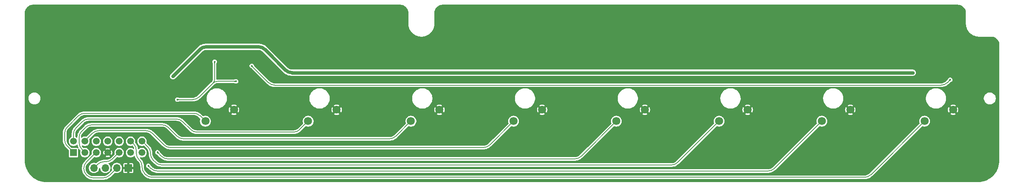
<source format=gbr>
%TF.GenerationSoftware,KiCad,Pcbnew,9.0.0*%
%TF.CreationDate,2025-04-15T08:35:35-04:00*%
%TF.ProjectId,Keypad,4b657970-6164-42e6-9b69-6361645f7063,1.0*%
%TF.SameCoordinates,Original*%
%TF.FileFunction,Copper,L2,Bot*%
%TF.FilePolarity,Positive*%
%FSLAX46Y46*%
G04 Gerber Fmt 4.6, Leading zero omitted, Abs format (unit mm)*
G04 Created by KiCad (PCBNEW 9.0.0) date 2025-04-15 08:35:35*
%MOMM*%
%LPD*%
G01*
G04 APERTURE LIST*
%TA.AperFunction,ComponentPad*%
%ADD10R,1.700000X1.700000*%
%TD*%
%TA.AperFunction,ComponentPad*%
%ADD11O,1.700000X1.700000*%
%TD*%
%TA.AperFunction,ComponentPad*%
%ADD12C,1.800000*%
%TD*%
%TA.AperFunction,ComponentPad*%
%ADD13R,1.508000X1.508000*%
%TD*%
%TA.AperFunction,ComponentPad*%
%ADD14C,1.508000*%
%TD*%
%TA.AperFunction,ViaPad*%
%ADD15C,0.400000*%
%TD*%
%TA.AperFunction,Conductor*%
%ADD16C,0.200000*%
%TD*%
%TA.AperFunction,Conductor*%
%ADD17C,0.800000*%
%TD*%
G04 APERTURE END LIST*
D10*
%TO.P,J2,1,Pin_1*%
%TO.N,GND*%
X65200000Y-119360000D03*
D11*
%TO.P,J2,2,Pin_2*%
%TO.N,3V3*%
X62660000Y-119360000D03*
%TO.P,J2,3,Pin_3*%
%TO.N,SCREEN_SCL*%
X60120000Y-119360000D03*
%TO.P,J2,4,Pin_4*%
%TO.N,SCREEN_SDA*%
X57580000Y-119360000D03*
%TD*%
D12*
%TO.P,SW8,1*%
%TO.N,BUTTON_8*%
X242310000Y-108910000D03*
%TO.P,SW8,2*%
%TO.N,GND*%
X248660000Y-106370000D03*
%TD*%
%TO.P,SW4,1*%
%TO.N,BUTTON_4*%
X150910000Y-108910000D03*
%TO.P,SW4,2*%
%TO.N,GND*%
X157260000Y-106370000D03*
%TD*%
%TO.P,SW6,1*%
%TO.N,BUTTON_6*%
X196610000Y-108910000D03*
%TO.P,SW6,2*%
%TO.N,GND*%
X202960000Y-106370000D03*
%TD*%
%TO.P,SW2,1*%
%TO.N,BUTTON_2*%
X105210000Y-108910000D03*
%TO.P,SW2,2*%
%TO.N,GND*%
X111560000Y-106370000D03*
%TD*%
%TO.P,SW5,1*%
%TO.N,BUTTON_5*%
X173760000Y-108910000D03*
%TO.P,SW5,2*%
%TO.N,GND*%
X180110000Y-106370000D03*
%TD*%
%TO.P,SW3,1*%
%TO.N,BUTTON_3*%
X128060000Y-108910000D03*
%TO.P,SW3,2*%
%TO.N,GND*%
X134410000Y-106370000D03*
%TD*%
D13*
%TO.P,J1,1,1*%
%TO.N,BUTTON_1*%
X53020000Y-115940000D03*
D14*
%TO.P,J1,2,2*%
%TO.N,BUTTON_2*%
X53020000Y-113400000D03*
%TO.P,J1,3,3*%
%TO.N,BUTTON_3*%
X55560000Y-115940000D03*
%TO.P,J1,4,4*%
%TO.N,BUTTON_4*%
X55560000Y-113400000D03*
%TO.P,J1,5,5*%
%TO.N,3V3*%
X58100000Y-115940000D03*
%TO.P,J1,6,6*%
%TO.N,SCREEN_SCL*%
X58100000Y-113400000D03*
%TO.P,J1,7,7*%
%TO.N,GND*%
X60640000Y-115940000D03*
%TO.P,J1,8,8*%
%TO.N,5V*%
X60640000Y-113400000D03*
%TO.P,J1,9,9*%
%TO.N,SCREEN_SDA*%
X63180000Y-115940000D03*
%TO.P,J1,10,10*%
%TO.N,RGBLED_DATA*%
X63180000Y-113400000D03*
%TO.P,J1,11,11*%
%TO.N,BUTTON_7*%
X65720000Y-115940000D03*
%TO.P,J1,12,12*%
%TO.N,BUTTON_8*%
X65720000Y-113400000D03*
%TO.P,J1,13,13*%
%TO.N,BUTTON_5*%
X68260000Y-115940000D03*
%TO.P,J1,14,14*%
%TO.N,BUTTON_6*%
X68260000Y-113400000D03*
%TD*%
D12*
%TO.P,SW7,1*%
%TO.N,BUTTON_7*%
X219460000Y-108910000D03*
%TO.P,SW7,2*%
%TO.N,GND*%
X225810000Y-106370000D03*
%TD*%
%TO.P,SW1,1*%
%TO.N,BUTTON_1*%
X82360000Y-108910000D03*
%TO.P,SW1,2*%
%TO.N,GND*%
X88710000Y-106370000D03*
%TD*%
D15*
%TO.N,BUTTON_5*%
X71690000Y-115850000D03*
%TO.N,BUTTON_7*%
X69670000Y-118880000D03*
%TO.N,RGBLED_DATA*%
X84410000Y-95640000D03*
X76110000Y-104090000D03*
X89180000Y-100020000D03*
%TO.N,5V*%
X148770000Y-98080000D03*
X75155000Y-98885000D03*
X217320000Y-98080000D03*
X239700000Y-98080000D03*
X102820000Y-98080000D03*
X194470000Y-98080000D03*
X125930000Y-98080000D03*
X171620000Y-98080000D03*
%TO.N,GND*%
X89840000Y-103850000D03*
X103620000Y-116150000D03*
X59230000Y-112120000D03*
X68720000Y-117590000D03*
X89840000Y-102990000D03*
X89110000Y-116100000D03*
X84930000Y-116420000D03*
X56230000Y-111210000D03*
X87700000Y-99300000D03*
X88920000Y-103850000D03*
X85430000Y-93680000D03*
X88920000Y-102990000D03*
X87990000Y-93670000D03*
X86880000Y-96410000D03*
%TO.N,1ST_ROW_DATA_OUT*%
X248010000Y-99670000D03*
X92670000Y-96560000D03*
%TD*%
D16*
%TO.N,BUTTON_1*%
X81175787Y-107725787D02*
X82360000Y-108910000D01*
X51050000Y-113051573D02*
X51050000Y-111618427D01*
X53010000Y-115840000D02*
X51635786Y-114465786D01*
X51635787Y-110204213D02*
X54114214Y-107725786D01*
X55528427Y-107140000D02*
X79761573Y-107140000D01*
X51635786Y-114465786D02*
G75*
G02*
X51050019Y-113051573I1414214J1414186D01*
G01*
X79761573Y-107140000D02*
G75*
G02*
X81175801Y-107725773I27J-2000000D01*
G01*
X55528427Y-107140000D02*
G75*
G03*
X54114200Y-107725772I-27J-2000000D01*
G01*
X51635787Y-110204213D02*
G75*
G03*
X51050019Y-111618427I1414213J-1414187D01*
G01*
%TO.N,BUTTON_5*%
X165925787Y-116744213D02*
X173760000Y-108910000D01*
X71690000Y-115850000D02*
X72584214Y-116744214D01*
X73998427Y-117330000D02*
X164511573Y-117330000D01*
X165925787Y-116744213D02*
G75*
G02*
X164511573Y-117329981I-1414187J1414213D01*
G01*
X73998427Y-117330000D02*
G75*
G02*
X72584200Y-116744228I-27J2000000D01*
G01*
%TO.N,SCREEN_SDA*%
X58404213Y-118535787D02*
X57580000Y-119360000D01*
X60231573Y-117950000D02*
X59818427Y-117950000D01*
X63170000Y-115840000D02*
X61645786Y-117364214D01*
X59818427Y-117950000D02*
G75*
G03*
X58404199Y-118535773I-27J-2000000D01*
G01*
X61645786Y-117364214D02*
G75*
G02*
X60231573Y-117949981I-1414186J1414214D01*
G01*
%TO.N,BUTTON_8*%
X68280000Y-119008427D02*
X68280000Y-119191573D01*
X68865787Y-120605787D02*
X69114214Y-120854214D01*
X230365787Y-120854213D02*
X242310000Y-108910000D01*
X65710000Y-113300000D02*
X66404214Y-113994214D01*
X66990000Y-115408427D02*
X66990000Y-116061573D01*
X67575787Y-117475787D02*
X67694214Y-117594214D01*
X70528427Y-121440000D02*
X228951573Y-121440000D01*
X67575787Y-117475787D02*
G75*
G02*
X66990019Y-116061573I1414213J1414187D01*
G01*
X68865787Y-120605787D02*
G75*
G02*
X68280019Y-119191573I1414213J1414187D01*
G01*
X66990000Y-115408427D02*
G75*
G03*
X66404228Y-113994200I-2000000J27D01*
G01*
X67694214Y-117594214D02*
G75*
G02*
X68279981Y-119008427I-1414214J-1414186D01*
G01*
X228951573Y-121440000D02*
G75*
G03*
X230365801Y-120854227I27J2000000D01*
G01*
X69114214Y-120854214D02*
G75*
G03*
X70528427Y-121439981I1414186J1414214D01*
G01*
%TO.N,BUTTON_7*%
X71648427Y-120030000D02*
X207511573Y-120030000D01*
X208925787Y-119444213D02*
X219460000Y-108910000D01*
X69670000Y-118880000D02*
X70234214Y-119444214D01*
X70234214Y-119444214D02*
G75*
G03*
X71648427Y-120029981I1414186J1414214D01*
G01*
X208925787Y-119444213D02*
G75*
G02*
X207511573Y-120029981I-1414187J1414213D01*
G01*
%TO.N,3V3*%
X61035787Y-120984213D02*
X62660000Y-119360000D01*
X58090000Y-115840000D02*
X55895786Y-118034214D01*
X55895787Y-120875787D02*
X56004214Y-120984214D01*
X55310000Y-119448427D02*
X55310000Y-119461573D01*
X57418427Y-121570000D02*
X59621573Y-121570000D01*
X57418427Y-121570000D02*
G75*
G02*
X56004200Y-120984228I-27J2000000D01*
G01*
X55895786Y-118034214D02*
G75*
G03*
X55310019Y-119448427I1414214J-1414186D01*
G01*
X61035787Y-120984213D02*
G75*
G02*
X59621573Y-121569981I-1414187J1414213D01*
G01*
X55310000Y-119461573D02*
G75*
G03*
X55895773Y-120875801I2000000J-27D01*
G01*
%TO.N,RGBLED_DATA*%
X83964213Y-100475787D02*
X80935786Y-103504214D01*
X83980660Y-100459340D02*
X83964213Y-100475787D01*
X84107107Y-100332893D02*
X83964213Y-100475787D01*
X84400000Y-95650000D02*
X84400000Y-99625786D01*
X79521573Y-104090000D02*
X76110000Y-104090000D01*
X89180000Y-100020000D02*
X85041320Y-100020000D01*
X84410000Y-95640000D02*
X84400000Y-95650000D01*
X85041320Y-100020000D02*
G75*
G03*
X83980650Y-100459330I-20J-1500000D01*
G01*
X79521573Y-104090000D02*
G75*
G03*
X80935800Y-103504228I27J2000000D01*
G01*
X84107107Y-100332893D02*
G75*
G03*
X84399990Y-99625786I-707107J707093D01*
G01*
%TO.N,BUTTON_3*%
X124705787Y-112264213D02*
X128060000Y-108910000D01*
X57098427Y-109720000D02*
X72701573Y-109720000D01*
X55550000Y-115840000D02*
X54865786Y-115155786D01*
X77488427Y-112850000D02*
X123291573Y-112850000D01*
X54865787Y-111124213D02*
X55684214Y-110305786D01*
X54280000Y-113741573D02*
X54280000Y-112538427D01*
X74115787Y-110305787D02*
X76074214Y-112264214D01*
X77488427Y-112850000D02*
G75*
G02*
X76074200Y-112264228I-27J2000000D01*
G01*
X54280000Y-112538427D02*
G75*
G02*
X54865773Y-111124199I2000000J27D01*
G01*
X123291573Y-112850000D02*
G75*
G03*
X124705801Y-112264227I27J2000000D01*
G01*
X74115787Y-110305787D02*
G75*
G03*
X72701573Y-109720019I-1414187J-1414213D01*
G01*
X57098427Y-109720000D02*
G75*
G03*
X55684200Y-110305772I-27J-2000000D01*
G01*
X54280000Y-113741573D02*
G75*
G03*
X54865772Y-115155800I2000000J-27D01*
G01*
%TO.N,BUTTON_4*%
X70545787Y-111605787D02*
X73144214Y-114204214D01*
X58658427Y-111020000D02*
X69131573Y-111020000D01*
X145615787Y-114204213D02*
X150910000Y-108910000D01*
X55550000Y-113300000D02*
X57244214Y-111605786D01*
X74558427Y-114790000D02*
X144201573Y-114790000D01*
X144201573Y-114790000D02*
G75*
G03*
X145615801Y-114204227I27J2000000D01*
G01*
X57244214Y-111605786D02*
G75*
G02*
X58658427Y-111020019I1414186J-1414214D01*
G01*
X70545787Y-111605787D02*
G75*
G03*
X69131573Y-111020019I-1414187J-1414213D01*
G01*
X74558427Y-114790000D02*
G75*
G02*
X73144200Y-114204228I-27J2000000D01*
G01*
%TO.N,BUTTON_2*%
X77315787Y-109015787D02*
X79074214Y-110774214D01*
X80488427Y-111360000D02*
X101931573Y-111360000D01*
X53595787Y-110414213D02*
X54994214Y-109015786D01*
X53010000Y-113300000D02*
X53010000Y-111828427D01*
X56408427Y-108430000D02*
X75901573Y-108430000D01*
X103345787Y-110774213D02*
X105210000Y-108910000D01*
X101931573Y-111360000D02*
G75*
G03*
X103345801Y-110774227I27J2000000D01*
G01*
X77315787Y-109015787D02*
G75*
G03*
X75901573Y-108430019I-1414187J-1414213D01*
G01*
X79074214Y-110774214D02*
G75*
G03*
X80488427Y-111359981I1414186J1414214D01*
G01*
X53595787Y-110414213D02*
G75*
G03*
X53010019Y-111828427I1414213J-1414187D01*
G01*
X54994214Y-109015786D02*
G75*
G02*
X56408427Y-108430019I1414186J-1414214D01*
G01*
D17*
%TO.N,5V*%
X171620000Y-98080000D02*
X148770000Y-98080000D01*
X75155000Y-98885000D02*
X81136213Y-92903787D01*
X217320000Y-98080000D02*
X194470000Y-98080000D01*
X148770000Y-98080000D02*
X125930000Y-98080000D01*
X95593786Y-92903786D02*
X100184213Y-97494213D01*
X101598427Y-98080000D02*
X102820000Y-98080000D01*
X194470000Y-98080000D02*
X171620000Y-98080000D01*
X125930000Y-98080000D02*
X102820000Y-98080000D01*
X82550427Y-92318000D02*
X94179573Y-92318000D01*
X239700000Y-98080000D02*
X217320000Y-98080000D01*
X94179573Y-92318000D02*
G75*
G02*
X95593800Y-92903772I27J-2000000D01*
G01*
X81136213Y-92903787D02*
G75*
G02*
X82550427Y-92318019I1414187J-1414213D01*
G01*
X100184213Y-97494213D02*
G75*
G03*
X101598427Y-98079981I1414187J1414213D01*
G01*
D16*
%TO.N,BUTTON_6*%
X70735787Y-117575787D02*
X71264214Y-118104214D01*
X70150000Y-116028427D02*
X70150000Y-116161573D01*
X72678427Y-118690000D02*
X186001573Y-118690000D01*
X68250000Y-113300000D02*
X69564214Y-114614214D01*
X187415787Y-118104213D02*
X196610000Y-108910000D01*
X69564214Y-114614214D02*
G75*
G02*
X70149981Y-116028427I-1414214J-1414186D01*
G01*
X70735787Y-117575787D02*
G75*
G02*
X70150019Y-116161573I1414213J1414187D01*
G01*
X186001573Y-118690000D02*
G75*
G03*
X187415801Y-118104227I27J2000000D01*
G01*
X72678427Y-118690000D02*
G75*
G02*
X71264200Y-118104228I-27J2000000D01*
G01*
%TO.N,1ST_ROW_DATA_OUT*%
X248010000Y-99670000D02*
X247385786Y-100294214D01*
X245971573Y-100880000D02*
X97818427Y-100880000D01*
X96404213Y-100294213D02*
X92670000Y-96560000D01*
X96404213Y-100294213D02*
G75*
G03*
X97818427Y-100879981I1414187J1414213D01*
G01*
X247385786Y-100294214D02*
G75*
G02*
X245971573Y-100879981I-1414186J1414214D01*
G01*
%TD*%
%TA.AperFunction,Conductor*%
%TO.N,GND*%
G36*
X125713348Y-82910764D02*
G01*
X125935762Y-82925321D01*
X125951793Y-82927428D01*
X126166439Y-82970062D01*
X126182079Y-82974246D01*
X126389327Y-83044490D01*
X126404291Y-83050679D01*
X126600606Y-83147332D01*
X126614639Y-83155420D01*
X126796683Y-83276837D01*
X126809542Y-83286685D01*
X126813024Y-83289732D01*
X126974210Y-83430797D01*
X126985667Y-83442228D01*
X127130149Y-83606576D01*
X127140026Y-83619413D01*
X127261853Y-83801188D01*
X127269972Y-83815203D01*
X127367061Y-84011297D01*
X127373284Y-84026250D01*
X127443990Y-84233336D01*
X127448212Y-84248974D01*
X127491321Y-84463505D01*
X127493468Y-84479559D01*
X127508512Y-84701780D01*
X127508795Y-84710155D01*
X127508795Y-87071472D01*
X127508516Y-87072160D01*
X127508793Y-87110994D01*
X127508793Y-87111502D01*
X127508725Y-87111731D01*
X127507870Y-87126599D01*
X127506745Y-87135760D01*
X127508896Y-87164690D01*
X127509234Y-87172993D01*
X127509441Y-87201976D01*
X127511302Y-87210994D01*
X127513519Y-87226853D01*
X127531441Y-87467845D01*
X127531685Y-87471127D01*
X127532714Y-87484957D01*
X127530294Y-87496846D01*
X127535647Y-87524406D01*
X127536189Y-87531688D01*
X127536188Y-87531690D01*
X127537729Y-87552403D01*
X127540867Y-87563718D01*
X127546462Y-87580082D01*
X127560063Y-87650099D01*
X127596098Y-87835611D01*
X127595096Y-87847855D01*
X127603639Y-87874438D01*
X127605050Y-87881698D01*
X127608966Y-87901853D01*
X127613116Y-87912001D01*
X127620967Y-87928347D01*
X127644292Y-88000915D01*
X127698634Y-88169985D01*
X127699131Y-88182489D01*
X127710737Y-88207639D01*
X127713042Y-88214809D01*
X127713042Y-88214811D01*
X127719213Y-88234009D01*
X127719214Y-88234012D01*
X127719215Y-88234014D01*
X127724000Y-88242622D01*
X127734401Y-88258919D01*
X127829488Y-88464969D01*
X127837027Y-88481305D01*
X127838578Y-88491985D01*
X127853611Y-88517243D01*
X127856328Y-88523130D01*
X127856333Y-88523139D01*
X127865930Y-88543936D01*
X127873110Y-88553811D01*
X127872789Y-88554043D01*
X127883054Y-88566712D01*
X127944327Y-88669658D01*
X127944328Y-88669660D01*
X127954452Y-88686670D01*
X127956104Y-88694127D01*
X127974726Y-88720734D01*
X127977070Y-88724672D01*
X127991342Y-88748649D01*
X127999360Y-88757552D01*
X128008808Y-88769431D01*
X128043968Y-88819665D01*
X128043969Y-88819666D01*
X128054115Y-88834163D01*
X128055890Y-88840334D01*
X128076861Y-88866661D01*
X128079064Y-88869809D01*
X128079071Y-88869818D01*
X128096170Y-88894248D01*
X128101380Y-88899237D01*
X128112606Y-88911536D01*
X128162249Y-88973858D01*
X128164376Y-88979846D01*
X128186969Y-89004892D01*
X128189336Y-89007863D01*
X128207989Y-89031280D01*
X128213306Y-89035775D01*
X128225324Y-89047413D01*
X128268519Y-89095297D01*
X128268520Y-89095298D01*
X128280246Y-89108297D01*
X128282711Y-89114093D01*
X128306819Y-89137755D01*
X128314363Y-89146118D01*
X128329453Y-89162846D01*
X128334886Y-89166895D01*
X128347630Y-89177810D01*
X128393651Y-89222979D01*
X128393652Y-89222980D01*
X128406095Y-89235193D01*
X128408881Y-89240783D01*
X128434413Y-89262987D01*
X128437069Y-89265594D01*
X128437087Y-89265611D01*
X128458564Y-89286691D01*
X128464053Y-89290284D01*
X128477505Y-89300462D01*
X128540256Y-89355035D01*
X128543354Y-89360417D01*
X128570191Y-89381068D01*
X128595757Y-89403302D01*
X128595758Y-89403302D01*
X128601350Y-89406500D01*
X128615417Y-89415870D01*
X128668674Y-89456851D01*
X128668673Y-89456851D01*
X128683694Y-89468409D01*
X128688997Y-89475971D01*
X128715083Y-89492563D01*
X128739589Y-89511421D01*
X128739590Y-89511421D01*
X128739591Y-89511422D01*
X128750538Y-89516839D01*
X128750127Y-89517667D01*
X128764502Y-89523997D01*
X128967854Y-89653343D01*
X128967853Y-89653343D01*
X128982261Y-89662507D01*
X128990451Y-89671648D01*
X129015638Y-89683737D01*
X129039210Y-89698731D01*
X129039212Y-89698732D01*
X129049487Y-89702719D01*
X129066692Y-89708243D01*
X129301072Y-89820744D01*
X129310351Y-89828890D01*
X129336732Y-89837861D01*
X129343428Y-89841075D01*
X129343431Y-89841076D01*
X129361854Y-89849919D01*
X129361857Y-89849919D01*
X129372178Y-89852568D01*
X129390302Y-89856077D01*
X129631610Y-89938136D01*
X129641941Y-89945191D01*
X129669055Y-89950869D01*
X129695284Y-89959789D01*
X129695288Y-89959788D01*
X129705073Y-89961082D01*
X129724333Y-89962446D01*
X129967644Y-90013406D01*
X129978968Y-90019238D01*
X130006351Y-90021513D01*
X130033247Y-90027146D01*
X130033251Y-90027145D01*
X130042064Y-90027234D01*
X130062494Y-90026177D01*
X130302281Y-90046098D01*
X130312961Y-90050177D01*
X130341704Y-90049374D01*
X130370374Y-90051756D01*
X130370375Y-90051755D01*
X130370379Y-90051756D01*
X130382508Y-90050374D01*
X130382529Y-90050561D01*
X130398849Y-90047777D01*
X130559177Y-90043299D01*
X130567057Y-90045612D01*
X130598806Y-90042193D01*
X130630708Y-90041302D01*
X130630711Y-90041300D01*
X130642614Y-90038586D01*
X130642854Y-90039638D01*
X130657672Y-90035853D01*
X130717381Y-90029423D01*
X130733916Y-90028754D01*
X130741436Y-90028950D01*
X130741441Y-90028952D01*
X130770715Y-90023925D01*
X130778369Y-90022856D01*
X130807935Y-90019673D01*
X130807936Y-90019672D01*
X130807938Y-90019672D01*
X130815120Y-90017422D01*
X130831208Y-90013537D01*
X130890491Y-90003357D01*
X130907046Y-90001649D01*
X130914278Y-90001390D01*
X130914284Y-90001391D01*
X130943298Y-89994533D01*
X130950827Y-89992999D01*
X130980213Y-89987953D01*
X130980213Y-89987952D01*
X130980218Y-89987952D01*
X130980221Y-89987949D01*
X130986977Y-89985357D01*
X131002866Y-89980453D01*
X131081268Y-89961924D01*
X131087599Y-89962555D01*
X131119891Y-89952796D01*
X131152705Y-89945041D01*
X131152711Y-89945036D01*
X131159055Y-89942139D01*
X131174696Y-89936233D01*
X131251919Y-89912897D01*
X131258208Y-89913140D01*
X131289896Y-89901421D01*
X131322248Y-89891645D01*
X131322251Y-89891642D01*
X131328198Y-89888472D01*
X131343527Y-89881587D01*
X131420780Y-89853020D01*
X131427026Y-89852884D01*
X131458000Y-89839255D01*
X131489736Y-89827520D01*
X131489739Y-89827517D01*
X131495343Y-89824078D01*
X131510277Y-89816255D01*
X131531700Y-89806828D01*
X131585789Y-89783031D01*
X131591969Y-89782526D01*
X131622108Y-89767051D01*
X131653124Y-89753406D01*
X131653129Y-89753399D01*
X131658362Y-89749737D01*
X131672853Y-89740998D01*
X131746638Y-89703117D01*
X131752754Y-89702248D01*
X131781938Y-89684994D01*
X131812102Y-89669508D01*
X131812105Y-89669503D01*
X131817054Y-89665578D01*
X131831017Y-89655978D01*
X131905129Y-89612163D01*
X131914104Y-89610059D01*
X131939236Y-89591999D01*
X131965862Y-89576259D01*
X131965863Y-89576258D01*
X131974964Y-89568109D01*
X131975586Y-89568803D01*
X131986801Y-89557821D01*
X132195051Y-89408183D01*
X132206595Y-89403976D01*
X132227176Y-89385099D01*
X132249851Y-89368807D01*
X132249855Y-89368800D01*
X132257339Y-89360790D01*
X132268899Y-89346833D01*
X132458600Y-89172851D01*
X132469658Y-89167238D01*
X132487749Y-89146118D01*
X132508246Y-89127320D01*
X132508248Y-89127315D01*
X132514382Y-89118942D01*
X132524533Y-89103176D01*
X132688480Y-88911786D01*
X132698926Y-88904765D01*
X132714211Y-88881749D01*
X132732184Y-88860768D01*
X132732185Y-88860761D01*
X132736845Y-88852471D01*
X132745426Y-88834746D01*
X132879275Y-88633202D01*
X132885947Y-88627869D01*
X132901195Y-88600196D01*
X132918678Y-88573873D01*
X132918678Y-88573868D01*
X132923320Y-88562577D01*
X132924226Y-88562949D01*
X132929671Y-88548520D01*
X132931614Y-88544994D01*
X132941351Y-88529998D01*
X132943511Y-88527142D01*
X132943517Y-88527138D01*
X132957242Y-88498831D01*
X132960167Y-88493179D01*
X132975363Y-88465605D01*
X132975363Y-88465598D01*
X132976451Y-88462173D01*
X132983064Y-88445582D01*
X133017997Y-88373548D01*
X133022541Y-88368974D01*
X133035305Y-88337857D01*
X133049987Y-88307582D01*
X133049987Y-88307575D01*
X133051834Y-88300499D01*
X133057098Y-88284731D01*
X133080601Y-88227437D01*
X133085781Y-88214809D01*
X133087285Y-88211143D01*
X133091486Y-88206359D01*
X133102347Y-88174425D01*
X133115142Y-88143235D01*
X133115141Y-88143231D01*
X133116483Y-88136366D01*
X133120784Y-88120217D01*
X133147380Y-88042021D01*
X133151239Y-88037048D01*
X133160154Y-88004463D01*
X133171037Y-87972469D01*
X133171036Y-87972463D01*
X133171922Y-87965769D01*
X133175247Y-87949302D01*
X133197063Y-87869575D01*
X133200577Y-87864437D01*
X133207537Y-87831299D01*
X133216473Y-87798642D01*
X133216471Y-87798632D01*
X133216930Y-87792169D01*
X133219265Y-87775455D01*
X133236681Y-87692541D01*
X133239856Y-87687247D01*
X133244838Y-87653705D01*
X133251808Y-87620522D01*
X133251807Y-87620517D01*
X133251875Y-87614213D01*
X133253214Y-87597314D01*
X133255345Y-87582969D01*
X133265674Y-87513431D01*
X133268507Y-87508006D01*
X133271505Y-87474179D01*
X133276495Y-87440587D01*
X133276494Y-87440584D01*
X133276495Y-87440581D01*
X133276196Y-87434478D01*
X133276531Y-87417462D01*
X133282563Y-87349417D01*
X133284083Y-87332271D01*
X133286581Y-87326712D01*
X133287586Y-87292744D01*
X133290587Y-87258891D01*
X133290585Y-87258885D01*
X133289937Y-87252901D01*
X133289269Y-87235869D01*
X133291298Y-87167315D01*
X133291298Y-87167312D01*
X133291712Y-87153333D01*
X133292890Y-87150493D01*
X133292890Y-87113569D01*
X133293982Y-87076678D01*
X133293981Y-87076676D01*
X133294064Y-87073885D01*
X133292890Y-87059828D01*
X133292890Y-84714057D01*
X133293154Y-84705964D01*
X133301596Y-84576894D01*
X133307694Y-84483666D01*
X133309799Y-84467643D01*
X133352383Y-84253118D01*
X133356563Y-84237489D01*
X133426727Y-84030343D01*
X133432903Y-84015401D01*
X133529450Y-83819164D01*
X133537528Y-83805141D01*
X133658812Y-83623160D01*
X133668649Y-83610305D01*
X133671910Y-83606576D01*
X133812610Y-83445667D01*
X133824028Y-83434213D01*
X133988210Y-83289732D01*
X134001028Y-83279858D01*
X134182638Y-83157990D01*
X134196614Y-83149882D01*
X134392564Y-83052703D01*
X134407480Y-83046484D01*
X134614403Y-82975665D01*
X134630015Y-82971437D01*
X134844411Y-82928174D01*
X134860431Y-82926018D01*
X135066048Y-82911916D01*
X135082453Y-82910791D01*
X135090937Y-82910500D01*
X249669418Y-82910500D01*
X249705251Y-82910500D01*
X249713348Y-82910764D01*
X249935762Y-82925321D01*
X249951793Y-82927428D01*
X250166439Y-82970062D01*
X250182079Y-82974246D01*
X250389327Y-83044490D01*
X250404291Y-83050679D01*
X250600606Y-83147332D01*
X250614639Y-83155420D01*
X250796683Y-83276837D01*
X250809542Y-83286685D01*
X250813024Y-83289732D01*
X250974210Y-83430797D01*
X250985667Y-83442228D01*
X251130149Y-83606576D01*
X251140026Y-83619413D01*
X251261853Y-83801188D01*
X251269972Y-83815203D01*
X251367061Y-84011297D01*
X251373284Y-84026250D01*
X251443990Y-84233336D01*
X251448212Y-84248974D01*
X251491321Y-84463505D01*
X251493468Y-84479559D01*
X251508512Y-84701780D01*
X251508795Y-84710155D01*
X251508795Y-87058944D01*
X251508447Y-87062607D01*
X251508790Y-87110613D01*
X251507870Y-87126599D01*
X251506745Y-87135760D01*
X251508896Y-87164685D01*
X251509092Y-87167315D01*
X251509205Y-87168835D01*
X251509442Y-87201975D01*
X251512144Y-87208372D01*
X251513519Y-87226853D01*
X251531441Y-87467845D01*
X251530346Y-87485114D01*
X251530294Y-87496850D01*
X251534254Y-87517239D01*
X251534255Y-87517239D01*
X251535648Y-87524409D01*
X251537730Y-87552405D01*
X251543189Y-87563235D01*
X251546462Y-87580082D01*
X251592844Y-87818859D01*
X251593843Y-87836978D01*
X251595096Y-87847858D01*
X251601377Y-87867402D01*
X251601378Y-87867402D01*
X251603640Y-87874439D01*
X251608966Y-87901854D01*
X251615744Y-87912098D01*
X251620967Y-87928346D01*
X251620967Y-87928347D01*
X251693456Y-88153875D01*
X251696831Y-88172927D01*
X251699131Y-88182489D01*
X251707580Y-88200797D01*
X251713041Y-88214808D01*
X251719213Y-88234009D01*
X251719214Y-88234012D01*
X251719215Y-88234014D01*
X251724000Y-88242622D01*
X251734401Y-88258919D01*
X251829488Y-88464969D01*
X251837027Y-88481305D01*
X251838578Y-88491985D01*
X251853611Y-88517243D01*
X251856328Y-88523130D01*
X251856333Y-88523139D01*
X251865930Y-88543936D01*
X251873110Y-88553811D01*
X251872789Y-88554043D01*
X251883054Y-88566712D01*
X251944327Y-88669658D01*
X251944328Y-88669660D01*
X251954452Y-88686670D01*
X251956104Y-88694127D01*
X251974726Y-88720734D01*
X251977070Y-88724672D01*
X251991342Y-88748649D01*
X251999360Y-88757552D01*
X252008808Y-88769431D01*
X252043968Y-88819665D01*
X252043969Y-88819666D01*
X252054115Y-88834163D01*
X252055890Y-88840334D01*
X252076861Y-88866661D01*
X252079064Y-88869809D01*
X252079071Y-88869818D01*
X252096170Y-88894248D01*
X252101380Y-88899237D01*
X252112606Y-88911536D01*
X252162249Y-88973858D01*
X252164376Y-88979846D01*
X252186969Y-89004892D01*
X252189336Y-89007863D01*
X252207989Y-89031280D01*
X252213306Y-89035775D01*
X252225324Y-89047413D01*
X252268519Y-89095297D01*
X252268520Y-89095298D01*
X252280246Y-89108297D01*
X252282711Y-89114093D01*
X252306819Y-89137755D01*
X252314363Y-89146118D01*
X252329453Y-89162846D01*
X252334886Y-89166895D01*
X252347630Y-89177810D01*
X252393651Y-89222979D01*
X252393652Y-89222980D01*
X252406095Y-89235193D01*
X252408881Y-89240783D01*
X252434413Y-89262987D01*
X252437069Y-89265594D01*
X252437087Y-89265611D01*
X252458564Y-89286691D01*
X252464053Y-89290284D01*
X252477505Y-89300462D01*
X252540256Y-89355035D01*
X252543354Y-89360417D01*
X252570191Y-89381068D01*
X252595757Y-89403302D01*
X252595758Y-89403302D01*
X252601350Y-89406500D01*
X252615417Y-89415870D01*
X252668674Y-89456851D01*
X252668673Y-89456851D01*
X252683694Y-89468409D01*
X252688997Y-89475971D01*
X252715083Y-89492563D01*
X252739589Y-89511421D01*
X252739590Y-89511421D01*
X252739591Y-89511422D01*
X252750538Y-89516839D01*
X252750127Y-89517667D01*
X252764502Y-89523997D01*
X252967854Y-89653343D01*
X252967853Y-89653343D01*
X252982261Y-89662507D01*
X252990451Y-89671648D01*
X253015638Y-89683737D01*
X253039210Y-89698731D01*
X253039212Y-89698732D01*
X253049487Y-89702719D01*
X253066692Y-89708243D01*
X253301072Y-89820744D01*
X253310351Y-89828890D01*
X253336732Y-89837861D01*
X253343428Y-89841075D01*
X253343431Y-89841076D01*
X253361854Y-89849919D01*
X253361857Y-89849919D01*
X253372178Y-89852568D01*
X253390302Y-89856077D01*
X253631610Y-89938136D01*
X253641941Y-89945191D01*
X253669055Y-89950869D01*
X253695284Y-89959789D01*
X253695288Y-89959788D01*
X253705073Y-89961082D01*
X253724333Y-89962446D01*
X253967644Y-90013406D01*
X253978968Y-90019238D01*
X254006351Y-90021513D01*
X254033247Y-90027146D01*
X254033251Y-90027145D01*
X254042064Y-90027234D01*
X254062494Y-90026177D01*
X254298486Y-90045783D01*
X254305503Y-90048766D01*
X254337986Y-90049065D01*
X254370374Y-90051756D01*
X254370378Y-90051754D01*
X254382000Y-90050431D01*
X254396037Y-90049634D01*
X254399125Y-90049634D01*
X254400266Y-90049639D01*
X254400491Y-90049641D01*
X254438693Y-90049993D01*
X254438695Y-90049991D01*
X254447532Y-90050073D01*
X254452223Y-90049634D01*
X257110818Y-90049634D01*
X257146654Y-90049634D01*
X257154749Y-90049898D01*
X257377087Y-90064447D01*
X257393140Y-90066556D01*
X257607715Y-90109164D01*
X257623348Y-90113345D01*
X257830552Y-90183554D01*
X257845499Y-90189734D01*
X258015025Y-90273173D01*
X258041774Y-90286339D01*
X258055805Y-90294422D01*
X258237825Y-90415783D01*
X258250674Y-90425620D01*
X258415324Y-90569661D01*
X258426789Y-90581096D01*
X258571261Y-90745360D01*
X258581138Y-90758191D01*
X258702975Y-90939881D01*
X258711096Y-90953890D01*
X258808214Y-91149900D01*
X258814440Y-91164847D01*
X258885196Y-91371860D01*
X258889422Y-91387493D01*
X258932593Y-91601938D01*
X258934745Y-91617985D01*
X258949872Y-91840122D01*
X258950159Y-91848547D01*
X258950159Y-117707287D01*
X258950042Y-117712682D01*
X258932233Y-118121640D01*
X258931295Y-118132383D01*
X258878376Y-118535544D01*
X258876509Y-118546165D01*
X258788758Y-118943213D01*
X258785975Y-118953632D01*
X258664060Y-119341545D01*
X258660383Y-119351683D01*
X258505218Y-119727555D01*
X258500673Y-119737335D01*
X258313443Y-120098288D01*
X258308066Y-120107636D01*
X258090178Y-120450965D01*
X258084009Y-120459810D01*
X257837119Y-120782901D01*
X257830204Y-120791177D01*
X257556172Y-121091598D01*
X257548566Y-121099242D01*
X257249464Y-121374722D01*
X257241221Y-121381676D01*
X256919323Y-121630119D01*
X256910507Y-121636331D01*
X256568233Y-121855869D01*
X256558911Y-121861291D01*
X256198853Y-122050263D01*
X256189095Y-122054854D01*
X255814001Y-122211817D01*
X255803881Y-122215544D01*
X255416540Y-122339331D01*
X255406135Y-122342164D01*
X255009515Y-122431827D01*
X254998903Y-122433745D01*
X254595996Y-122488606D01*
X254585257Y-122489595D01*
X254176773Y-122509355D01*
X254170782Y-122509500D01*
X47002706Y-122509500D01*
X46997297Y-122509382D01*
X46587102Y-122491472D01*
X46576326Y-122490529D01*
X46171950Y-122437292D01*
X46161296Y-122435414D01*
X45763078Y-122347131D01*
X45752630Y-122344331D01*
X45363639Y-122221683D01*
X45353473Y-122217983D01*
X44976642Y-122061894D01*
X44966838Y-122057322D01*
X44800015Y-121970480D01*
X44605042Y-121868983D01*
X44595686Y-121863582D01*
X44417873Y-121750302D01*
X44251690Y-121644431D01*
X44242829Y-121638227D01*
X43919233Y-121389923D01*
X43910946Y-121382969D01*
X43610232Y-121107416D01*
X43602583Y-121099767D01*
X43327030Y-120799053D01*
X43320076Y-120790766D01*
X43071772Y-120467170D01*
X43065568Y-120458309D01*
X43028608Y-120400294D01*
X42846413Y-120114305D01*
X42841020Y-120104965D01*
X42652674Y-119743155D01*
X42648105Y-119733357D01*
X42622008Y-119670354D01*
X42492459Y-119357597D01*
X42492459Y-119357594D01*
X42492015Y-119356522D01*
X42488316Y-119346360D01*
X42477995Y-119313626D01*
X54909499Y-119313626D01*
X54909500Y-119395701D01*
X54909500Y-119522054D01*
X54909519Y-119522352D01*
X54909519Y-119596384D01*
X54939701Y-119864288D01*
X54939705Y-119864315D01*
X54999692Y-120127147D01*
X54999694Y-120127153D01*
X54999695Y-120127157D01*
X55015176Y-120171400D01*
X55088739Y-120381642D01*
X55088740Y-120381644D01*
X55205720Y-120624563D01*
X55349160Y-120852853D01*
X55517265Y-121063654D01*
X55545208Y-121091598D01*
X55575303Y-121121693D01*
X55575307Y-121121700D01*
X55685636Y-121232029D01*
X55685669Y-121232090D01*
X55816328Y-121362746D01*
X55816332Y-121362749D01*
X55816333Y-121362750D01*
X56027132Y-121530853D01*
X56255427Y-121674297D01*
X56498347Y-121791278D01*
X56498348Y-121791278D01*
X56498349Y-121791279D01*
X56552694Y-121810294D01*
X56752838Y-121880324D01*
X57015698Y-121940317D01*
X57283623Y-121970501D01*
X57418432Y-121970500D01*
X59621568Y-121970500D01*
X59674300Y-121970500D01*
X59682456Y-121970500D01*
X59682749Y-121970480D01*
X59756376Y-121970481D01*
X60024299Y-121940297D01*
X60024306Y-121940295D01*
X60024315Y-121940294D01*
X60207704Y-121898438D01*
X60287157Y-121880305D01*
X60541646Y-121791259D01*
X60784564Y-121674279D01*
X61012858Y-121530836D01*
X61223655Y-121362734D01*
X61273321Y-121313068D01*
X61273343Y-121313049D01*
X61281698Y-121304693D01*
X61281700Y-121304693D01*
X62120719Y-120465672D01*
X62182040Y-120432189D01*
X62246716Y-120435424D01*
X62390591Y-120482171D01*
X62473429Y-120495291D01*
X62569449Y-120510500D01*
X62569454Y-120510500D01*
X62750551Y-120510500D01*
X62837259Y-120496765D01*
X62929409Y-120482171D01*
X63101639Y-120426211D01*
X63262994Y-120343996D01*
X63409501Y-120237553D01*
X63537553Y-120109501D01*
X63643996Y-119962994D01*
X63726211Y-119801639D01*
X63750328Y-119727413D01*
X63782171Y-119629410D01*
X63796453Y-119539240D01*
X63810500Y-119450551D01*
X63810500Y-119269448D01*
X63785245Y-119110000D01*
X63782171Y-119090591D01*
X63737671Y-118953632D01*
X63726212Y-118918363D01*
X63726211Y-118918360D01*
X63696474Y-118860000D01*
X63643996Y-118757006D01*
X63616876Y-118719678D01*
X63537558Y-118610505D01*
X63537554Y-118610500D01*
X63412425Y-118485371D01*
X64100000Y-118485371D01*
X64100000Y-119110000D01*
X64766988Y-119110000D01*
X64734075Y-119167007D01*
X64700000Y-119294174D01*
X64700000Y-119425826D01*
X64734075Y-119552993D01*
X64766988Y-119610000D01*
X64100000Y-119610000D01*
X64100000Y-120234628D01*
X64114503Y-120307540D01*
X64114505Y-120307544D01*
X64169760Y-120390239D01*
X64252455Y-120445494D01*
X64252459Y-120445496D01*
X64325371Y-120459999D01*
X64325374Y-120460000D01*
X64950000Y-120460000D01*
X64950000Y-119793012D01*
X65007007Y-119825925D01*
X65134174Y-119860000D01*
X65265826Y-119860000D01*
X65392993Y-119825925D01*
X65450000Y-119793012D01*
X65450000Y-120460000D01*
X66074626Y-120460000D01*
X66074628Y-120459999D01*
X66147540Y-120445496D01*
X66147544Y-120445494D01*
X66230239Y-120390239D01*
X66285494Y-120307544D01*
X66285496Y-120307540D01*
X66299999Y-120234628D01*
X66300000Y-120234626D01*
X66300000Y-119610000D01*
X65633012Y-119610000D01*
X65665925Y-119552993D01*
X65700000Y-119425826D01*
X65700000Y-119294174D01*
X65665925Y-119167007D01*
X65633012Y-119110000D01*
X66300000Y-119110000D01*
X66300000Y-118485373D01*
X66299999Y-118485371D01*
X66285496Y-118412459D01*
X66285494Y-118412455D01*
X66230239Y-118329760D01*
X66147544Y-118274505D01*
X66147540Y-118274503D01*
X66074627Y-118260000D01*
X65450000Y-118260000D01*
X65450000Y-118926988D01*
X65392993Y-118894075D01*
X65265826Y-118860000D01*
X65134174Y-118860000D01*
X65007007Y-118894075D01*
X64950000Y-118926988D01*
X64950000Y-118260000D01*
X64325373Y-118260000D01*
X64252459Y-118274503D01*
X64252455Y-118274505D01*
X64169760Y-118329760D01*
X64114505Y-118412455D01*
X64114503Y-118412459D01*
X64100000Y-118485371D01*
X63412425Y-118485371D01*
X63409499Y-118482445D01*
X63409494Y-118482441D01*
X63262997Y-118376006D01*
X63262996Y-118376005D01*
X63262994Y-118376004D01*
X63197930Y-118342852D01*
X63101639Y-118293788D01*
X63101636Y-118293787D01*
X62929410Y-118237829D01*
X62750551Y-118209500D01*
X62750546Y-118209500D01*
X62569454Y-118209500D01*
X62569449Y-118209500D01*
X62390589Y-118237829D01*
X62218363Y-118293787D01*
X62218360Y-118293788D01*
X62057002Y-118376006D01*
X61910505Y-118482441D01*
X61910500Y-118482445D01*
X61782445Y-118610500D01*
X61782441Y-118610505D01*
X61676006Y-118757002D01*
X61593788Y-118918360D01*
X61593787Y-118918363D01*
X61537829Y-119090589D01*
X61512473Y-119250678D01*
X61482544Y-119313813D01*
X61423232Y-119350744D01*
X61353369Y-119349746D01*
X61295137Y-119311136D01*
X61267527Y-119250678D01*
X61245245Y-119110000D01*
X61242171Y-119090591D01*
X61197671Y-118953632D01*
X61186212Y-118918363D01*
X61186211Y-118918360D01*
X61156474Y-118860000D01*
X61103996Y-118757006D01*
X61076876Y-118719678D01*
X60997558Y-118610505D01*
X60997554Y-118610500D01*
X60869497Y-118482443D01*
X60863670Y-118478210D01*
X60821004Y-118422881D01*
X60815023Y-118353268D01*
X60847628Y-118291472D01*
X60895601Y-118260849D01*
X60897153Y-118260305D01*
X60897157Y-118260305D01*
X61151645Y-118171259D01*
X61394563Y-118054279D01*
X61622856Y-117910837D01*
X61833654Y-117742735D01*
X61883320Y-117693069D01*
X61883342Y-117693050D01*
X61891697Y-117684694D01*
X61891699Y-117684694D01*
X62637054Y-116939337D01*
X62698375Y-116905854D01*
X62768066Y-116910838D01*
X62772120Y-116912432D01*
X62872414Y-116953976D01*
X63076126Y-116994497D01*
X63076136Y-116994499D01*
X63076139Y-116994500D01*
X63076141Y-116994500D01*
X63283861Y-116994500D01*
X63283862Y-116994499D01*
X63487586Y-116953976D01*
X63679493Y-116874486D01*
X63852204Y-116759083D01*
X63999083Y-116612204D01*
X64114486Y-116439493D01*
X64193976Y-116247586D01*
X64234500Y-116043859D01*
X64234500Y-115836141D01*
X64234500Y-115836138D01*
X64234499Y-115836136D01*
X64205643Y-115691069D01*
X64193976Y-115632414D01*
X64174936Y-115586446D01*
X64114488Y-115440511D01*
X64114487Y-115440509D01*
X64103467Y-115424017D01*
X63999083Y-115267796D01*
X63999080Y-115267792D01*
X63852207Y-115120919D01*
X63852203Y-115120916D01*
X63679490Y-115005512D01*
X63679488Y-115005511D01*
X63487590Y-114926025D01*
X63487578Y-114926022D01*
X63283862Y-114885500D01*
X63283859Y-114885500D01*
X63076141Y-114885500D01*
X63076138Y-114885500D01*
X62872421Y-114926022D01*
X62872409Y-114926025D01*
X62680511Y-115005511D01*
X62680509Y-115005512D01*
X62507796Y-115120916D01*
X62507792Y-115120919D01*
X62360919Y-115267792D01*
X62360916Y-115267796D01*
X62245512Y-115440509D01*
X62245511Y-115440511D01*
X62166025Y-115632409D01*
X62166022Y-115632421D01*
X62125500Y-115836136D01*
X62125500Y-116043863D01*
X62158069Y-116207600D01*
X62151842Y-116277192D01*
X62124133Y-116319472D01*
X61365467Y-117078138D01*
X61359544Y-117083686D01*
X61211399Y-117213603D01*
X61198531Y-117223477D01*
X61038080Y-117330685D01*
X61024032Y-117338795D01*
X60850967Y-117424138D01*
X60835982Y-117430345D01*
X60653254Y-117492371D01*
X60637587Y-117496569D01*
X60448325Y-117534213D01*
X60432244Y-117536330D01*
X60353703Y-117541477D01*
X60235306Y-117549235D01*
X60227218Y-117549500D01*
X59758050Y-117549500D01*
X59757749Y-117549519D01*
X59683615Y-117549519D01*
X59415711Y-117579701D01*
X59415684Y-117579705D01*
X59152852Y-117639692D01*
X59152837Y-117639697D01*
X58898357Y-117728739D01*
X58898355Y-117728740D01*
X58655436Y-117845720D01*
X58427146Y-117989160D01*
X58216344Y-118157266D01*
X58162635Y-118210973D01*
X58162634Y-118210972D01*
X58162631Y-118210976D01*
X58162630Y-118210977D01*
X58119280Y-118254326D01*
X58057957Y-118287811D01*
X57993283Y-118284575D01*
X57849411Y-118237829D01*
X57849412Y-118237829D01*
X57670551Y-118209500D01*
X57670546Y-118209500D01*
X57489454Y-118209500D01*
X57489449Y-118209500D01*
X57310589Y-118237829D01*
X57138363Y-118293787D01*
X57138360Y-118293788D01*
X56977002Y-118376006D01*
X56830505Y-118482441D01*
X56830500Y-118482445D01*
X56702445Y-118610500D01*
X56702441Y-118610505D01*
X56596006Y-118757002D01*
X56513788Y-118918360D01*
X56513787Y-118918363D01*
X56457829Y-119090589D01*
X56429500Y-119269448D01*
X56429500Y-119450551D01*
X56457829Y-119629410D01*
X56513787Y-119801636D01*
X56513788Y-119801639D01*
X56596006Y-119962997D01*
X56702441Y-120109494D01*
X56702445Y-120109499D01*
X56830500Y-120237554D01*
X56830505Y-120237558D01*
X56872520Y-120268083D01*
X56977006Y-120343996D01*
X57082484Y-120397740D01*
X57138360Y-120426211D01*
X57138363Y-120426212D01*
X57197709Y-120445494D01*
X57310591Y-120482171D01*
X57393429Y-120495291D01*
X57489449Y-120510500D01*
X57489454Y-120510500D01*
X57670551Y-120510500D01*
X57757259Y-120496765D01*
X57849409Y-120482171D01*
X58021639Y-120426211D01*
X58182994Y-120343996D01*
X58329501Y-120237553D01*
X58457553Y-120109501D01*
X58563996Y-119962994D01*
X58646211Y-119801639D01*
X58702171Y-119629409D01*
X58720391Y-119514373D01*
X58727527Y-119469321D01*
X58757456Y-119406186D01*
X58816768Y-119369255D01*
X58886630Y-119370253D01*
X58944863Y-119408863D01*
X58972473Y-119469321D01*
X58997829Y-119629410D01*
X59053787Y-119801636D01*
X59053788Y-119801639D01*
X59136006Y-119962997D01*
X59242441Y-120109494D01*
X59242445Y-120109499D01*
X59370500Y-120237554D01*
X59370505Y-120237558D01*
X59412520Y-120268083D01*
X59517006Y-120343996D01*
X59622484Y-120397740D01*
X59678360Y-120426211D01*
X59678363Y-120426212D01*
X59737709Y-120445494D01*
X59850591Y-120482171D01*
X59933429Y-120495291D01*
X60029449Y-120510500D01*
X60029454Y-120510500D01*
X60210551Y-120510500D01*
X60297259Y-120496765D01*
X60389409Y-120482171D01*
X60561639Y-120426211D01*
X60722994Y-120343996D01*
X60869501Y-120237553D01*
X60997553Y-120109501D01*
X61103996Y-119962994D01*
X61186211Y-119801639D01*
X61242171Y-119629409D01*
X61260391Y-119514373D01*
X61267527Y-119469321D01*
X61297456Y-119406186D01*
X61356768Y-119369255D01*
X61426630Y-119370253D01*
X61484863Y-119408863D01*
X61512473Y-119469321D01*
X61537829Y-119629410D01*
X61584575Y-119773281D01*
X61586570Y-119843122D01*
X61554325Y-119899280D01*
X61022715Y-120430890D01*
X61022705Y-120430901D01*
X60943107Y-120510500D01*
X60761809Y-120691798D01*
X60761802Y-120691805D01*
X60755461Y-120698145D01*
X60749545Y-120703686D01*
X60601400Y-120833602D01*
X60588532Y-120843476D01*
X60428083Y-120950683D01*
X60414035Y-120958793D01*
X60240965Y-121044139D01*
X60225980Y-121050346D01*
X60043254Y-121112371D01*
X60027587Y-121116569D01*
X59838325Y-121154213D01*
X59822244Y-121156330D01*
X59743703Y-121161477D01*
X59625306Y-121169235D01*
X59617218Y-121169500D01*
X57422486Y-121169500D01*
X57414378Y-121169235D01*
X57217754Y-121156350D01*
X57201672Y-121154233D01*
X57012407Y-121116588D01*
X56996740Y-121112390D01*
X56814009Y-121050363D01*
X56799024Y-121044156D01*
X56625956Y-120958812D01*
X56611908Y-120950702D01*
X56451455Y-120843493D01*
X56438587Y-120833619D01*
X56290660Y-120703892D01*
X56284737Y-120698344D01*
X56181861Y-120595468D01*
X56176313Y-120589545D01*
X56046397Y-120441400D01*
X56036523Y-120428532D01*
X56017671Y-120400317D01*
X55929312Y-120268077D01*
X55921206Y-120254035D01*
X55835860Y-120080965D01*
X55829653Y-120065980D01*
X55804146Y-119990836D01*
X55767625Y-119883244D01*
X55763432Y-119867598D01*
X55725785Y-119678318D01*
X55723669Y-119662243D01*
X55710764Y-119465307D01*
X55710500Y-119457218D01*
X55710500Y-119452485D01*
X55710765Y-119444377D01*
X55712440Y-119418812D01*
X55723650Y-119247745D01*
X55725764Y-119231681D01*
X55763414Y-119042393D01*
X55767605Y-119026754D01*
X55829637Y-118844004D01*
X55835843Y-118829024D01*
X55840793Y-118818986D01*
X55921191Y-118655948D01*
X55929291Y-118641916D01*
X56036512Y-118481446D01*
X56046373Y-118468595D01*
X56176120Y-118320644D01*
X56181639Y-118314752D01*
X57557054Y-116939337D01*
X57618375Y-116905854D01*
X57688067Y-116910838D01*
X57692119Y-116912432D01*
X57792414Y-116953976D01*
X57996126Y-116994497D01*
X57996136Y-116994499D01*
X57996139Y-116994500D01*
X57996141Y-116994500D01*
X58203861Y-116994500D01*
X58203862Y-116994499D01*
X58407586Y-116953976D01*
X58599493Y-116874486D01*
X58772204Y-116759083D01*
X58812494Y-116718793D01*
X58859723Y-116671565D01*
X58919080Y-116612207D01*
X58919083Y-116612204D01*
X59034486Y-116439493D01*
X59113976Y-116247586D01*
X59154500Y-116043859D01*
X59154500Y-115841110D01*
X59636000Y-115841110D01*
X59636000Y-116038889D01*
X59674581Y-116232848D01*
X59674583Y-116232856D01*
X59750266Y-116415570D01*
X59774542Y-116451902D01*
X59774543Y-116451903D01*
X60157037Y-116069408D01*
X60174075Y-116132993D01*
X60239901Y-116247007D01*
X60332993Y-116340099D01*
X60447007Y-116405925D01*
X60510590Y-116422962D01*
X60128096Y-116805456D01*
X60128096Y-116805457D01*
X60164429Y-116829733D01*
X60347143Y-116905416D01*
X60347151Y-116905418D01*
X60541110Y-116943999D01*
X60541114Y-116944000D01*
X60738886Y-116944000D01*
X60738889Y-116943999D01*
X60932848Y-116905418D01*
X60932856Y-116905416D01*
X61115569Y-116829734D01*
X61151903Y-116805457D01*
X60769409Y-116422962D01*
X60832993Y-116405925D01*
X60947007Y-116340099D01*
X61040099Y-116247007D01*
X61105925Y-116132993D01*
X61122962Y-116069408D01*
X61505457Y-116451903D01*
X61529734Y-116415569D01*
X61605416Y-116232856D01*
X61605418Y-116232848D01*
X61643999Y-116038889D01*
X61644000Y-116038886D01*
X61644000Y-115841114D01*
X61643999Y-115841110D01*
X61605418Y-115647151D01*
X61605416Y-115647143D01*
X61529733Y-115464429D01*
X61505456Y-115428096D01*
X61122962Y-115810590D01*
X61105925Y-115747007D01*
X61040099Y-115632993D01*
X60947007Y-115539901D01*
X60832993Y-115474075D01*
X60769409Y-115457037D01*
X61151903Y-115074543D01*
X61151902Y-115074542D01*
X61115570Y-115050266D01*
X60932856Y-114974583D01*
X60932848Y-114974581D01*
X60738889Y-114936000D01*
X60541110Y-114936000D01*
X60347151Y-114974581D01*
X60347143Y-114974583D01*
X60164429Y-115050266D01*
X60164426Y-115050267D01*
X60128096Y-115074542D01*
X60510591Y-115457037D01*
X60447007Y-115474075D01*
X60332993Y-115539901D01*
X60239901Y-115632993D01*
X60174075Y-115747007D01*
X60157037Y-115810591D01*
X59774542Y-115428096D01*
X59750267Y-115464426D01*
X59750266Y-115464429D01*
X59674583Y-115647143D01*
X59674581Y-115647151D01*
X59636000Y-115841110D01*
X59154500Y-115841110D01*
X59154500Y-115836141D01*
X59154500Y-115836138D01*
X59154499Y-115836136D01*
X59125643Y-115691069D01*
X59113976Y-115632414D01*
X59094936Y-115586446D01*
X59034488Y-115440511D01*
X59034487Y-115440509D01*
X59023467Y-115424017D01*
X58919083Y-115267796D01*
X58919080Y-115267792D01*
X58772207Y-115120919D01*
X58772203Y-115120916D01*
X58599490Y-115005512D01*
X58599488Y-115005511D01*
X58407590Y-114926025D01*
X58407578Y-114926022D01*
X58203862Y-114885500D01*
X58203859Y-114885500D01*
X57996141Y-114885500D01*
X57996138Y-114885500D01*
X57792421Y-114926022D01*
X57792409Y-114926025D01*
X57600511Y-115005511D01*
X57600509Y-115005512D01*
X57427796Y-115120916D01*
X57427792Y-115120919D01*
X57280919Y-115267792D01*
X57280916Y-115267796D01*
X57165512Y-115440509D01*
X57165511Y-115440511D01*
X57086025Y-115632409D01*
X57086022Y-115632421D01*
X57045500Y-115836136D01*
X57045500Y-116043863D01*
X57078069Y-116207600D01*
X57071842Y-116277192D01*
X57044133Y-116319472D01*
X55648918Y-117714688D01*
X55648858Y-117714720D01*
X55517249Y-117846333D01*
X55349146Y-118057132D01*
X55237398Y-118234984D01*
X55212737Y-118274233D01*
X55205700Y-118285432D01*
X55088721Y-118528348D01*
X55088720Y-118528349D01*
X54999678Y-118782832D01*
X54999674Y-118782844D01*
X54939685Y-119045685D01*
X54939684Y-119045691D01*
X54939683Y-119045696D01*
X54939683Y-119045698D01*
X54909780Y-119311136D01*
X54909499Y-119313626D01*
X42477995Y-119313626D01*
X42467550Y-119280500D01*
X42365667Y-118957365D01*
X42362868Y-118946921D01*
X42356537Y-118918363D01*
X42274583Y-118548695D01*
X42272707Y-118538049D01*
X42219468Y-118133654D01*
X42218528Y-118122917D01*
X42200618Y-117712702D01*
X42200500Y-117707293D01*
X42200500Y-111483626D01*
X50649499Y-111483626D01*
X50649500Y-111565701D01*
X50649500Y-113112054D01*
X50649519Y-113112352D01*
X50649519Y-113186384D01*
X50679701Y-113454288D01*
X50679705Y-113454315D01*
X50739692Y-113717147D01*
X50739694Y-113717153D01*
X50739695Y-113717157D01*
X50765909Y-113792077D01*
X50828739Y-113971641D01*
X50828740Y-113971643D01*
X50828741Y-113971645D01*
X50945721Y-114214563D01*
X51004395Y-114307944D01*
X51089162Y-114442855D01*
X51257264Y-114653653D01*
X51309451Y-114705841D01*
X51309474Y-114705867D01*
X51929181Y-115325574D01*
X51962666Y-115386897D01*
X51965500Y-115413255D01*
X51965500Y-116738856D01*
X51965502Y-116738882D01*
X51968413Y-116763987D01*
X51968415Y-116763991D01*
X52013793Y-116866764D01*
X52013794Y-116866765D01*
X52093235Y-116946206D01*
X52196009Y-116991585D01*
X52221135Y-116994500D01*
X53818864Y-116994499D01*
X53818879Y-116994497D01*
X53818882Y-116994497D01*
X53843987Y-116991586D01*
X53843988Y-116991585D01*
X53843991Y-116991585D01*
X53946765Y-116946206D01*
X54026206Y-116866765D01*
X54071585Y-116763991D01*
X54074500Y-116738865D01*
X54074499Y-115173888D01*
X54094184Y-115106850D01*
X54146987Y-115061095D01*
X54216146Y-115051151D01*
X54279702Y-115080176D01*
X54303494Y-115107919D01*
X54319159Y-115132851D01*
X54426771Y-115267796D01*
X54487265Y-115343654D01*
X54545302Y-115401692D01*
X54545306Y-115401699D01*
X54554811Y-115411204D01*
X54572580Y-115443753D01*
X54588286Y-115472517D01*
X54588285Y-115472522D01*
X54588289Y-115472529D01*
X54585615Y-115509867D01*
X54583302Y-115542209D01*
X54581682Y-115546326D01*
X54572011Y-115569674D01*
X54548801Y-115625711D01*
X54546023Y-115632417D01*
X54546021Y-115632421D01*
X54505500Y-115836136D01*
X54505500Y-116043863D01*
X54546022Y-116247578D01*
X54546025Y-116247590D01*
X54625511Y-116439488D01*
X54625512Y-116439490D01*
X54740916Y-116612203D01*
X54740919Y-116612207D01*
X54887792Y-116759080D01*
X54887796Y-116759083D01*
X55060507Y-116874486D01*
X55060508Y-116874486D01*
X55060509Y-116874487D01*
X55060511Y-116874488D01*
X55233653Y-116946205D01*
X55252414Y-116953976D01*
X55456126Y-116994497D01*
X55456136Y-116994499D01*
X55456139Y-116994500D01*
X55456141Y-116994500D01*
X55663861Y-116994500D01*
X55663862Y-116994499D01*
X55867586Y-116953976D01*
X56059493Y-116874486D01*
X56232204Y-116759083D01*
X56379083Y-116612204D01*
X56494486Y-116439493D01*
X56573976Y-116247586D01*
X56614500Y-116043859D01*
X56614500Y-115836141D01*
X56614500Y-115836138D01*
X56614499Y-115836136D01*
X56585643Y-115691069D01*
X56573976Y-115632414D01*
X56554936Y-115586446D01*
X56494488Y-115440511D01*
X56494487Y-115440509D01*
X56483467Y-115424017D01*
X56379083Y-115267796D01*
X56379080Y-115267792D01*
X56232207Y-115120919D01*
X56232203Y-115120916D01*
X56059490Y-115005512D01*
X56059488Y-115005511D01*
X55867590Y-114926025D01*
X55867578Y-114926022D01*
X55663862Y-114885500D01*
X55663859Y-114885500D01*
X55456141Y-114885500D01*
X55456138Y-114885500D01*
X55275717Y-114921388D01*
X55267810Y-114920680D01*
X55260372Y-114923455D01*
X55233508Y-114917611D01*
X55206126Y-114915161D01*
X55198116Y-114909912D01*
X55192099Y-114908603D01*
X55163845Y-114887452D01*
X55151863Y-114875470D01*
X55146325Y-114869558D01*
X55016395Y-114721398D01*
X55006522Y-114708531D01*
X55004725Y-114705841D01*
X54899311Y-114548074D01*
X54891208Y-114534039D01*
X54865914Y-114482747D01*
X54853920Y-114413917D01*
X54881042Y-114349526D01*
X54938671Y-114310021D01*
X55008510Y-114307944D01*
X55046017Y-114324804D01*
X55060507Y-114334486D01*
X55060510Y-114334487D01*
X55060511Y-114334488D01*
X55252409Y-114413974D01*
X55252414Y-114413976D01*
X55456136Y-114454499D01*
X55456139Y-114454500D01*
X55456141Y-114454500D01*
X55663861Y-114454500D01*
X55663862Y-114454499D01*
X55867586Y-114413976D01*
X56059493Y-114334486D01*
X56232204Y-114219083D01*
X56379083Y-114072204D01*
X56494486Y-113899493D01*
X56573976Y-113707586D01*
X56614500Y-113503859D01*
X56614500Y-113296141D01*
X56614500Y-113296138D01*
X56614499Y-113296136D01*
X57045500Y-113296136D01*
X57045500Y-113503863D01*
X57086022Y-113707578D01*
X57086025Y-113707590D01*
X57165511Y-113899488D01*
X57165512Y-113899490D01*
X57280916Y-114072203D01*
X57280919Y-114072207D01*
X57427792Y-114219080D01*
X57427796Y-114219083D01*
X57600507Y-114334486D01*
X57600508Y-114334486D01*
X57600509Y-114334487D01*
X57600511Y-114334488D01*
X57792409Y-114413974D01*
X57792414Y-114413976D01*
X57996136Y-114454499D01*
X57996139Y-114454500D01*
X57996141Y-114454500D01*
X58203861Y-114454500D01*
X58203862Y-114454499D01*
X58407586Y-114413976D01*
X58599493Y-114334486D01*
X58772204Y-114219083D01*
X58919083Y-114072204D01*
X59034486Y-113899493D01*
X59113976Y-113707586D01*
X59154500Y-113503859D01*
X59154500Y-113296141D01*
X59154500Y-113296138D01*
X59154499Y-113296136D01*
X59585500Y-113296136D01*
X59585500Y-113503863D01*
X59626022Y-113707578D01*
X59626025Y-113707590D01*
X59705511Y-113899488D01*
X59705512Y-113899490D01*
X59820916Y-114072203D01*
X59820919Y-114072207D01*
X59967792Y-114219080D01*
X59967796Y-114219083D01*
X60140507Y-114334486D01*
X60140508Y-114334486D01*
X60140509Y-114334487D01*
X60140511Y-114334488D01*
X60332409Y-114413974D01*
X60332414Y-114413976D01*
X60536136Y-114454499D01*
X60536139Y-114454500D01*
X60536141Y-114454500D01*
X60743861Y-114454500D01*
X60743862Y-114454499D01*
X60947586Y-114413976D01*
X61139493Y-114334486D01*
X61312204Y-114219083D01*
X61459083Y-114072204D01*
X61574486Y-113899493D01*
X61653976Y-113707586D01*
X61694500Y-113503859D01*
X61694500Y-113296141D01*
X61694500Y-113296138D01*
X61694499Y-113296136D01*
X62125500Y-113296136D01*
X62125500Y-113503863D01*
X62166022Y-113707578D01*
X62166025Y-113707590D01*
X62245511Y-113899488D01*
X62245512Y-113899490D01*
X62360916Y-114072203D01*
X62360919Y-114072207D01*
X62507792Y-114219080D01*
X62507796Y-114219083D01*
X62680507Y-114334486D01*
X62680508Y-114334486D01*
X62680509Y-114334487D01*
X62680511Y-114334488D01*
X62872409Y-114413974D01*
X62872414Y-114413976D01*
X63076136Y-114454499D01*
X63076139Y-114454500D01*
X63076141Y-114454500D01*
X63283861Y-114454500D01*
X63283862Y-114454499D01*
X63487586Y-114413976D01*
X63679493Y-114334486D01*
X63852204Y-114219083D01*
X63999083Y-114072204D01*
X64114486Y-113899493D01*
X64193976Y-113707586D01*
X64234500Y-113503859D01*
X64234500Y-113296141D01*
X64234500Y-113296138D01*
X64234499Y-113296136D01*
X64665500Y-113296136D01*
X64665500Y-113503863D01*
X64706022Y-113707578D01*
X64706025Y-113707590D01*
X64785511Y-113899488D01*
X64785512Y-113899490D01*
X64900916Y-114072203D01*
X64900919Y-114072207D01*
X65047792Y-114219080D01*
X65047796Y-114219083D01*
X65220507Y-114334486D01*
X65220508Y-114334486D01*
X65220509Y-114334487D01*
X65220511Y-114334488D01*
X65412409Y-114413974D01*
X65412414Y-114413976D01*
X65616136Y-114454499D01*
X65616139Y-114454500D01*
X65616141Y-114454500D01*
X65823861Y-114454500D01*
X65823862Y-114454499D01*
X66027586Y-114413976D01*
X66101879Y-114383202D01*
X66125668Y-114380644D01*
X66148589Y-114373766D01*
X66159774Y-114376977D01*
X66171344Y-114375734D01*
X66192741Y-114386444D01*
X66215745Y-114393050D01*
X66229549Y-114404868D01*
X66233824Y-114407008D01*
X66242556Y-114416004D01*
X66253601Y-114428598D01*
X66263477Y-114441468D01*
X66370685Y-114601919D01*
X66378795Y-114615967D01*
X66464138Y-114789032D01*
X66470345Y-114804016D01*
X66514397Y-114933794D01*
X66514977Y-114935501D01*
X66517885Y-115005311D01*
X66482591Y-115065610D01*
X66420298Y-115097256D01*
X66350786Y-115090200D01*
X66328667Y-115078461D01*
X66219495Y-115005515D01*
X66219488Y-115005511D01*
X66027590Y-114926025D01*
X66027578Y-114926022D01*
X65823862Y-114885500D01*
X65823859Y-114885500D01*
X65616141Y-114885500D01*
X65616138Y-114885500D01*
X65412421Y-114926022D01*
X65412409Y-114926025D01*
X65220511Y-115005511D01*
X65220509Y-115005512D01*
X65047796Y-115120916D01*
X65047792Y-115120919D01*
X64900919Y-115267792D01*
X64900916Y-115267796D01*
X64785512Y-115440509D01*
X64785511Y-115440511D01*
X64706025Y-115632409D01*
X64706022Y-115632421D01*
X64665500Y-115836136D01*
X64665500Y-116043863D01*
X64706022Y-116247578D01*
X64706025Y-116247590D01*
X64785511Y-116439488D01*
X64785512Y-116439490D01*
X64900916Y-116612203D01*
X64900919Y-116612207D01*
X65047792Y-116759080D01*
X65047796Y-116759083D01*
X65220507Y-116874486D01*
X65220508Y-116874486D01*
X65220509Y-116874487D01*
X65220511Y-116874488D01*
X65393653Y-116946205D01*
X65412414Y-116953976D01*
X65616126Y-116994497D01*
X65616136Y-116994499D01*
X65616139Y-116994500D01*
X65616141Y-116994500D01*
X65823861Y-116994500D01*
X65823862Y-116994499D01*
X66027586Y-116953976D01*
X66219493Y-116874486D01*
X66392204Y-116759083D01*
X66473906Y-116677380D01*
X66535227Y-116643897D01*
X66604919Y-116648881D01*
X66660853Y-116690752D01*
X66678628Y-116724110D01*
X66768739Y-116981642D01*
X66768740Y-116981644D01*
X66885720Y-117224563D01*
X67029160Y-117452853D01*
X67107635Y-117551260D01*
X67197266Y-117663655D01*
X67255303Y-117721693D01*
X67255307Y-117721700D01*
X67379042Y-117845435D01*
X67381990Y-117848383D01*
X67408130Y-117874523D01*
X67413678Y-117880446D01*
X67543603Y-118028600D01*
X67553477Y-118041468D01*
X67660685Y-118201919D01*
X67668795Y-118215967D01*
X67754138Y-118389032D01*
X67760345Y-118404017D01*
X67822371Y-118586745D01*
X67826569Y-118602412D01*
X67864213Y-118791674D01*
X67866330Y-118807755D01*
X67870647Y-118873624D01*
X67879235Y-119004694D01*
X67879500Y-119012781D01*
X67879500Y-119252054D01*
X67879519Y-119252352D01*
X67879519Y-119326384D01*
X67909701Y-119594288D01*
X67909705Y-119594315D01*
X67969692Y-119857147D01*
X67969694Y-119857153D01*
X67969695Y-119857157D01*
X67984434Y-119899280D01*
X68058739Y-120111642D01*
X68058740Y-120111644D01*
X68175720Y-120354563D01*
X68319160Y-120582853D01*
X68487265Y-120793654D01*
X68539452Y-120845842D01*
X68539475Y-120845868D01*
X68795635Y-121102028D01*
X68795668Y-121102089D01*
X68926328Y-121232746D01*
X68926332Y-121232749D01*
X68926333Y-121232750D01*
X69137132Y-121400853D01*
X69365427Y-121544297D01*
X69608347Y-121661278D01*
X69608348Y-121661278D01*
X69608349Y-121661279D01*
X69667030Y-121681811D01*
X69862838Y-121750324D01*
X70125698Y-121810317D01*
X70393623Y-121840501D01*
X70528432Y-121840500D01*
X228951568Y-121840500D01*
X229004300Y-121840500D01*
X229012456Y-121840500D01*
X229012749Y-121840480D01*
X229086376Y-121840481D01*
X229354299Y-121810297D01*
X229354306Y-121810295D01*
X229354315Y-121810294D01*
X229537704Y-121768438D01*
X229617157Y-121750305D01*
X229871646Y-121661259D01*
X230114564Y-121544279D01*
X230342858Y-121400836D01*
X230553655Y-121232734D01*
X230603321Y-121183068D01*
X230603343Y-121183049D01*
X230611698Y-121174693D01*
X230611700Y-121174693D01*
X241731040Y-110055351D01*
X241792361Y-110021868D01*
X241857033Y-110025102D01*
X241990628Y-110068510D01*
X242028881Y-110080940D01*
X242215514Y-110110500D01*
X242215519Y-110110500D01*
X242404486Y-110110500D01*
X242591118Y-110080940D01*
X242770832Y-110022547D01*
X242939199Y-109936760D01*
X243092073Y-109825690D01*
X243225690Y-109692073D01*
X243336760Y-109539199D01*
X243422547Y-109370832D01*
X243480940Y-109191118D01*
X243485707Y-109161022D01*
X243510500Y-109004486D01*
X243510500Y-108815513D01*
X243480940Y-108628881D01*
X243429039Y-108469148D01*
X243422547Y-108449168D01*
X243422545Y-108449165D01*
X243422545Y-108449163D01*
X243359639Y-108325704D01*
X243336760Y-108280801D01*
X243225690Y-108127927D01*
X243092073Y-107994310D01*
X242939199Y-107883240D01*
X242925767Y-107876396D01*
X242770836Y-107797454D01*
X242591118Y-107739059D01*
X242404486Y-107709500D01*
X242404481Y-107709500D01*
X242215519Y-107709500D01*
X242215514Y-107709500D01*
X242028881Y-107739059D01*
X241849163Y-107797454D01*
X241680800Y-107883240D01*
X241593579Y-107946610D01*
X241527927Y-107994310D01*
X241527925Y-107994312D01*
X241527924Y-107994312D01*
X241394312Y-108127924D01*
X241394312Y-108127925D01*
X241394310Y-108127927D01*
X241346610Y-108193579D01*
X241283240Y-108280800D01*
X241197454Y-108449163D01*
X241139059Y-108628881D01*
X241109500Y-108815513D01*
X241109500Y-109004486D01*
X241139060Y-109191119D01*
X241139060Y-109191122D01*
X241194895Y-109362961D01*
X241196890Y-109432802D01*
X241164645Y-109488960D01*
X230100547Y-120553060D01*
X230100544Y-120553063D01*
X230085465Y-120568141D01*
X230079545Y-120573686D01*
X229931400Y-120703602D01*
X229918532Y-120713476D01*
X229758083Y-120820683D01*
X229744035Y-120828793D01*
X229570965Y-120914139D01*
X229555980Y-120920346D01*
X229373254Y-120982371D01*
X229357587Y-120986569D01*
X229168325Y-121024213D01*
X229152244Y-121026330D01*
X229073703Y-121031477D01*
X228955306Y-121039235D01*
X228947218Y-121039500D01*
X70532486Y-121039500D01*
X70524378Y-121039235D01*
X70327754Y-121026350D01*
X70311672Y-121024233D01*
X70122407Y-120986588D01*
X70106740Y-120982390D01*
X69924009Y-120920363D01*
X69909024Y-120914156D01*
X69735956Y-120828812D01*
X69721908Y-120820702D01*
X69561455Y-120713493D01*
X69548587Y-120703619D01*
X69400660Y-120573892D01*
X69394737Y-120568344D01*
X69151861Y-120325468D01*
X69146313Y-120319545D01*
X69086430Y-120251260D01*
X69016396Y-120171399D01*
X69006523Y-120158532D01*
X68899312Y-119998077D01*
X68891206Y-119984035D01*
X68805860Y-119810965D01*
X68799653Y-119795980D01*
X68789033Y-119764693D01*
X68737625Y-119613244D01*
X68733432Y-119597598D01*
X68695785Y-119408318D01*
X68693669Y-119392243D01*
X68680764Y-119195307D01*
X68680500Y-119187218D01*
X68680500Y-118950757D01*
X68680480Y-118950344D01*
X68680481Y-118873624D01*
X68673981Y-118815931D01*
X68673981Y-118815923D01*
X68673777Y-118814108D01*
X69169500Y-118814108D01*
X69169500Y-118945892D01*
X69170804Y-118950757D01*
X69203608Y-119073187D01*
X69236554Y-119130250D01*
X69269500Y-119187314D01*
X69362686Y-119280500D01*
X69362687Y-119280501D01*
X69362689Y-119280502D01*
X69397122Y-119300382D01*
X69397134Y-119300388D01*
X69407138Y-119306164D01*
X69427824Y-119322554D01*
X69537529Y-119380399D01*
X69554916Y-119388875D01*
X69556275Y-119389485D01*
X69574378Y-119396923D01*
X69592906Y-119403851D01*
X69610005Y-119411415D01*
X69637742Y-119428342D01*
X69679272Y-119461886D01*
X69679275Y-119461887D01*
X69679283Y-119461894D01*
X69683644Y-119464843D01*
X69683405Y-119465196D01*
X69705543Y-119481936D01*
X69915635Y-119692028D01*
X69915668Y-119692089D01*
X70046328Y-119822746D01*
X70046332Y-119822749D01*
X70046333Y-119822750D01*
X70257132Y-119990853D01*
X70485427Y-120134297D01*
X70728347Y-120251278D01*
X70728348Y-120251278D01*
X70728349Y-120251279D01*
X70736226Y-120254035D01*
X70982838Y-120340324D01*
X71245698Y-120400317D01*
X71513623Y-120430501D01*
X71648432Y-120430500D01*
X207511568Y-120430500D01*
X207564300Y-120430500D01*
X207572456Y-120430500D01*
X207572749Y-120430480D01*
X207646376Y-120430481D01*
X207914299Y-120400297D01*
X207914306Y-120400295D01*
X207914315Y-120400294D01*
X208114685Y-120354563D01*
X208177157Y-120340305D01*
X208431646Y-120251259D01*
X208674564Y-120134279D01*
X208902858Y-119990836D01*
X209113655Y-119822734D01*
X209163321Y-119773068D01*
X209163343Y-119773049D01*
X209171698Y-119764693D01*
X209171700Y-119764693D01*
X218881040Y-110055351D01*
X218942361Y-110021868D01*
X219007033Y-110025102D01*
X219140628Y-110068510D01*
X219178881Y-110080940D01*
X219365514Y-110110500D01*
X219365519Y-110110500D01*
X219554486Y-110110500D01*
X219741118Y-110080940D01*
X219920832Y-110022547D01*
X220089199Y-109936760D01*
X220242073Y-109825690D01*
X220375690Y-109692073D01*
X220486760Y-109539199D01*
X220572547Y-109370832D01*
X220630940Y-109191118D01*
X220635707Y-109161022D01*
X220660500Y-109004486D01*
X220660500Y-108815513D01*
X220630940Y-108628881D01*
X220579039Y-108469148D01*
X220572547Y-108449168D01*
X220572545Y-108449165D01*
X220572545Y-108449163D01*
X220509639Y-108325704D01*
X220486760Y-108280801D01*
X220375690Y-108127927D01*
X220242073Y-107994310D01*
X220089199Y-107883240D01*
X220075767Y-107876396D01*
X219920836Y-107797454D01*
X219741118Y-107739059D01*
X219554486Y-107709500D01*
X219554481Y-107709500D01*
X219365519Y-107709500D01*
X219365514Y-107709500D01*
X219178881Y-107739059D01*
X218999163Y-107797454D01*
X218830800Y-107883240D01*
X218743579Y-107946610D01*
X218677927Y-107994310D01*
X218677925Y-107994312D01*
X218677924Y-107994312D01*
X218544312Y-108127924D01*
X218544312Y-108127925D01*
X218544310Y-108127927D01*
X218496610Y-108193579D01*
X218433240Y-108280800D01*
X218347454Y-108449163D01*
X218289059Y-108628881D01*
X218259500Y-108815513D01*
X218259500Y-109004486D01*
X218289060Y-109191119D01*
X218289060Y-109191122D01*
X218344895Y-109362961D01*
X218346890Y-109432802D01*
X218314645Y-109488960D01*
X208661127Y-119142480D01*
X208661124Y-119142483D01*
X208645465Y-119158141D01*
X208639545Y-119163686D01*
X208491400Y-119293602D01*
X208478532Y-119303476D01*
X208318083Y-119410683D01*
X208304035Y-119418793D01*
X208130965Y-119504139D01*
X208115980Y-119510346D01*
X207933254Y-119572371D01*
X207917587Y-119576569D01*
X207728325Y-119614213D01*
X207712244Y-119616330D01*
X207633703Y-119621477D01*
X207515306Y-119629235D01*
X207507218Y-119629500D01*
X71652486Y-119629500D01*
X71644378Y-119629235D01*
X71447754Y-119616350D01*
X71431672Y-119614233D01*
X71242407Y-119576588D01*
X71226740Y-119572390D01*
X71044009Y-119510363D01*
X71029024Y-119504156D01*
X70855956Y-119418812D01*
X70841908Y-119410702D01*
X70681455Y-119303493D01*
X70668587Y-119293619D01*
X70520660Y-119163892D01*
X70514737Y-119158344D01*
X70263574Y-118907181D01*
X70253932Y-118896339D01*
X70249057Y-118890164D01*
X70241902Y-118878270D01*
X70221809Y-118855653D01*
X70219575Y-118852823D01*
X70217536Y-118847759D01*
X70202552Y-118823953D01*
X70193589Y-118802583D01*
X70193111Y-118801419D01*
X70168221Y-118739819D01*
X70159911Y-118721088D01*
X70159228Y-118719678D01*
X70159220Y-118719661D01*
X70149535Y-118701292D01*
X70149524Y-118701271D01*
X70107722Y-118628129D01*
X70102596Y-118619492D01*
X70102203Y-118618854D01*
X70102202Y-118618852D01*
X70092985Y-118604772D01*
X70088813Y-118599674D01*
X70089350Y-118599234D01*
X70075411Y-118581192D01*
X70070502Y-118572689D01*
X70070497Y-118572683D01*
X69977316Y-118479502D01*
X69977314Y-118479500D01*
X69920250Y-118446554D01*
X69863187Y-118413608D01*
X69765476Y-118387427D01*
X69735892Y-118379500D01*
X69604108Y-118379500D01*
X69476812Y-118413608D01*
X69362686Y-118479500D01*
X69362683Y-118479502D01*
X69269502Y-118572683D01*
X69269500Y-118572686D01*
X69203608Y-118686812D01*
X69172731Y-118802050D01*
X69169500Y-118814108D01*
X68673777Y-118814108D01*
X68651851Y-118619492D01*
X68650297Y-118605701D01*
X68650295Y-118605694D01*
X68650294Y-118605684D01*
X68590307Y-118342852D01*
X68590305Y-118342843D01*
X68501259Y-118088355D01*
X68384279Y-117845437D01*
X68240837Y-117617144D01*
X68072735Y-117406346D01*
X68014697Y-117348307D01*
X68014694Y-117348301D01*
X67861859Y-117195466D01*
X67856313Y-117189545D01*
X67826320Y-117155344D01*
X67796918Y-117091962D01*
X67806451Y-117022746D01*
X67851891Y-116969671D01*
X67918812Y-116949588D01*
X67946281Y-116953580D01*
X67946439Y-116952788D01*
X68156136Y-116994499D01*
X68156139Y-116994500D01*
X68156141Y-116994500D01*
X68363861Y-116994500D01*
X68363862Y-116994499D01*
X68567586Y-116953976D01*
X68759493Y-116874486D01*
X68932204Y-116759083D01*
X69079083Y-116612204D01*
X69194486Y-116439493D01*
X69273976Y-116247586D01*
X69314500Y-116043859D01*
X69314500Y-115836141D01*
X69314500Y-115836138D01*
X69314499Y-115836136D01*
X69285643Y-115691069D01*
X69273976Y-115632414D01*
X69254936Y-115586446D01*
X69194488Y-115440511D01*
X69194487Y-115440509D01*
X69183467Y-115424017D01*
X69079083Y-115267796D01*
X69079080Y-115267792D01*
X68932207Y-115120919D01*
X68932203Y-115120916D01*
X68759490Y-115005512D01*
X68759488Y-115005511D01*
X68567590Y-114926025D01*
X68567578Y-114926022D01*
X68363862Y-114885500D01*
X68363859Y-114885500D01*
X68156141Y-114885500D01*
X68156138Y-114885500D01*
X67952421Y-114926022D01*
X67952409Y-114926025D01*
X67760511Y-115005511D01*
X67760509Y-115005512D01*
X67587796Y-115120916D01*
X67587790Y-115120921D01*
X67577069Y-115131642D01*
X67515745Y-115165125D01*
X67446054Y-115160138D01*
X67390121Y-115118265D01*
X67366171Y-115057841D01*
X67360297Y-115005701D01*
X67360294Y-115005690D01*
X67360294Y-115005684D01*
X67300307Y-114742852D01*
X67300305Y-114742843D01*
X67211259Y-114488355D01*
X67094279Y-114245437D01*
X66950837Y-114017144D01*
X66782735Y-113806346D01*
X66772546Y-113796157D01*
X66739062Y-113734835D01*
X66738611Y-113684285D01*
X66774500Y-113503861D01*
X66774500Y-113296138D01*
X66774499Y-113296136D01*
X67205500Y-113296136D01*
X67205500Y-113503863D01*
X67246022Y-113707578D01*
X67246025Y-113707590D01*
X67325511Y-113899488D01*
X67325512Y-113899490D01*
X67440916Y-114072203D01*
X67440919Y-114072207D01*
X67587792Y-114219080D01*
X67587796Y-114219083D01*
X67760507Y-114334486D01*
X67760508Y-114334486D01*
X67760509Y-114334487D01*
X67760511Y-114334488D01*
X67952409Y-114413974D01*
X67952414Y-114413976D01*
X68156136Y-114454499D01*
X68156139Y-114454500D01*
X68156141Y-114454500D01*
X68363861Y-114454500D01*
X68363862Y-114454499D01*
X68567586Y-114413976D01*
X68653672Y-114378317D01*
X68723138Y-114370848D01*
X68785617Y-114402122D01*
X68788804Y-114405197D01*
X69278130Y-114894523D01*
X69283678Y-114900446D01*
X69413603Y-115048600D01*
X69423477Y-115061468D01*
X69461427Y-115118265D01*
X69509692Y-115190501D01*
X69530685Y-115221919D01*
X69538795Y-115235967D01*
X69624138Y-115409032D01*
X69630345Y-115424017D01*
X69692371Y-115606745D01*
X69696569Y-115622412D01*
X69734213Y-115811674D01*
X69736330Y-115827755D01*
X69738859Y-115866339D01*
X69749235Y-116024694D01*
X69749500Y-116032769D01*
X69749500Y-116214300D01*
X69749518Y-116214369D01*
X69749519Y-116222340D01*
X69749518Y-116222342D01*
X69749519Y-116222352D01*
X69749519Y-116296384D01*
X69779701Y-116564288D01*
X69779705Y-116564315D01*
X69839692Y-116827147D01*
X69839694Y-116827153D01*
X69839695Y-116827157D01*
X69856256Y-116874487D01*
X69928739Y-117081642D01*
X69928740Y-117081644D01*
X70045720Y-117324563D01*
X70189160Y-117552853D01*
X70357265Y-117763654D01*
X70409452Y-117815842D01*
X70409475Y-117815868D01*
X70944688Y-118351081D01*
X70944721Y-118351142D01*
X70981007Y-118387426D01*
X70981007Y-118387427D01*
X71076333Y-118482750D01*
X71287132Y-118650853D01*
X71515427Y-118794297D01*
X71758347Y-118911278D01*
X71758348Y-118911278D01*
X71758349Y-118911279D01*
X71805092Y-118927634D01*
X72012838Y-119000324D01*
X72275698Y-119060317D01*
X72543623Y-119090501D01*
X72678432Y-119090500D01*
X186001568Y-119090500D01*
X186054300Y-119090500D01*
X186062456Y-119090500D01*
X186062749Y-119090480D01*
X186136376Y-119090481D01*
X186404299Y-119060297D01*
X186404306Y-119060295D01*
X186404315Y-119060294D01*
X186587704Y-119018438D01*
X186667157Y-119000305D01*
X186921646Y-118911259D01*
X187164564Y-118794279D01*
X187392858Y-118650836D01*
X187603655Y-118482734D01*
X187661693Y-118424696D01*
X187661700Y-118424693D01*
X187698981Y-118387412D01*
X187739698Y-118346695D01*
X187739698Y-118346694D01*
X196031039Y-110055351D01*
X196092360Y-110021868D01*
X196157034Y-110025102D01*
X196279674Y-110064951D01*
X196328881Y-110080940D01*
X196515514Y-110110500D01*
X196515519Y-110110500D01*
X196704486Y-110110500D01*
X196891118Y-110080940D01*
X197070832Y-110022547D01*
X197239199Y-109936760D01*
X197392073Y-109825690D01*
X197525690Y-109692073D01*
X197636760Y-109539199D01*
X197722547Y-109370832D01*
X197780940Y-109191118D01*
X197785707Y-109161022D01*
X197810500Y-109004486D01*
X197810500Y-108815513D01*
X197780940Y-108628881D01*
X197729039Y-108469148D01*
X197722547Y-108449168D01*
X197722545Y-108449165D01*
X197722545Y-108449163D01*
X197659639Y-108325704D01*
X197636760Y-108280801D01*
X197525690Y-108127927D01*
X197392073Y-107994310D01*
X197239199Y-107883240D01*
X197225767Y-107876396D01*
X197070836Y-107797454D01*
X196891118Y-107739059D01*
X196704486Y-107709500D01*
X196704481Y-107709500D01*
X196515519Y-107709500D01*
X196515514Y-107709500D01*
X196328881Y-107739059D01*
X196149163Y-107797454D01*
X195980800Y-107883240D01*
X195893579Y-107946610D01*
X195827927Y-107994310D01*
X195827925Y-107994312D01*
X195827924Y-107994312D01*
X195694312Y-108127924D01*
X195694312Y-108127925D01*
X195694310Y-108127927D01*
X195646610Y-108193579D01*
X195583240Y-108280800D01*
X195497454Y-108449163D01*
X195439059Y-108628881D01*
X195409500Y-108815513D01*
X195409500Y-109004486D01*
X195439060Y-109191119D01*
X195439060Y-109191122D01*
X195494895Y-109362962D01*
X195496890Y-109432803D01*
X195464645Y-109488961D01*
X187135500Y-117818107D01*
X187134098Y-117819488D01*
X187134066Y-117819519D01*
X187129545Y-117823686D01*
X186981400Y-117953602D01*
X186968532Y-117963476D01*
X186808083Y-118070683D01*
X186794035Y-118078793D01*
X186620965Y-118164139D01*
X186605980Y-118170346D01*
X186423254Y-118232371D01*
X186407587Y-118236569D01*
X186218325Y-118274213D01*
X186202244Y-118276330D01*
X186123703Y-118281477D01*
X186005306Y-118289235D01*
X185997218Y-118289500D01*
X72682486Y-118289500D01*
X72674378Y-118289235D01*
X72477754Y-118276350D01*
X72461672Y-118274233D01*
X72272407Y-118236588D01*
X72256740Y-118232390D01*
X72074009Y-118170363D01*
X72059024Y-118164156D01*
X71885956Y-118078812D01*
X71871908Y-118070702D01*
X71711455Y-117963493D01*
X71698587Y-117953619D01*
X71550652Y-117823885D01*
X71544729Y-117818337D01*
X71021861Y-117295468D01*
X71016313Y-117289545D01*
X70886397Y-117141400D01*
X70876523Y-117128532D01*
X70852088Y-117091962D01*
X70769312Y-116968077D01*
X70761206Y-116954035D01*
X70675860Y-116780965D01*
X70669653Y-116765980D01*
X70644935Y-116693160D01*
X70607625Y-116583244D01*
X70603432Y-116567598D01*
X70565785Y-116378318D01*
X70563669Y-116362243D01*
X70550764Y-116165307D01*
X70550500Y-116157231D01*
X70550500Y-116103995D01*
X70550500Y-115975700D01*
X70550480Y-115975629D01*
X70550480Y-115967368D01*
X70550480Y-115939999D01*
X70550481Y-115893624D01*
X70538143Y-115784108D01*
X71189500Y-115784108D01*
X71189500Y-115915892D01*
X71195960Y-115940000D01*
X71223608Y-116043187D01*
X71256554Y-116100250D01*
X71289500Y-116157314D01*
X71382686Y-116250500D01*
X71382687Y-116250501D01*
X71382689Y-116250502D01*
X71417122Y-116270382D01*
X71417134Y-116270388D01*
X71427138Y-116276164D01*
X71447824Y-116292554D01*
X71557529Y-116350399D01*
X71574916Y-116358875D01*
X71576275Y-116359485D01*
X71594378Y-116366923D01*
X71612906Y-116373851D01*
X71630005Y-116381415D01*
X71657742Y-116398342D01*
X71699272Y-116431886D01*
X71699283Y-116431892D01*
X71703633Y-116434833D01*
X71703394Y-116435185D01*
X71725541Y-116451934D01*
X71992401Y-116718793D01*
X72260301Y-116986693D01*
X72260303Y-116986696D01*
X72263918Y-116990311D01*
X72264693Y-116991086D01*
X72264726Y-116991147D01*
X72301007Y-117027426D01*
X72301007Y-117027427D01*
X72396333Y-117122750D01*
X72607132Y-117290853D01*
X72835427Y-117434297D01*
X73078347Y-117551278D01*
X73078348Y-117551278D01*
X73078349Y-117551279D01*
X73141969Y-117573539D01*
X73332838Y-117640324D01*
X73595698Y-117700317D01*
X73863623Y-117730501D01*
X73998432Y-117730500D01*
X164511568Y-117730500D01*
X164564300Y-117730500D01*
X164572456Y-117730500D01*
X164572749Y-117730480D01*
X164646376Y-117730481D01*
X164914299Y-117700297D01*
X164914306Y-117700295D01*
X164914315Y-117700294D01*
X165097704Y-117658438D01*
X165177157Y-117640305D01*
X165431646Y-117551259D01*
X165674564Y-117434279D01*
X165902858Y-117290836D01*
X166113655Y-117122734D01*
X166163321Y-117073068D01*
X166163343Y-117073049D01*
X166171698Y-117064693D01*
X166171700Y-117064693D01*
X173181040Y-110055351D01*
X173242361Y-110021868D01*
X173307033Y-110025102D01*
X173440628Y-110068510D01*
X173478881Y-110080940D01*
X173665514Y-110110500D01*
X173665519Y-110110500D01*
X173854486Y-110110500D01*
X174041118Y-110080940D01*
X174220832Y-110022547D01*
X174389199Y-109936760D01*
X174542073Y-109825690D01*
X174675690Y-109692073D01*
X174786760Y-109539199D01*
X174872547Y-109370832D01*
X174930940Y-109191118D01*
X174935707Y-109161022D01*
X174960500Y-109004486D01*
X174960500Y-108815513D01*
X174930940Y-108628881D01*
X174879039Y-108469148D01*
X174872547Y-108449168D01*
X174872545Y-108449165D01*
X174872545Y-108449163D01*
X174809639Y-108325704D01*
X174786760Y-108280801D01*
X174675690Y-108127927D01*
X174542073Y-107994310D01*
X174389199Y-107883240D01*
X174375767Y-107876396D01*
X174220836Y-107797454D01*
X174041118Y-107739059D01*
X173854486Y-107709500D01*
X173854481Y-107709500D01*
X173665519Y-107709500D01*
X173665514Y-107709500D01*
X173478881Y-107739059D01*
X173299163Y-107797454D01*
X173130800Y-107883240D01*
X173043579Y-107946610D01*
X172977927Y-107994310D01*
X172977925Y-107994312D01*
X172977924Y-107994312D01*
X172844312Y-108127924D01*
X172844312Y-108127925D01*
X172844310Y-108127927D01*
X172796610Y-108193579D01*
X172733240Y-108280800D01*
X172647454Y-108449163D01*
X172589059Y-108628881D01*
X172559500Y-108815513D01*
X172559500Y-109004486D01*
X172589060Y-109191119D01*
X172589060Y-109191122D01*
X172644895Y-109362961D01*
X172646890Y-109432802D01*
X172614645Y-109488960D01*
X167391915Y-114711692D01*
X165653318Y-116450289D01*
X165645463Y-116458144D01*
X165639545Y-116463686D01*
X165491400Y-116593602D01*
X165478532Y-116603476D01*
X165318083Y-116710683D01*
X165304035Y-116718793D01*
X165130965Y-116804139D01*
X165115980Y-116810346D01*
X164933254Y-116872371D01*
X164917587Y-116876569D01*
X164728325Y-116914213D01*
X164712244Y-116916330D01*
X164633703Y-116921477D01*
X164515306Y-116929235D01*
X164507218Y-116929500D01*
X74002486Y-116929500D01*
X73994378Y-116929235D01*
X73797754Y-116916350D01*
X73781672Y-116914233D01*
X73592407Y-116876588D01*
X73576740Y-116872390D01*
X73394009Y-116810363D01*
X73379024Y-116804156D01*
X73205956Y-116718812D01*
X73191908Y-116710702D01*
X73031455Y-116603493D01*
X73018587Y-116593619D01*
X72870652Y-116463885D01*
X72864729Y-116458337D01*
X72283574Y-115877181D01*
X72273932Y-115866339D01*
X72269057Y-115860164D01*
X72261902Y-115848270D01*
X72241809Y-115825653D01*
X72239575Y-115822823D01*
X72237536Y-115817759D01*
X72222552Y-115793953D01*
X72213589Y-115772583D01*
X72213111Y-115771419D01*
X72188221Y-115709819D01*
X72179911Y-115691088D01*
X72179228Y-115689678D01*
X72179220Y-115689661D01*
X72169535Y-115671292D01*
X72169524Y-115671271D01*
X72127722Y-115598129D01*
X72122596Y-115589492D01*
X72122203Y-115588854D01*
X72120627Y-115586446D01*
X72112985Y-115574772D01*
X72108813Y-115569674D01*
X72109350Y-115569234D01*
X72095411Y-115551192D01*
X72090502Y-115542689D01*
X72090497Y-115542683D01*
X71997316Y-115449502D01*
X71997314Y-115449500D01*
X71927222Y-115409032D01*
X71883187Y-115383608D01*
X71805667Y-115362837D01*
X71755892Y-115349500D01*
X71624108Y-115349500D01*
X71496812Y-115383608D01*
X71382686Y-115449500D01*
X71382683Y-115449502D01*
X71289502Y-115542683D01*
X71289500Y-115542686D01*
X71223608Y-115656812D01*
X71192731Y-115772050D01*
X71189500Y-115784108D01*
X70538143Y-115784108D01*
X70520297Y-115625701D01*
X70520295Y-115625694D01*
X70520294Y-115625684D01*
X70460307Y-115362852D01*
X70460305Y-115362843D01*
X70371259Y-115108355D01*
X70254279Y-114865437D01*
X70110837Y-114637144D01*
X69942735Y-114426346D01*
X69891769Y-114375379D01*
X69891751Y-114375358D01*
X69312547Y-113796154D01*
X69279062Y-113734831D01*
X69278611Y-113684284D01*
X69301170Y-113570868D01*
X69314500Y-113503861D01*
X69314500Y-113296138D01*
X69314499Y-113296136D01*
X69305417Y-113250480D01*
X69273976Y-113092414D01*
X69232461Y-112992187D01*
X69194488Y-112900511D01*
X69194487Y-112900509D01*
X69139499Y-112818215D01*
X69079083Y-112727796D01*
X69079080Y-112727792D01*
X68932207Y-112580919D01*
X68932203Y-112580916D01*
X68759490Y-112465512D01*
X68759488Y-112465511D01*
X68567590Y-112386025D01*
X68567578Y-112386022D01*
X68363862Y-112345500D01*
X68363859Y-112345500D01*
X68156141Y-112345500D01*
X68156138Y-112345500D01*
X67952421Y-112386022D01*
X67952409Y-112386025D01*
X67760511Y-112465511D01*
X67760509Y-112465512D01*
X67587796Y-112580916D01*
X67587792Y-112580919D01*
X67440919Y-112727792D01*
X67440916Y-112727796D01*
X67325512Y-112900509D01*
X67325511Y-112900511D01*
X67246025Y-113092409D01*
X67246022Y-113092421D01*
X67205500Y-113296136D01*
X66774499Y-113296136D01*
X66765417Y-113250480D01*
X66733976Y-113092414D01*
X66692461Y-112992187D01*
X66654488Y-112900511D01*
X66654487Y-112900509D01*
X66599499Y-112818215D01*
X66539083Y-112727796D01*
X66539080Y-112727792D01*
X66392207Y-112580919D01*
X66392203Y-112580916D01*
X66219490Y-112465512D01*
X66219488Y-112465511D01*
X66027590Y-112386025D01*
X66027578Y-112386022D01*
X65823862Y-112345500D01*
X65823859Y-112345500D01*
X65616141Y-112345500D01*
X65616138Y-112345500D01*
X65412421Y-112386022D01*
X65412409Y-112386025D01*
X65220511Y-112465511D01*
X65220509Y-112465512D01*
X65047796Y-112580916D01*
X65047792Y-112580919D01*
X64900919Y-112727792D01*
X64900916Y-112727796D01*
X64785512Y-112900509D01*
X64785511Y-112900511D01*
X64706025Y-113092409D01*
X64706022Y-113092421D01*
X64665500Y-113296136D01*
X64234499Y-113296136D01*
X64225417Y-113250480D01*
X64193976Y-113092414D01*
X64152461Y-112992187D01*
X64114488Y-112900511D01*
X64114487Y-112900509D01*
X64059499Y-112818215D01*
X63999083Y-112727796D01*
X63999080Y-112727792D01*
X63852207Y-112580919D01*
X63852203Y-112580916D01*
X63679490Y-112465512D01*
X63679488Y-112465511D01*
X63487590Y-112386025D01*
X63487578Y-112386022D01*
X63283862Y-112345500D01*
X63283859Y-112345500D01*
X63076141Y-112345500D01*
X63076138Y-112345500D01*
X62872421Y-112386022D01*
X62872409Y-112386025D01*
X62680511Y-112465511D01*
X62680509Y-112465512D01*
X62507796Y-112580916D01*
X62507792Y-112580919D01*
X62360919Y-112727792D01*
X62360916Y-112727796D01*
X62245512Y-112900509D01*
X62245511Y-112900511D01*
X62166025Y-113092409D01*
X62166022Y-113092421D01*
X62125500Y-113296136D01*
X61694499Y-113296136D01*
X61685417Y-113250480D01*
X61653976Y-113092414D01*
X61612461Y-112992187D01*
X61574488Y-112900511D01*
X61574487Y-112900509D01*
X61519499Y-112818215D01*
X61459083Y-112727796D01*
X61459080Y-112727792D01*
X61312207Y-112580919D01*
X61312203Y-112580916D01*
X61139490Y-112465512D01*
X61139488Y-112465511D01*
X60947590Y-112386025D01*
X60947578Y-112386022D01*
X60743862Y-112345500D01*
X60743859Y-112345500D01*
X60536141Y-112345500D01*
X60536138Y-112345500D01*
X60332421Y-112386022D01*
X60332409Y-112386025D01*
X60140511Y-112465511D01*
X60140509Y-112465512D01*
X59967796Y-112580916D01*
X59967792Y-112580919D01*
X59820919Y-112727792D01*
X59820916Y-112727796D01*
X59705512Y-112900509D01*
X59705511Y-112900511D01*
X59626025Y-113092409D01*
X59626022Y-113092421D01*
X59585500Y-113296136D01*
X59154499Y-113296136D01*
X59145417Y-113250480D01*
X59113976Y-113092414D01*
X59072461Y-112992187D01*
X59034488Y-112900511D01*
X59034487Y-112900509D01*
X58979499Y-112818215D01*
X58919083Y-112727796D01*
X58919080Y-112727792D01*
X58772207Y-112580919D01*
X58772203Y-112580916D01*
X58599490Y-112465512D01*
X58599488Y-112465511D01*
X58407590Y-112386025D01*
X58407578Y-112386022D01*
X58203862Y-112345500D01*
X58203859Y-112345500D01*
X57996141Y-112345500D01*
X57996138Y-112345500D01*
X57792421Y-112386022D01*
X57792409Y-112386025D01*
X57600511Y-112465511D01*
X57600509Y-112465512D01*
X57427796Y-112580916D01*
X57427792Y-112580919D01*
X57280919Y-112727792D01*
X57280916Y-112727796D01*
X57165512Y-112900509D01*
X57165511Y-112900511D01*
X57086025Y-113092409D01*
X57086022Y-113092421D01*
X57045500Y-113296136D01*
X56614499Y-113296136D01*
X56605417Y-113250480D01*
X56573976Y-113092414D01*
X56532458Y-112992182D01*
X56524990Y-112922717D01*
X56556264Y-112860238D01*
X56559311Y-112857080D01*
X57524531Y-111891860D01*
X57530423Y-111886341D01*
X57678608Y-111756389D01*
X57691459Y-111746528D01*
X57851931Y-111639306D01*
X57865954Y-111631211D01*
X58039037Y-111545858D01*
X58054012Y-111539655D01*
X58236759Y-111477624D01*
X58252398Y-111473433D01*
X58441683Y-111435784D01*
X58457747Y-111433670D01*
X58654692Y-111420764D01*
X58662782Y-111420500D01*
X58716005Y-111420500D01*
X69073995Y-111420500D01*
X69127514Y-111420500D01*
X69135622Y-111420765D01*
X69332252Y-111433649D01*
X69348320Y-111435765D01*
X69537602Y-111473413D01*
X69553249Y-111477606D01*
X69735990Y-111539636D01*
X69750975Y-111545843D01*
X69924049Y-111631191D01*
X69938084Y-111639294D01*
X70076696Y-111731909D01*
X70098544Y-111746507D01*
X70111412Y-111756381D01*
X70259331Y-111886099D01*
X70265254Y-111891647D01*
X72820301Y-114446693D01*
X72820303Y-114446696D01*
X72823918Y-114450311D01*
X72824693Y-114451086D01*
X72824726Y-114451147D01*
X72861007Y-114487426D01*
X72861007Y-114487427D01*
X72956333Y-114582750D01*
X73167132Y-114750853D01*
X73395427Y-114894297D01*
X73638347Y-115011278D01*
X73638348Y-115011278D01*
X73638349Y-115011279D01*
X73701969Y-115033539D01*
X73892838Y-115100324D01*
X74155698Y-115160317D01*
X74423623Y-115190501D01*
X74558432Y-115190500D01*
X144201568Y-115190500D01*
X144254300Y-115190500D01*
X144262456Y-115190500D01*
X144262749Y-115190480D01*
X144336376Y-115190481D01*
X144604299Y-115160297D01*
X144604306Y-115160295D01*
X144604315Y-115160294D01*
X144831872Y-115108358D01*
X144867157Y-115100305D01*
X145121646Y-115011259D01*
X145364564Y-114894279D01*
X145592858Y-114750836D01*
X145803655Y-114582734D01*
X145853321Y-114533068D01*
X145853343Y-114533049D01*
X145861698Y-114524693D01*
X145861700Y-114524693D01*
X150331040Y-110055351D01*
X150392361Y-110021868D01*
X150457033Y-110025102D01*
X150590628Y-110068510D01*
X150628881Y-110080940D01*
X150815514Y-110110500D01*
X150815519Y-110110500D01*
X151004486Y-110110500D01*
X151191118Y-110080940D01*
X151370832Y-110022547D01*
X151539199Y-109936760D01*
X151692073Y-109825690D01*
X151825690Y-109692073D01*
X151936760Y-109539199D01*
X152022547Y-109370832D01*
X152080940Y-109191118D01*
X152085707Y-109161022D01*
X152110500Y-109004486D01*
X152110500Y-108815513D01*
X152080940Y-108628881D01*
X152029039Y-108469148D01*
X152022547Y-108449168D01*
X152022545Y-108449165D01*
X152022545Y-108449163D01*
X151959639Y-108325704D01*
X151936760Y-108280801D01*
X151825690Y-108127927D01*
X151692073Y-107994310D01*
X151539199Y-107883240D01*
X151525767Y-107876396D01*
X151370836Y-107797454D01*
X151191118Y-107739059D01*
X151004486Y-107709500D01*
X151004481Y-107709500D01*
X150815519Y-107709500D01*
X150815514Y-107709500D01*
X150628881Y-107739059D01*
X150449163Y-107797454D01*
X150280800Y-107883240D01*
X150193579Y-107946610D01*
X150127927Y-107994310D01*
X150127925Y-107994312D01*
X150127924Y-107994312D01*
X149994312Y-108127924D01*
X149994312Y-108127925D01*
X149994310Y-108127927D01*
X149946610Y-108193579D01*
X149883240Y-108280800D01*
X149797454Y-108449163D01*
X149739059Y-108628881D01*
X149709500Y-108815513D01*
X149709500Y-109004486D01*
X149739060Y-109191119D01*
X149739060Y-109191122D01*
X149794895Y-109362961D01*
X149796890Y-109432802D01*
X149764645Y-109488960D01*
X146442771Y-112810836D01*
X145345405Y-113908202D01*
X145335464Y-113918143D01*
X145329545Y-113923686D01*
X145181400Y-114053602D01*
X145168532Y-114063476D01*
X145008083Y-114170683D01*
X144994035Y-114178793D01*
X144820965Y-114264139D01*
X144805980Y-114270346D01*
X144623254Y-114332371D01*
X144607587Y-114336569D01*
X144418325Y-114374213D01*
X144402244Y-114376330D01*
X144323703Y-114381477D01*
X144205306Y-114389235D01*
X144197218Y-114389500D01*
X74562486Y-114389500D01*
X74554378Y-114389235D01*
X74357754Y-114376350D01*
X74341672Y-114374233D01*
X74152407Y-114336588D01*
X74136740Y-114332390D01*
X73954009Y-114270363D01*
X73939024Y-114264156D01*
X73765956Y-114178812D01*
X73751908Y-114170702D01*
X73591455Y-114063493D01*
X73578587Y-114053619D01*
X73430652Y-113923885D01*
X73424729Y-113918337D01*
X70865313Y-111358920D01*
X70865280Y-111358860D01*
X70733663Y-111227246D01*
X70522868Y-111059147D01*
X70427180Y-110999024D01*
X70294574Y-110915704D01*
X70275604Y-110906569D01*
X70051652Y-110798722D01*
X70051650Y-110798721D01*
X69872084Y-110735891D01*
X69797163Y-110709676D01*
X69797159Y-110709675D01*
X69797153Y-110709673D01*
X69534318Y-110649685D01*
X69534308Y-110649684D01*
X69534304Y-110649683D01*
X69534302Y-110649683D01*
X69266377Y-110619499D01*
X69266373Y-110619499D01*
X69131568Y-110619500D01*
X58598050Y-110619500D01*
X58597749Y-110619519D01*
X58523615Y-110619519D01*
X58255711Y-110649701D01*
X58255684Y-110649705D01*
X57992852Y-110709692D01*
X57992837Y-110709697D01*
X57738358Y-110798739D01*
X57738356Y-110798740D01*
X57495435Y-110915722D01*
X57267144Y-111059162D01*
X57056345Y-111227265D01*
X57002640Y-111280968D01*
X57002597Y-111281008D01*
X55939472Y-112344133D01*
X55878149Y-112377618D01*
X55827600Y-112378069D01*
X55663863Y-112345500D01*
X55663859Y-112345500D01*
X55456141Y-112345500D01*
X55456138Y-112345500D01*
X55252421Y-112386022D01*
X55252409Y-112386025D01*
X55060511Y-112465511D01*
X55060509Y-112465512D01*
X54887788Y-112580921D01*
X54886868Y-112581677D01*
X54886292Y-112581921D01*
X54882731Y-112584301D01*
X54882279Y-112583625D01*
X54868308Y-112589557D01*
X54852239Y-112601737D01*
X54836805Y-112602933D01*
X54822555Y-112608984D01*
X54802679Y-112605578D01*
X54782578Y-112607137D01*
X54768946Y-112599799D01*
X54753689Y-112597185D01*
X54738812Y-112583577D01*
X54721056Y-112574019D01*
X54713555Y-112560474D01*
X54702134Y-112550028D01*
X54696975Y-112530536D01*
X54687206Y-112512896D01*
X54685092Y-112485638D01*
X54684258Y-112482484D01*
X54684476Y-112477734D01*
X54693650Y-112337745D01*
X54695764Y-112321681D01*
X54733414Y-112132393D01*
X54737605Y-112116754D01*
X54799637Y-111934004D01*
X54805843Y-111919024D01*
X54819231Y-111891875D01*
X54891194Y-111745944D01*
X54899289Y-111731921D01*
X55006519Y-111571437D01*
X55016367Y-111558602D01*
X55146120Y-111410643D01*
X55151625Y-111404766D01*
X55964531Y-110591860D01*
X55970423Y-110586341D01*
X56118608Y-110456389D01*
X56131459Y-110446528D01*
X56291931Y-110339306D01*
X56305954Y-110331211D01*
X56479037Y-110245858D01*
X56494012Y-110239655D01*
X56676759Y-110177624D01*
X56692398Y-110173433D01*
X56881683Y-110135784D01*
X56897747Y-110133670D01*
X57094692Y-110120764D01*
X57102782Y-110120500D01*
X57156005Y-110120500D01*
X72643995Y-110120500D01*
X72697514Y-110120500D01*
X72705622Y-110120765D01*
X72902252Y-110133649D01*
X72918320Y-110135765D01*
X73107602Y-110173413D01*
X73123249Y-110177606D01*
X73266808Y-110226336D01*
X73305990Y-110239636D01*
X73320975Y-110245843D01*
X73494049Y-110331191D01*
X73508084Y-110339294D01*
X73668544Y-110446507D01*
X73681412Y-110456381D01*
X73829331Y-110586099D01*
X73835254Y-110591647D01*
X75755635Y-112512028D01*
X75755668Y-112512089D01*
X75886328Y-112642746D01*
X75886332Y-112642749D01*
X75886333Y-112642750D01*
X76097132Y-112810853D01*
X76325427Y-112954297D01*
X76568347Y-113071278D01*
X76568348Y-113071278D01*
X76568349Y-113071279D01*
X76628739Y-113092409D01*
X76822838Y-113160324D01*
X77085698Y-113220317D01*
X77353623Y-113250501D01*
X77488432Y-113250500D01*
X123291568Y-113250500D01*
X123344300Y-113250500D01*
X123352456Y-113250500D01*
X123352749Y-113250480D01*
X123426376Y-113250481D01*
X123694299Y-113220297D01*
X123694306Y-113220295D01*
X123694315Y-113220294D01*
X123877704Y-113178438D01*
X123957157Y-113160305D01*
X124211646Y-113071259D01*
X124454564Y-112954279D01*
X124682858Y-112810836D01*
X124893655Y-112642734D01*
X124951693Y-112584696D01*
X124951700Y-112584693D01*
X124988981Y-112547412D01*
X125029698Y-112506695D01*
X125029698Y-112506694D01*
X127481040Y-110055351D01*
X127542361Y-110021868D01*
X127607033Y-110025102D01*
X127740628Y-110068510D01*
X127778881Y-110080940D01*
X127965514Y-110110500D01*
X127965519Y-110110500D01*
X128154486Y-110110500D01*
X128341118Y-110080940D01*
X128520832Y-110022547D01*
X128689199Y-109936760D01*
X128842073Y-109825690D01*
X128975690Y-109692073D01*
X129086760Y-109539199D01*
X129172547Y-109370832D01*
X129230940Y-109191118D01*
X129235707Y-109161022D01*
X129260500Y-109004486D01*
X129260500Y-108815513D01*
X129230940Y-108628881D01*
X129179039Y-108469148D01*
X129172547Y-108449168D01*
X129172545Y-108449165D01*
X129172545Y-108449163D01*
X129109639Y-108325704D01*
X129086760Y-108280801D01*
X128975690Y-108127927D01*
X128842073Y-107994310D01*
X128689199Y-107883240D01*
X128675767Y-107876396D01*
X128520836Y-107797454D01*
X128341118Y-107739059D01*
X128154486Y-107709500D01*
X128154481Y-107709500D01*
X127965519Y-107709500D01*
X127965514Y-107709500D01*
X127778881Y-107739059D01*
X127599163Y-107797454D01*
X127430800Y-107883240D01*
X127343579Y-107946610D01*
X127277927Y-107994310D01*
X127277925Y-107994312D01*
X127277924Y-107994312D01*
X127144312Y-108127924D01*
X127144312Y-108127925D01*
X127144310Y-108127927D01*
X127096610Y-108193579D01*
X127033240Y-108280800D01*
X126947454Y-108449163D01*
X126889059Y-108628881D01*
X126859500Y-108815513D01*
X126859500Y-109004486D01*
X126889060Y-109191119D01*
X126889060Y-109191122D01*
X126944895Y-109362961D01*
X126946890Y-109432802D01*
X126914645Y-109488960D01*
X124442698Y-111960908D01*
X124442698Y-111960909D01*
X124425466Y-111978141D01*
X124419545Y-111983686D01*
X124271400Y-112113602D01*
X124258532Y-112123476D01*
X124098083Y-112230683D01*
X124084035Y-112238793D01*
X123910965Y-112324139D01*
X123895980Y-112330346D01*
X123713254Y-112392371D01*
X123697587Y-112396569D01*
X123508325Y-112434213D01*
X123492244Y-112436330D01*
X123413703Y-112441477D01*
X123295306Y-112449235D01*
X123287218Y-112449500D01*
X77492486Y-112449500D01*
X77484378Y-112449235D01*
X77287754Y-112436350D01*
X77271672Y-112434233D01*
X77082407Y-112396588D01*
X77066740Y-112392390D01*
X76884009Y-112330363D01*
X76869024Y-112324156D01*
X76695956Y-112238812D01*
X76681908Y-112230702D01*
X76521455Y-112123493D01*
X76508587Y-112113619D01*
X76360660Y-111983892D01*
X76354737Y-111978344D01*
X74435313Y-110058920D01*
X74435280Y-110058860D01*
X74303663Y-109927246D01*
X74092868Y-109759147D01*
X74018542Y-109712446D01*
X73864574Y-109615704D01*
X73621654Y-109498723D01*
X73621652Y-109498722D01*
X73621650Y-109498721D01*
X73442084Y-109435891D01*
X73367163Y-109409676D01*
X73367159Y-109409675D01*
X73367153Y-109409673D01*
X73104318Y-109349685D01*
X73104308Y-109349684D01*
X73104304Y-109349683D01*
X73104302Y-109349683D01*
X72836377Y-109319499D01*
X72836373Y-109319499D01*
X72701568Y-109319500D01*
X57038050Y-109319500D01*
X57037749Y-109319519D01*
X56963615Y-109319519D01*
X56695711Y-109349701D01*
X56695684Y-109349705D01*
X56432852Y-109409692D01*
X56432837Y-109409697D01*
X56178358Y-109498739D01*
X56178356Y-109498740D01*
X55935435Y-109615722D01*
X55707144Y-109759162D01*
X55496345Y-109927265D01*
X55441419Y-109982189D01*
X55441418Y-109982188D01*
X55441413Y-109982194D01*
X55401023Y-110022585D01*
X55401021Y-110022587D01*
X55360302Y-110063305D01*
X55360301Y-110063306D01*
X54618919Y-110804687D01*
X54618861Y-110804718D01*
X54487246Y-110936336D01*
X54319147Y-111147131D01*
X54175701Y-111375431D01*
X54058722Y-111618347D01*
X54058721Y-111618349D01*
X53969678Y-111872831D01*
X53969673Y-111872846D01*
X53909685Y-112135681D01*
X53909684Y-112135691D01*
X53909683Y-112135696D01*
X53909683Y-112135698D01*
X53880471Y-112395003D01*
X53879499Y-112403627D01*
X53879499Y-112474076D01*
X53859814Y-112541115D01*
X53807010Y-112586870D01*
X53737852Y-112596814D01*
X53686608Y-112577178D01*
X53681880Y-112574019D01*
X53519493Y-112465514D01*
X53519492Y-112465513D01*
X53519490Y-112465512D01*
X53487047Y-112452074D01*
X53432643Y-112408232D01*
X53410579Y-112341938D01*
X53410500Y-112337513D01*
X53410500Y-111832485D01*
X53410765Y-111824377D01*
X53415904Y-111745957D01*
X53423650Y-111627745D01*
X53425764Y-111611681D01*
X53463414Y-111422393D01*
X53467605Y-111406754D01*
X53529637Y-111224004D01*
X53535843Y-111209024D01*
X53621194Y-111035944D01*
X53629289Y-111021921D01*
X53736519Y-110861437D01*
X53746367Y-110848602D01*
X53876120Y-110700643D01*
X53881625Y-110694766D01*
X55274531Y-109301860D01*
X55280423Y-109296341D01*
X55428608Y-109166389D01*
X55441459Y-109156528D01*
X55601931Y-109049306D01*
X55615954Y-109041211D01*
X55789037Y-108955858D01*
X55804012Y-108949655D01*
X55986759Y-108887624D01*
X56002398Y-108883433D01*
X56191683Y-108845784D01*
X56207747Y-108843670D01*
X56404692Y-108830764D01*
X56412782Y-108830500D01*
X56466005Y-108830500D01*
X75843995Y-108830500D01*
X75897514Y-108830500D01*
X75905622Y-108830765D01*
X76102252Y-108843649D01*
X76118320Y-108845765D01*
X76307602Y-108883413D01*
X76323249Y-108887606D01*
X76505990Y-108949636D01*
X76520975Y-108955843D01*
X76694049Y-109041191D01*
X76708084Y-109049294D01*
X76708115Y-109049314D01*
X76868544Y-109156507D01*
X76881412Y-109166381D01*
X77029331Y-109296099D01*
X77035254Y-109301647D01*
X78755635Y-111022028D01*
X78755668Y-111022089D01*
X78886328Y-111152746D01*
X78886332Y-111152749D01*
X78886333Y-111152750D01*
X79097132Y-111320853D01*
X79325427Y-111464297D01*
X79568347Y-111581278D01*
X79568348Y-111581278D01*
X79568349Y-111581279D01*
X79631969Y-111603539D01*
X79822838Y-111670324D01*
X80085698Y-111730317D01*
X80353623Y-111760501D01*
X80488432Y-111760500D01*
X101931568Y-111760500D01*
X101984300Y-111760500D01*
X101992456Y-111760500D01*
X101992749Y-111760480D01*
X102066376Y-111760481D01*
X102334299Y-111730297D01*
X102334306Y-111730295D01*
X102334315Y-111730294D01*
X102517704Y-111688438D01*
X102597157Y-111670305D01*
X102851646Y-111581259D01*
X103094564Y-111464279D01*
X103322858Y-111320836D01*
X103533655Y-111152734D01*
X103583321Y-111103068D01*
X103583343Y-111103049D01*
X103591698Y-111094693D01*
X103591700Y-111094693D01*
X104631040Y-110055351D01*
X104692361Y-110021868D01*
X104757033Y-110025102D01*
X104890628Y-110068510D01*
X104928881Y-110080940D01*
X105115514Y-110110500D01*
X105115519Y-110110500D01*
X105304486Y-110110500D01*
X105491118Y-110080940D01*
X105670832Y-110022547D01*
X105839199Y-109936760D01*
X105992073Y-109825690D01*
X106125690Y-109692073D01*
X106236760Y-109539199D01*
X106322547Y-109370832D01*
X106380940Y-109191118D01*
X106385707Y-109161022D01*
X106410500Y-109004486D01*
X106410500Y-108815513D01*
X106380940Y-108628881D01*
X106329039Y-108469148D01*
X106322547Y-108449168D01*
X106322545Y-108449165D01*
X106322545Y-108449163D01*
X106259639Y-108325704D01*
X106236760Y-108280801D01*
X106125690Y-108127927D01*
X105992073Y-107994310D01*
X105839199Y-107883240D01*
X105825767Y-107876396D01*
X105670836Y-107797454D01*
X105491118Y-107739059D01*
X105304486Y-107709500D01*
X105304481Y-107709500D01*
X105115519Y-107709500D01*
X105115514Y-107709500D01*
X104928881Y-107739059D01*
X104749163Y-107797454D01*
X104580800Y-107883240D01*
X104493579Y-107946610D01*
X104427927Y-107994310D01*
X104427925Y-107994312D01*
X104427924Y-107994312D01*
X104294312Y-108127924D01*
X104294312Y-108127925D01*
X104294310Y-108127927D01*
X104246610Y-108193579D01*
X104183240Y-108280800D01*
X104097454Y-108449163D01*
X104039059Y-108628881D01*
X104009500Y-108815513D01*
X104009500Y-109004486D01*
X104039060Y-109191119D01*
X104039060Y-109191122D01*
X104094895Y-109362961D01*
X104096890Y-109432802D01*
X104064645Y-109488960D01*
X103066214Y-110487393D01*
X103066155Y-110487452D01*
X103065409Y-110488197D01*
X103059545Y-110493686D01*
X102911400Y-110623602D01*
X102898532Y-110633476D01*
X102738083Y-110740683D01*
X102724035Y-110748793D01*
X102550965Y-110834139D01*
X102535980Y-110840346D01*
X102353254Y-110902371D01*
X102337587Y-110906569D01*
X102148325Y-110944213D01*
X102132244Y-110946330D01*
X102053703Y-110951477D01*
X101935306Y-110959235D01*
X101927218Y-110959500D01*
X80492486Y-110959500D01*
X80484378Y-110959235D01*
X80287754Y-110946350D01*
X80271672Y-110944233D01*
X80082407Y-110906588D01*
X80066740Y-110902390D01*
X79884009Y-110840363D01*
X79869024Y-110834156D01*
X79695956Y-110748812D01*
X79681908Y-110740702D01*
X79521455Y-110633493D01*
X79508587Y-110623619D01*
X79360660Y-110493892D01*
X79354737Y-110488344D01*
X77635313Y-108768920D01*
X77635280Y-108768860D01*
X77503663Y-108637246D01*
X77292868Y-108469147D01*
X77170660Y-108392361D01*
X77064574Y-108325704D01*
X76971329Y-108280801D01*
X76821652Y-108208722D01*
X76821650Y-108208721D01*
X76642084Y-108145891D01*
X76567163Y-108119676D01*
X76567159Y-108119675D01*
X76567153Y-108119673D01*
X76304318Y-108059685D01*
X76304308Y-108059684D01*
X76304304Y-108059683D01*
X76304302Y-108059683D01*
X76036377Y-108029499D01*
X76036373Y-108029499D01*
X75901568Y-108029500D01*
X56348050Y-108029500D01*
X56347749Y-108029519D01*
X56273615Y-108029519D01*
X56005711Y-108059701D01*
X56005684Y-108059705D01*
X55742852Y-108119692D01*
X55742837Y-108119697D01*
X55488358Y-108208739D01*
X55488356Y-108208740D01*
X55245435Y-108325722D01*
X55017144Y-108469162D01*
X54806345Y-108637265D01*
X54752640Y-108690968D01*
X54752597Y-108691008D01*
X53348920Y-110094687D01*
X53348860Y-110094719D01*
X53217246Y-110226336D01*
X53049147Y-110437131D01*
X52934549Y-110619519D01*
X52915585Y-110649701D01*
X52905701Y-110665431D01*
X52788722Y-110908347D01*
X52788721Y-110908349D01*
X52699678Y-111162831D01*
X52699673Y-111162846D01*
X52639685Y-111425681D01*
X52639684Y-111425691D01*
X52639683Y-111425696D01*
X52639683Y-111425698D01*
X52612127Y-111670302D01*
X52609499Y-111693626D01*
X52609500Y-111775701D01*
X52609500Y-112345797D01*
X52589815Y-112412836D01*
X52537011Y-112458591D01*
X52532955Y-112460357D01*
X52520510Y-112465511D01*
X52520509Y-112465512D01*
X52347796Y-112580916D01*
X52347792Y-112580919D01*
X52200919Y-112727792D01*
X52200916Y-112727796D01*
X52085512Y-112900509D01*
X52085511Y-112900511D01*
X52006025Y-113092409D01*
X52006022Y-113092421D01*
X51965500Y-113296136D01*
X51965500Y-113503863D01*
X52006022Y-113707578D01*
X52006025Y-113707590D01*
X52085511Y-113899488D01*
X52085512Y-113899490D01*
X52200916Y-114072203D01*
X52200919Y-114072207D01*
X52347792Y-114219080D01*
X52347796Y-114219083D01*
X52520507Y-114334486D01*
X52520508Y-114334486D01*
X52520509Y-114334487D01*
X52520511Y-114334488D01*
X52712409Y-114413974D01*
X52712414Y-114413976D01*
X52916136Y-114454499D01*
X52916139Y-114454500D01*
X52916141Y-114454500D01*
X53123861Y-114454500D01*
X53123862Y-114454499D01*
X53327586Y-114413976D01*
X53519493Y-114334486D01*
X53692204Y-114219083D01*
X53724533Y-114186754D01*
X53785855Y-114153268D01*
X53855547Y-114158252D01*
X53911481Y-114200122D01*
X53933106Y-114246843D01*
X53969692Y-114407147D01*
X53969694Y-114407153D01*
X53969695Y-114407157D01*
X53995909Y-114482077D01*
X54058739Y-114661641D01*
X54058740Y-114661643D01*
X54058741Y-114661645D01*
X54101693Y-114750839D01*
X54109451Y-114766948D01*
X54120802Y-114835889D01*
X54093079Y-114900023D01*
X54035083Y-114938988D01*
X53965228Y-114940413D01*
X53947643Y-114934182D01*
X53946765Y-114933794D01*
X53870281Y-114900023D01*
X53843992Y-114888415D01*
X53818868Y-114885500D01*
X53818865Y-114885500D01*
X52673255Y-114885500D01*
X52606216Y-114865815D01*
X52585574Y-114849181D01*
X51921863Y-114185470D01*
X51916325Y-114179558D01*
X51786395Y-114031398D01*
X51776522Y-114018531D01*
X51758905Y-113992165D01*
X51669311Y-113858074D01*
X51661208Y-113844039D01*
X51575861Y-113670967D01*
X51569654Y-113655982D01*
X51507625Y-113473244D01*
X51503432Y-113457598D01*
X51465785Y-113268318D01*
X51463669Y-113252243D01*
X51463554Y-113250481D01*
X51450764Y-113055307D01*
X51450500Y-113047218D01*
X51450500Y-111622485D01*
X51450765Y-111614377D01*
X51455490Y-111542266D01*
X51463650Y-111417745D01*
X51465764Y-111401681D01*
X51503414Y-111212393D01*
X51507605Y-111196754D01*
X51569637Y-111014004D01*
X51575843Y-110999024D01*
X51661194Y-110825944D01*
X51669289Y-110811921D01*
X51776519Y-110651437D01*
X51786367Y-110638602D01*
X51916120Y-110490643D01*
X51921625Y-110484766D01*
X54394531Y-108011860D01*
X54400423Y-108006341D01*
X54548608Y-107876389D01*
X54561459Y-107866528D01*
X54721931Y-107759306D01*
X54735954Y-107751211D01*
X54909037Y-107665858D01*
X54924012Y-107659655D01*
X55106759Y-107597624D01*
X55122398Y-107593433D01*
X55311683Y-107555784D01*
X55327747Y-107553670D01*
X55524692Y-107540764D01*
X55532782Y-107540500D01*
X55586005Y-107540500D01*
X79703995Y-107540500D01*
X79757514Y-107540500D01*
X79765622Y-107540765D01*
X79962252Y-107553649D01*
X79978320Y-107555765D01*
X80167602Y-107593413D01*
X80183249Y-107597606D01*
X80365990Y-107659636D01*
X80380975Y-107665843D01*
X80554049Y-107751191D01*
X80568084Y-107759294D01*
X80668297Y-107826252D01*
X80728544Y-107866507D01*
X80741412Y-107876381D01*
X80889331Y-108006099D01*
X80895254Y-108011647D01*
X81214645Y-108331038D01*
X81248130Y-108392361D01*
X81244895Y-108457037D01*
X81189060Y-108628877D01*
X81189060Y-108628880D01*
X81159500Y-108815513D01*
X81159500Y-109004486D01*
X81189059Y-109191118D01*
X81247454Y-109370836D01*
X81333240Y-109539199D01*
X81444310Y-109692073D01*
X81577927Y-109825690D01*
X81730801Y-109936760D01*
X81810347Y-109977290D01*
X81899163Y-110022545D01*
X81899165Y-110022545D01*
X81899168Y-110022547D01*
X81995497Y-110053846D01*
X82078881Y-110080940D01*
X82265514Y-110110500D01*
X82265519Y-110110500D01*
X82454486Y-110110500D01*
X82641118Y-110080940D01*
X82820832Y-110022547D01*
X82989199Y-109936760D01*
X83142073Y-109825690D01*
X83275690Y-109692073D01*
X83386760Y-109539199D01*
X83472547Y-109370832D01*
X83530940Y-109191118D01*
X83535707Y-109161022D01*
X83560500Y-109004486D01*
X83560500Y-108815513D01*
X83530940Y-108628881D01*
X83479039Y-108469148D01*
X83472547Y-108449168D01*
X83472545Y-108449165D01*
X83472545Y-108449163D01*
X83409639Y-108325704D01*
X83386760Y-108280801D01*
X83275690Y-108127927D01*
X83142073Y-107994310D01*
X82989199Y-107883240D01*
X82975767Y-107876396D01*
X82820836Y-107797454D01*
X82641118Y-107739059D01*
X82454486Y-107709500D01*
X82454481Y-107709500D01*
X82265519Y-107709500D01*
X82265514Y-107709500D01*
X82078880Y-107739060D01*
X82078877Y-107739060D01*
X81907037Y-107794895D01*
X81837196Y-107796890D01*
X81781038Y-107764645D01*
X81495313Y-107478920D01*
X81491445Y-107475052D01*
X81458985Y-107442583D01*
X81458994Y-107442575D01*
X81363668Y-107347251D01*
X81152869Y-107179148D01*
X81152870Y-107179148D01*
X81152868Y-107179147D01*
X81078542Y-107132446D01*
X80924574Y-107035704D01*
X80681654Y-106918723D01*
X80681652Y-106918722D01*
X80681650Y-106918721D01*
X80502084Y-106855891D01*
X80427163Y-106829676D01*
X80427159Y-106829675D01*
X80427153Y-106829673D01*
X80164318Y-106769685D01*
X80164308Y-106769684D01*
X80164304Y-106769683D01*
X80164302Y-106769683D01*
X79896377Y-106739499D01*
X79896373Y-106739499D01*
X79761568Y-106739500D01*
X55468050Y-106739500D01*
X55467749Y-106739519D01*
X55393615Y-106739519D01*
X55125711Y-106769701D01*
X55125684Y-106769705D01*
X54862852Y-106829692D01*
X54862837Y-106829697D01*
X54608358Y-106918739D01*
X54608356Y-106918740D01*
X54365435Y-107035722D01*
X54137144Y-107179162D01*
X53926345Y-107347265D01*
X53872640Y-107400968D01*
X53872597Y-107401008D01*
X51388920Y-109884687D01*
X51388860Y-109884719D01*
X51257246Y-110016336D01*
X51089147Y-110227131D01*
X50945701Y-110455431D01*
X50828722Y-110698347D01*
X50828721Y-110698349D01*
X50739678Y-110952831D01*
X50739673Y-110952846D01*
X50679685Y-111215681D01*
X50679684Y-111215691D01*
X50679683Y-111215696D01*
X50679683Y-111215698D01*
X50650175Y-111477628D01*
X50649499Y-111483626D01*
X42200500Y-111483626D01*
X42200500Y-106279493D01*
X87560000Y-106279493D01*
X87560000Y-106460506D01*
X87588317Y-106639293D01*
X87644251Y-106811444D01*
X87644252Y-106811447D01*
X87726431Y-106972730D01*
X87737913Y-106988532D01*
X87737913Y-106988533D01*
X88186212Y-106540234D01*
X88197482Y-106582292D01*
X88269890Y-106707708D01*
X88372292Y-106810110D01*
X88497708Y-106882518D01*
X88539765Y-106893787D01*
X88091466Y-107342085D01*
X88091466Y-107342086D01*
X88107267Y-107353566D01*
X88107275Y-107353571D01*
X88268552Y-107435747D01*
X88268555Y-107435748D01*
X88440706Y-107491682D01*
X88619494Y-107520000D01*
X88800506Y-107520000D01*
X88979293Y-107491682D01*
X89151444Y-107435748D01*
X89151452Y-107435745D01*
X89312730Y-107353568D01*
X89328532Y-107342085D01*
X89328533Y-107342085D01*
X88880235Y-106893787D01*
X88922292Y-106882518D01*
X89047708Y-106810110D01*
X89150110Y-106707708D01*
X89222518Y-106582292D01*
X89233787Y-106540235D01*
X89682085Y-106988533D01*
X89682085Y-106988532D01*
X89693568Y-106972730D01*
X89775745Y-106811452D01*
X89775748Y-106811444D01*
X89831682Y-106639293D01*
X89860000Y-106460506D01*
X89860000Y-106279493D01*
X110410000Y-106279493D01*
X110410000Y-106460506D01*
X110438317Y-106639293D01*
X110494251Y-106811444D01*
X110494252Y-106811447D01*
X110576431Y-106972730D01*
X110587913Y-106988532D01*
X110587913Y-106988533D01*
X111036212Y-106540234D01*
X111047482Y-106582292D01*
X111119890Y-106707708D01*
X111222292Y-106810110D01*
X111347708Y-106882518D01*
X111389765Y-106893787D01*
X110941466Y-107342085D01*
X110941466Y-107342086D01*
X110957267Y-107353566D01*
X110957275Y-107353571D01*
X111118552Y-107435747D01*
X111118555Y-107435748D01*
X111290706Y-107491682D01*
X111469494Y-107520000D01*
X111650506Y-107520000D01*
X111829293Y-107491682D01*
X112001444Y-107435748D01*
X112001452Y-107435745D01*
X112162730Y-107353568D01*
X112178532Y-107342085D01*
X112178533Y-107342085D01*
X111730235Y-106893787D01*
X111772292Y-106882518D01*
X111897708Y-106810110D01*
X112000110Y-106707708D01*
X112072518Y-106582292D01*
X112083787Y-106540235D01*
X112532085Y-106988533D01*
X112532085Y-106988532D01*
X112543568Y-106972730D01*
X112625745Y-106811452D01*
X112625748Y-106811444D01*
X112681682Y-106639293D01*
X112710000Y-106460506D01*
X112710000Y-106279493D01*
X133260000Y-106279493D01*
X133260000Y-106460506D01*
X133288317Y-106639293D01*
X133344251Y-106811444D01*
X133344252Y-106811447D01*
X133426431Y-106972730D01*
X133437913Y-106988532D01*
X133437913Y-106988533D01*
X133886212Y-106540234D01*
X133897482Y-106582292D01*
X133969890Y-106707708D01*
X134072292Y-106810110D01*
X134197708Y-106882518D01*
X134239765Y-106893787D01*
X133791466Y-107342085D01*
X133791466Y-107342086D01*
X133807267Y-107353566D01*
X133807275Y-107353571D01*
X133968552Y-107435747D01*
X133968555Y-107435748D01*
X134140706Y-107491682D01*
X134319494Y-107520000D01*
X134500506Y-107520000D01*
X134679293Y-107491682D01*
X134851444Y-107435748D01*
X134851452Y-107435745D01*
X135012730Y-107353568D01*
X135028532Y-107342085D01*
X135028533Y-107342085D01*
X134580235Y-106893787D01*
X134622292Y-106882518D01*
X134747708Y-106810110D01*
X134850110Y-106707708D01*
X134922518Y-106582292D01*
X134933787Y-106540235D01*
X135382085Y-106988533D01*
X135382085Y-106988532D01*
X135393568Y-106972730D01*
X135475745Y-106811452D01*
X135475748Y-106811444D01*
X135531682Y-106639293D01*
X135560000Y-106460506D01*
X135560000Y-106279493D01*
X156110000Y-106279493D01*
X156110000Y-106460506D01*
X156138317Y-106639293D01*
X156194251Y-106811444D01*
X156194252Y-106811447D01*
X156276431Y-106972730D01*
X156287913Y-106988532D01*
X156287913Y-106988533D01*
X156736212Y-106540234D01*
X156747482Y-106582292D01*
X156819890Y-106707708D01*
X156922292Y-106810110D01*
X157047708Y-106882518D01*
X157089765Y-106893787D01*
X156641466Y-107342085D01*
X156641466Y-107342086D01*
X156657267Y-107353566D01*
X156657275Y-107353571D01*
X156818552Y-107435747D01*
X156818555Y-107435748D01*
X156990706Y-107491682D01*
X157169494Y-107520000D01*
X157350506Y-107520000D01*
X157529293Y-107491682D01*
X157701444Y-107435748D01*
X157701452Y-107435745D01*
X157862730Y-107353568D01*
X157878532Y-107342085D01*
X157878533Y-107342085D01*
X157430235Y-106893787D01*
X157472292Y-106882518D01*
X157597708Y-106810110D01*
X157700110Y-106707708D01*
X157772518Y-106582292D01*
X157783787Y-106540234D01*
X158232085Y-106988532D01*
X158243568Y-106972730D01*
X158325745Y-106811452D01*
X158325748Y-106811444D01*
X158381682Y-106639293D01*
X158410000Y-106460506D01*
X158410000Y-106279493D01*
X178960000Y-106279493D01*
X178960000Y-106460506D01*
X178988317Y-106639293D01*
X179044251Y-106811444D01*
X179044252Y-106811447D01*
X179126431Y-106972730D01*
X179137913Y-106988532D01*
X179137913Y-106988533D01*
X179586212Y-106540234D01*
X179597482Y-106582292D01*
X179669890Y-106707708D01*
X179772292Y-106810110D01*
X179897708Y-106882518D01*
X179939765Y-106893787D01*
X179491466Y-107342085D01*
X179491466Y-107342086D01*
X179507267Y-107353566D01*
X179507275Y-107353571D01*
X179668552Y-107435747D01*
X179668555Y-107435748D01*
X179840706Y-107491682D01*
X180019494Y-107520000D01*
X180200506Y-107520000D01*
X180379293Y-107491682D01*
X180551444Y-107435748D01*
X180551452Y-107435745D01*
X180712730Y-107353568D01*
X180728532Y-107342085D01*
X180728533Y-107342085D01*
X180280235Y-106893787D01*
X180322292Y-106882518D01*
X180447708Y-106810110D01*
X180550110Y-106707708D01*
X180622518Y-106582292D01*
X180633787Y-106540235D01*
X181082085Y-106988533D01*
X181082085Y-106988532D01*
X181093568Y-106972730D01*
X181175745Y-106811452D01*
X181175748Y-106811444D01*
X181231682Y-106639293D01*
X181260000Y-106460506D01*
X181260000Y-106279493D01*
X201810000Y-106279493D01*
X201810000Y-106460506D01*
X201838317Y-106639293D01*
X201894251Y-106811444D01*
X201894252Y-106811447D01*
X201976431Y-106972730D01*
X201987913Y-106988532D01*
X201987913Y-106988533D01*
X202436212Y-106540234D01*
X202447482Y-106582292D01*
X202519890Y-106707708D01*
X202622292Y-106810110D01*
X202747708Y-106882518D01*
X202789765Y-106893787D01*
X202341466Y-107342085D01*
X202341466Y-107342086D01*
X202357267Y-107353566D01*
X202357275Y-107353571D01*
X202518552Y-107435747D01*
X202518555Y-107435748D01*
X202690706Y-107491682D01*
X202869494Y-107520000D01*
X203050506Y-107520000D01*
X203229293Y-107491682D01*
X203401444Y-107435748D01*
X203401452Y-107435745D01*
X203562730Y-107353568D01*
X203578532Y-107342085D01*
X203578533Y-107342085D01*
X203130235Y-106893787D01*
X203172292Y-106882518D01*
X203297708Y-106810110D01*
X203400110Y-106707708D01*
X203472518Y-106582292D01*
X203483787Y-106540235D01*
X203932085Y-106988533D01*
X203932085Y-106988532D01*
X203943568Y-106972730D01*
X204025745Y-106811452D01*
X204025748Y-106811444D01*
X204081682Y-106639293D01*
X204110000Y-106460506D01*
X204110000Y-106279493D01*
X224660000Y-106279493D01*
X224660000Y-106460506D01*
X224688317Y-106639293D01*
X224744251Y-106811444D01*
X224744252Y-106811447D01*
X224826431Y-106972730D01*
X224837913Y-106988532D01*
X224837913Y-106988533D01*
X225286212Y-106540234D01*
X225297482Y-106582292D01*
X225369890Y-106707708D01*
X225472292Y-106810110D01*
X225597708Y-106882518D01*
X225639765Y-106893787D01*
X225191466Y-107342085D01*
X225191466Y-107342086D01*
X225207267Y-107353566D01*
X225207275Y-107353571D01*
X225368552Y-107435747D01*
X225368555Y-107435748D01*
X225540706Y-107491682D01*
X225719494Y-107520000D01*
X225900506Y-107520000D01*
X226079293Y-107491682D01*
X226251444Y-107435748D01*
X226251452Y-107435745D01*
X226412730Y-107353568D01*
X226428532Y-107342085D01*
X226428533Y-107342085D01*
X225980235Y-106893787D01*
X226022292Y-106882518D01*
X226147708Y-106810110D01*
X226250110Y-106707708D01*
X226322518Y-106582292D01*
X226333787Y-106540234D01*
X226782085Y-106988532D01*
X226793568Y-106972730D01*
X226875745Y-106811452D01*
X226875748Y-106811444D01*
X226931682Y-106639293D01*
X226960000Y-106460506D01*
X226960000Y-106279493D01*
X247510000Y-106279493D01*
X247510000Y-106460506D01*
X247538317Y-106639293D01*
X247594251Y-106811444D01*
X247594252Y-106811447D01*
X247676431Y-106972730D01*
X247687913Y-106988532D01*
X247687913Y-106988533D01*
X248136212Y-106540234D01*
X248147482Y-106582292D01*
X248219890Y-106707708D01*
X248322292Y-106810110D01*
X248447708Y-106882518D01*
X248489765Y-106893787D01*
X248041466Y-107342085D01*
X248041466Y-107342086D01*
X248057267Y-107353566D01*
X248057275Y-107353571D01*
X248218552Y-107435747D01*
X248218555Y-107435748D01*
X248390706Y-107491682D01*
X248569494Y-107520000D01*
X248750506Y-107520000D01*
X248929293Y-107491682D01*
X249101444Y-107435748D01*
X249101452Y-107435745D01*
X249262730Y-107353568D01*
X249278532Y-107342085D01*
X249278533Y-107342085D01*
X248830235Y-106893787D01*
X248872292Y-106882518D01*
X248997708Y-106810110D01*
X249100110Y-106707708D01*
X249172518Y-106582292D01*
X249183787Y-106540234D01*
X249632085Y-106988532D01*
X249643568Y-106972730D01*
X249725745Y-106811452D01*
X249725748Y-106811444D01*
X249781682Y-106639293D01*
X249810000Y-106460506D01*
X249810000Y-106279493D01*
X249781682Y-106100706D01*
X249725748Y-105928555D01*
X249725747Y-105928552D01*
X249643571Y-105767275D01*
X249643566Y-105767267D01*
X249632085Y-105751466D01*
X249183787Y-106199764D01*
X249172518Y-106157708D01*
X249100110Y-106032292D01*
X248997708Y-105929890D01*
X248872292Y-105857482D01*
X248830234Y-105846212D01*
X249278533Y-105397913D01*
X249262730Y-105386431D01*
X249101447Y-105304252D01*
X249101444Y-105304251D01*
X248929293Y-105248317D01*
X248750506Y-105220000D01*
X248569494Y-105220000D01*
X248390706Y-105248317D01*
X248218555Y-105304251D01*
X248218547Y-105304254D01*
X248057269Y-105386432D01*
X248041466Y-105397912D01*
X248041466Y-105397913D01*
X248489766Y-105846212D01*
X248447708Y-105857482D01*
X248322292Y-105929890D01*
X248219890Y-106032292D01*
X248147482Y-106157708D01*
X248136212Y-106199765D01*
X247687912Y-105751466D01*
X247676432Y-105767269D01*
X247594254Y-105928547D01*
X247594251Y-105928555D01*
X247538317Y-106100706D01*
X247510000Y-106279493D01*
X226960000Y-106279493D01*
X226931682Y-106100706D01*
X226875748Y-105928555D01*
X226875747Y-105928552D01*
X226793571Y-105767275D01*
X226793566Y-105767267D01*
X226782085Y-105751466D01*
X226333787Y-106199764D01*
X226322518Y-106157708D01*
X226250110Y-106032292D01*
X226147708Y-105929890D01*
X226022292Y-105857482D01*
X225980234Y-105846212D01*
X226428533Y-105397913D01*
X226412730Y-105386431D01*
X226251447Y-105304252D01*
X226251444Y-105304251D01*
X226079293Y-105248317D01*
X225900506Y-105220000D01*
X225719494Y-105220000D01*
X225540706Y-105248317D01*
X225368555Y-105304251D01*
X225368547Y-105304254D01*
X225207269Y-105386432D01*
X225191466Y-105397912D01*
X225191466Y-105397913D01*
X225639766Y-105846212D01*
X225597708Y-105857482D01*
X225472292Y-105929890D01*
X225369890Y-106032292D01*
X225297482Y-106157708D01*
X225286212Y-106199765D01*
X224837912Y-105751466D01*
X224826432Y-105767269D01*
X224744254Y-105928547D01*
X224744251Y-105928555D01*
X224688317Y-106100706D01*
X224660000Y-106279493D01*
X204110000Y-106279493D01*
X204081682Y-106100706D01*
X204025748Y-105928555D01*
X204025747Y-105928552D01*
X203943571Y-105767275D01*
X203943566Y-105767267D01*
X203932085Y-105751466D01*
X203483787Y-106199764D01*
X203472518Y-106157708D01*
X203400110Y-106032292D01*
X203297708Y-105929890D01*
X203172292Y-105857482D01*
X203130234Y-105846212D01*
X203578533Y-105397913D01*
X203562730Y-105386431D01*
X203401447Y-105304252D01*
X203401444Y-105304251D01*
X203229293Y-105248317D01*
X203050506Y-105220000D01*
X202869494Y-105220000D01*
X202690706Y-105248317D01*
X202518555Y-105304251D01*
X202518547Y-105304254D01*
X202357269Y-105386432D01*
X202341466Y-105397912D01*
X202341466Y-105397913D01*
X202789766Y-105846212D01*
X202747708Y-105857482D01*
X202622292Y-105929890D01*
X202519890Y-106032292D01*
X202447482Y-106157708D01*
X202436212Y-106199765D01*
X201987913Y-105751466D01*
X201987912Y-105751466D01*
X201976432Y-105767269D01*
X201894254Y-105928547D01*
X201894251Y-105928555D01*
X201838317Y-106100706D01*
X201810000Y-106279493D01*
X181260000Y-106279493D01*
X181231682Y-106100706D01*
X181175748Y-105928555D01*
X181175747Y-105928552D01*
X181093571Y-105767275D01*
X181093566Y-105767267D01*
X181082085Y-105751466D01*
X180633787Y-106199764D01*
X180622518Y-106157708D01*
X180550110Y-106032292D01*
X180447708Y-105929890D01*
X180322292Y-105857482D01*
X180280234Y-105846212D01*
X180728533Y-105397913D01*
X180712730Y-105386431D01*
X180551447Y-105304252D01*
X180551444Y-105304251D01*
X180379293Y-105248317D01*
X180200506Y-105220000D01*
X180019494Y-105220000D01*
X179840706Y-105248317D01*
X179668555Y-105304251D01*
X179668547Y-105304254D01*
X179507269Y-105386432D01*
X179491466Y-105397912D01*
X179491466Y-105397913D01*
X179939766Y-105846212D01*
X179897708Y-105857482D01*
X179772292Y-105929890D01*
X179669890Y-106032292D01*
X179597482Y-106157708D01*
X179586212Y-106199765D01*
X179137912Y-105751466D01*
X179126432Y-105767269D01*
X179044254Y-105928547D01*
X179044251Y-105928555D01*
X178988317Y-106100706D01*
X178960000Y-106279493D01*
X158410000Y-106279493D01*
X158381682Y-106100706D01*
X158325748Y-105928555D01*
X158325747Y-105928552D01*
X158243571Y-105767275D01*
X158243566Y-105767267D01*
X158232085Y-105751466D01*
X157783787Y-106199764D01*
X157772518Y-106157708D01*
X157700110Y-106032292D01*
X157597708Y-105929890D01*
X157472292Y-105857482D01*
X157430234Y-105846212D01*
X157878533Y-105397913D01*
X157862730Y-105386431D01*
X157701447Y-105304252D01*
X157701444Y-105304251D01*
X157529293Y-105248317D01*
X157350506Y-105220000D01*
X157169494Y-105220000D01*
X156990706Y-105248317D01*
X156818555Y-105304251D01*
X156818547Y-105304254D01*
X156657269Y-105386432D01*
X156641466Y-105397912D01*
X156641466Y-105397913D01*
X157089766Y-105846212D01*
X157047708Y-105857482D01*
X156922292Y-105929890D01*
X156819890Y-106032292D01*
X156747482Y-106157708D01*
X156736212Y-106199765D01*
X156287913Y-105751466D01*
X156287912Y-105751466D01*
X156276432Y-105767269D01*
X156194254Y-105928547D01*
X156194251Y-105928555D01*
X156138317Y-106100706D01*
X156110000Y-106279493D01*
X135560000Y-106279493D01*
X135531682Y-106100706D01*
X135475748Y-105928555D01*
X135475747Y-105928552D01*
X135393571Y-105767275D01*
X135393566Y-105767267D01*
X135382085Y-105751466D01*
X134933787Y-106199764D01*
X134922518Y-106157708D01*
X134850110Y-106032292D01*
X134747708Y-105929890D01*
X134622292Y-105857482D01*
X134580234Y-105846212D01*
X135028533Y-105397913D01*
X135012730Y-105386431D01*
X134851447Y-105304252D01*
X134851444Y-105304251D01*
X134679293Y-105248317D01*
X134500506Y-105220000D01*
X134319494Y-105220000D01*
X134140706Y-105248317D01*
X133968555Y-105304251D01*
X133968547Y-105304254D01*
X133807269Y-105386432D01*
X133791466Y-105397912D01*
X133791466Y-105397913D01*
X134239766Y-105846212D01*
X134197708Y-105857482D01*
X134072292Y-105929890D01*
X133969890Y-106032292D01*
X133897482Y-106157708D01*
X133886212Y-106199765D01*
X133437912Y-105751466D01*
X133426432Y-105767269D01*
X133344254Y-105928547D01*
X133344251Y-105928555D01*
X133288317Y-106100706D01*
X133260000Y-106279493D01*
X112710000Y-106279493D01*
X112681682Y-106100706D01*
X112625748Y-105928555D01*
X112625747Y-105928552D01*
X112543571Y-105767275D01*
X112543566Y-105767267D01*
X112532085Y-105751466D01*
X112083787Y-106199764D01*
X112072518Y-106157708D01*
X112000110Y-106032292D01*
X111897708Y-105929890D01*
X111772292Y-105857482D01*
X111730234Y-105846212D01*
X112178533Y-105397913D01*
X112162730Y-105386431D01*
X112001447Y-105304252D01*
X112001444Y-105304251D01*
X111829293Y-105248317D01*
X111650506Y-105220000D01*
X111469494Y-105220000D01*
X111290706Y-105248317D01*
X111118555Y-105304251D01*
X111118547Y-105304254D01*
X110957269Y-105386432D01*
X110941466Y-105397912D01*
X110941466Y-105397913D01*
X111389766Y-105846212D01*
X111347708Y-105857482D01*
X111222292Y-105929890D01*
X111119890Y-106032292D01*
X111047482Y-106157708D01*
X111036212Y-106199765D01*
X110587912Y-105751466D01*
X110576432Y-105767269D01*
X110494254Y-105928547D01*
X110494251Y-105928555D01*
X110438317Y-106100706D01*
X110410000Y-106279493D01*
X89860000Y-106279493D01*
X89831682Y-106100706D01*
X89775748Y-105928555D01*
X89775747Y-105928552D01*
X89693571Y-105767275D01*
X89693566Y-105767267D01*
X89682085Y-105751466D01*
X89233787Y-106199764D01*
X89222518Y-106157708D01*
X89150110Y-106032292D01*
X89047708Y-105929890D01*
X88922292Y-105857482D01*
X88880234Y-105846212D01*
X89328533Y-105397913D01*
X89312730Y-105386431D01*
X89151447Y-105304252D01*
X89151444Y-105304251D01*
X88979293Y-105248317D01*
X88800506Y-105220000D01*
X88619494Y-105220000D01*
X88440706Y-105248317D01*
X88268555Y-105304251D01*
X88268547Y-105304254D01*
X88107269Y-105386432D01*
X88091466Y-105397912D01*
X88091466Y-105397913D01*
X88539766Y-105846212D01*
X88497708Y-105857482D01*
X88372292Y-105929890D01*
X88269890Y-106032292D01*
X88197482Y-106157708D01*
X88186212Y-106199765D01*
X87737913Y-105751466D01*
X87737912Y-105751466D01*
X87726432Y-105767269D01*
X87644254Y-105928547D01*
X87644251Y-105928555D01*
X87588317Y-106100706D01*
X87560000Y-106279493D01*
X42200500Y-106279493D01*
X42200500Y-103726995D01*
X43006092Y-103726995D01*
X43006092Y-103935644D01*
X43038729Y-104141709D01*
X43103204Y-104340140D01*
X43182058Y-104494899D01*
X43197922Y-104526034D01*
X43320557Y-104694825D01*
X43468087Y-104842355D01*
X43636878Y-104964990D01*
X43724708Y-105009741D01*
X43822771Y-105059707D01*
X43822773Y-105059707D01*
X43822776Y-105059709D01*
X43894437Y-105082993D01*
X44021202Y-105124182D01*
X44227268Y-105156820D01*
X44227273Y-105156820D01*
X44435916Y-105156820D01*
X44641981Y-105124182D01*
X44840408Y-105059709D01*
X45026306Y-104964990D01*
X45195097Y-104842355D01*
X45342627Y-104694825D01*
X45465262Y-104526034D01*
X45559981Y-104340136D01*
X45624454Y-104141709D01*
X45643080Y-104024108D01*
X75609500Y-104024108D01*
X75609500Y-104155891D01*
X75643608Y-104283187D01*
X75676488Y-104340136D01*
X75709500Y-104397314D01*
X75802686Y-104490500D01*
X75916814Y-104556392D01*
X76044108Y-104590500D01*
X76044110Y-104590500D01*
X76175891Y-104590500D01*
X76175892Y-104590500D01*
X76225470Y-104577215D01*
X76251691Y-104574177D01*
X76370172Y-104537504D01*
X76388614Y-104531144D01*
X76390005Y-104530614D01*
X76407897Y-104523137D01*
X76425921Y-104514924D01*
X76443342Y-104508189D01*
X76474934Y-104500544D01*
X76505954Y-104497244D01*
X76528007Y-104494899D01*
X76528009Y-104494898D01*
X76528014Y-104494898D01*
X76528017Y-104494896D01*
X76533182Y-104493899D01*
X76533262Y-104494317D01*
X76560762Y-104490500D01*
X79582456Y-104490500D01*
X79582749Y-104490480D01*
X79656376Y-104490481D01*
X79924299Y-104460297D01*
X79924306Y-104460295D01*
X79924315Y-104460294D01*
X80110427Y-104417817D01*
X80187157Y-104400305D01*
X80441645Y-104311259D01*
X80684563Y-104194279D01*
X80912856Y-104050837D01*
X81123654Y-103882735D01*
X81173320Y-103833069D01*
X81173342Y-103833050D01*
X81181697Y-103824694D01*
X81181699Y-103824694D01*
X81323907Y-103682486D01*
X82649500Y-103682486D01*
X82649500Y-103977513D01*
X82671118Y-104141709D01*
X82688007Y-104269993D01*
X82757840Y-104530614D01*
X82764361Y-104554951D01*
X82764364Y-104554961D01*
X82877254Y-104827500D01*
X82877258Y-104827510D01*
X83024761Y-105082993D01*
X83204352Y-105317040D01*
X83204358Y-105317047D01*
X83412952Y-105525641D01*
X83412959Y-105525647D01*
X83647006Y-105705238D01*
X83902489Y-105852741D01*
X83902490Y-105852741D01*
X83902493Y-105852743D01*
X84175048Y-105965639D01*
X84460007Y-106041993D01*
X84752494Y-106080500D01*
X84752501Y-106080500D01*
X85047499Y-106080500D01*
X85047506Y-106080500D01*
X85339993Y-106041993D01*
X85624952Y-105965639D01*
X85897507Y-105852743D01*
X86152994Y-105705238D01*
X86387042Y-105525646D01*
X86387047Y-105525641D01*
X86555198Y-105357491D01*
X86595641Y-105317047D01*
X86595646Y-105317042D01*
X86775238Y-105082994D01*
X86922743Y-104827507D01*
X87035639Y-104554952D01*
X87111993Y-104269993D01*
X87150500Y-103977506D01*
X87150500Y-103682494D01*
X87150499Y-103682486D01*
X105499500Y-103682486D01*
X105499500Y-103977513D01*
X105521118Y-104141709D01*
X105538007Y-104269993D01*
X105607840Y-104530614D01*
X105614361Y-104554951D01*
X105614364Y-104554961D01*
X105727254Y-104827500D01*
X105727258Y-104827510D01*
X105874761Y-105082993D01*
X106054352Y-105317040D01*
X106054358Y-105317047D01*
X106262952Y-105525641D01*
X106262959Y-105525647D01*
X106497006Y-105705238D01*
X106752489Y-105852741D01*
X106752490Y-105852741D01*
X106752493Y-105852743D01*
X107025048Y-105965639D01*
X107310007Y-106041993D01*
X107602494Y-106080500D01*
X107602501Y-106080500D01*
X107897499Y-106080500D01*
X107897506Y-106080500D01*
X108189993Y-106041993D01*
X108474952Y-105965639D01*
X108747507Y-105852743D01*
X109002994Y-105705238D01*
X109237042Y-105525646D01*
X109237047Y-105525641D01*
X109405198Y-105357491D01*
X109445641Y-105317047D01*
X109445646Y-105317042D01*
X109625238Y-105082994D01*
X109772743Y-104827507D01*
X109885639Y-104554952D01*
X109961993Y-104269993D01*
X110000500Y-103977506D01*
X110000500Y-103682494D01*
X110000499Y-103682486D01*
X128349500Y-103682486D01*
X128349500Y-103977513D01*
X128371118Y-104141709D01*
X128388007Y-104269993D01*
X128457840Y-104530614D01*
X128464361Y-104554951D01*
X128464364Y-104554961D01*
X128577254Y-104827500D01*
X128577258Y-104827510D01*
X128724761Y-105082993D01*
X128904352Y-105317040D01*
X128904358Y-105317047D01*
X129112952Y-105525641D01*
X129112959Y-105525647D01*
X129347006Y-105705238D01*
X129602489Y-105852741D01*
X129602490Y-105852741D01*
X129602493Y-105852743D01*
X129875048Y-105965639D01*
X130160007Y-106041993D01*
X130452494Y-106080500D01*
X130452501Y-106080500D01*
X130747499Y-106080500D01*
X130747506Y-106080500D01*
X131039993Y-106041993D01*
X131324952Y-105965639D01*
X131597507Y-105852743D01*
X131852994Y-105705238D01*
X132087042Y-105525646D01*
X132087047Y-105525641D01*
X132255198Y-105357491D01*
X132295641Y-105317047D01*
X132295646Y-105317042D01*
X132475238Y-105082994D01*
X132622743Y-104827507D01*
X132735639Y-104554952D01*
X132811993Y-104269993D01*
X132850500Y-103977506D01*
X132850500Y-103682494D01*
X132850499Y-103682486D01*
X151199500Y-103682486D01*
X151199500Y-103977513D01*
X151221118Y-104141709D01*
X151238007Y-104269993D01*
X151307840Y-104530614D01*
X151314361Y-104554951D01*
X151314364Y-104554961D01*
X151427254Y-104827500D01*
X151427258Y-104827510D01*
X151574761Y-105082993D01*
X151754352Y-105317040D01*
X151754358Y-105317047D01*
X151962952Y-105525641D01*
X151962959Y-105525647D01*
X152197006Y-105705238D01*
X152452489Y-105852741D01*
X152452490Y-105852741D01*
X152452493Y-105852743D01*
X152725048Y-105965639D01*
X153010007Y-106041993D01*
X153302494Y-106080500D01*
X153302501Y-106080500D01*
X153597499Y-106080500D01*
X153597506Y-106080500D01*
X153889993Y-106041993D01*
X154174952Y-105965639D01*
X154447507Y-105852743D01*
X154702994Y-105705238D01*
X154937042Y-105525646D01*
X154937047Y-105525641D01*
X155105198Y-105357491D01*
X155145641Y-105317047D01*
X155145646Y-105317042D01*
X155325238Y-105082994D01*
X155472743Y-104827507D01*
X155585639Y-104554952D01*
X155661993Y-104269993D01*
X155700500Y-103977506D01*
X155700500Y-103682494D01*
X155700499Y-103682486D01*
X174049500Y-103682486D01*
X174049500Y-103977513D01*
X174071118Y-104141709D01*
X174088007Y-104269993D01*
X174157840Y-104530614D01*
X174164361Y-104554951D01*
X174164364Y-104554961D01*
X174277254Y-104827500D01*
X174277258Y-104827510D01*
X174424761Y-105082993D01*
X174604352Y-105317040D01*
X174604358Y-105317047D01*
X174812952Y-105525641D01*
X174812959Y-105525647D01*
X175047006Y-105705238D01*
X175302489Y-105852741D01*
X175302490Y-105852741D01*
X175302493Y-105852743D01*
X175575048Y-105965639D01*
X175860007Y-106041993D01*
X176152494Y-106080500D01*
X176152501Y-106080500D01*
X176447499Y-106080500D01*
X176447506Y-106080500D01*
X176739993Y-106041993D01*
X177024952Y-105965639D01*
X177297507Y-105852743D01*
X177552994Y-105705238D01*
X177787042Y-105525646D01*
X177787047Y-105525641D01*
X177955198Y-105357491D01*
X177995641Y-105317047D01*
X177995646Y-105317042D01*
X178175238Y-105082994D01*
X178322743Y-104827507D01*
X178435639Y-104554952D01*
X178511993Y-104269993D01*
X178550500Y-103977506D01*
X178550500Y-103682494D01*
X178550499Y-103682486D01*
X196899500Y-103682486D01*
X196899500Y-103977513D01*
X196921118Y-104141709D01*
X196938007Y-104269993D01*
X197007840Y-104530614D01*
X197014361Y-104554951D01*
X197014364Y-104554961D01*
X197127254Y-104827500D01*
X197127258Y-104827510D01*
X197274761Y-105082993D01*
X197454352Y-105317040D01*
X197454358Y-105317047D01*
X197662952Y-105525641D01*
X197662959Y-105525647D01*
X197897006Y-105705238D01*
X198152489Y-105852741D01*
X198152490Y-105852741D01*
X198152493Y-105852743D01*
X198425048Y-105965639D01*
X198710007Y-106041993D01*
X199002494Y-106080500D01*
X199002501Y-106080500D01*
X199297499Y-106080500D01*
X199297506Y-106080500D01*
X199589993Y-106041993D01*
X199874952Y-105965639D01*
X200147507Y-105852743D01*
X200402994Y-105705238D01*
X200637042Y-105525646D01*
X200637047Y-105525641D01*
X200805198Y-105357491D01*
X200845641Y-105317047D01*
X200845646Y-105317042D01*
X201025238Y-105082994D01*
X201172743Y-104827507D01*
X201285639Y-104554952D01*
X201361993Y-104269993D01*
X201400500Y-103977506D01*
X201400500Y-103682494D01*
X201400499Y-103682486D01*
X219749500Y-103682486D01*
X219749500Y-103977513D01*
X219771118Y-104141709D01*
X219788007Y-104269993D01*
X219857840Y-104530614D01*
X219864361Y-104554951D01*
X219864364Y-104554961D01*
X219977254Y-104827500D01*
X219977258Y-104827510D01*
X220124761Y-105082993D01*
X220304352Y-105317040D01*
X220304358Y-105317047D01*
X220512952Y-105525641D01*
X220512959Y-105525647D01*
X220747006Y-105705238D01*
X221002489Y-105852741D01*
X221002490Y-105852741D01*
X221002493Y-105852743D01*
X221275048Y-105965639D01*
X221560007Y-106041993D01*
X221852494Y-106080500D01*
X221852501Y-106080500D01*
X222147499Y-106080500D01*
X222147506Y-106080500D01*
X222439993Y-106041993D01*
X222724952Y-105965639D01*
X222997507Y-105852743D01*
X223252994Y-105705238D01*
X223487042Y-105525646D01*
X223487047Y-105525641D01*
X223655198Y-105357491D01*
X223695641Y-105317047D01*
X223695646Y-105317042D01*
X223875238Y-105082994D01*
X224022743Y-104827507D01*
X224135639Y-104554952D01*
X224211993Y-104269993D01*
X224250500Y-103977506D01*
X224250500Y-103682494D01*
X224250499Y-103682486D01*
X242599500Y-103682486D01*
X242599500Y-103977513D01*
X242621118Y-104141709D01*
X242638007Y-104269993D01*
X242707840Y-104530614D01*
X242714361Y-104554951D01*
X242714364Y-104554961D01*
X242827254Y-104827500D01*
X242827258Y-104827510D01*
X242974761Y-105082993D01*
X243154352Y-105317040D01*
X243154358Y-105317047D01*
X243362952Y-105525641D01*
X243362959Y-105525647D01*
X243597006Y-105705238D01*
X243852489Y-105852741D01*
X243852490Y-105852741D01*
X243852493Y-105852743D01*
X244125048Y-105965639D01*
X244410007Y-106041993D01*
X244702494Y-106080500D01*
X244702501Y-106080500D01*
X244997499Y-106080500D01*
X244997506Y-106080500D01*
X245289993Y-106041993D01*
X245574952Y-105965639D01*
X245847507Y-105852743D01*
X246102994Y-105705238D01*
X246337042Y-105525646D01*
X246337047Y-105525641D01*
X246505198Y-105357491D01*
X246545641Y-105317047D01*
X246545646Y-105317042D01*
X246725238Y-105082994D01*
X246872743Y-104827507D01*
X246985639Y-104554952D01*
X247061993Y-104269993D01*
X247100500Y-103977506D01*
X247100500Y-103726995D01*
X255493566Y-103726995D01*
X255493566Y-103935644D01*
X255526203Y-104141709D01*
X255590678Y-104340140D01*
X255669532Y-104494899D01*
X255685396Y-104526034D01*
X255808031Y-104694825D01*
X255955561Y-104842355D01*
X256124352Y-104964990D01*
X256212182Y-105009741D01*
X256310245Y-105059707D01*
X256310247Y-105059707D01*
X256310250Y-105059709D01*
X256381911Y-105082993D01*
X256508676Y-105124182D01*
X256714742Y-105156820D01*
X256714747Y-105156820D01*
X256923390Y-105156820D01*
X257129455Y-105124182D01*
X257327882Y-105059709D01*
X257513780Y-104964990D01*
X257682571Y-104842355D01*
X257830101Y-104694825D01*
X257952736Y-104526034D01*
X258047455Y-104340136D01*
X258111928Y-104141709D01*
X258144566Y-103935644D01*
X258144566Y-103726995D01*
X258111928Y-103520930D01*
X258059301Y-103358963D01*
X258047455Y-103322504D01*
X258047453Y-103322501D01*
X258047453Y-103322499D01*
X257952735Y-103136605D01*
X257938253Y-103116672D01*
X257830101Y-102967815D01*
X257682571Y-102820285D01*
X257513780Y-102697650D01*
X257327886Y-102602932D01*
X257129455Y-102538457D01*
X256923390Y-102505820D01*
X256923385Y-102505820D01*
X256714747Y-102505820D01*
X256714742Y-102505820D01*
X256508676Y-102538457D01*
X256310245Y-102602932D01*
X256124351Y-102697650D01*
X255955559Y-102820286D01*
X255808032Y-102967813D01*
X255685396Y-103136605D01*
X255590678Y-103322499D01*
X255526203Y-103520930D01*
X255493566Y-103726995D01*
X247100500Y-103726995D01*
X247100500Y-103682494D01*
X247099688Y-103676330D01*
X247092633Y-103622742D01*
X247061993Y-103390007D01*
X246985639Y-103105048D01*
X246872743Y-102832493D01*
X246865695Y-102820286D01*
X246725238Y-102577006D01*
X246545647Y-102342959D01*
X246545641Y-102342952D01*
X246337047Y-102134358D01*
X246337040Y-102134352D01*
X246102993Y-101954761D01*
X245847510Y-101807258D01*
X245847500Y-101807254D01*
X245574961Y-101694364D01*
X245574954Y-101694362D01*
X245574952Y-101694361D01*
X245289993Y-101618007D01*
X245241113Y-101611571D01*
X244997513Y-101579500D01*
X244997506Y-101579500D01*
X244702494Y-101579500D01*
X244702486Y-101579500D01*
X244424085Y-101616153D01*
X244410007Y-101618007D01*
X244125048Y-101694361D01*
X244125038Y-101694364D01*
X243852499Y-101807254D01*
X243852489Y-101807258D01*
X243597006Y-101954761D01*
X243362959Y-102134352D01*
X243362952Y-102134358D01*
X243154358Y-102342952D01*
X243154352Y-102342959D01*
X242974761Y-102577006D01*
X242827258Y-102832489D01*
X242827254Y-102832499D01*
X242714364Y-103105038D01*
X242714361Y-103105048D01*
X242647762Y-103353603D01*
X242638008Y-103390004D01*
X242638006Y-103390015D01*
X242599500Y-103682486D01*
X224250499Y-103682486D01*
X224249688Y-103676330D01*
X224242633Y-103622742D01*
X224211993Y-103390007D01*
X224135639Y-103105048D01*
X224022743Y-102832493D01*
X224015695Y-102820286D01*
X223875238Y-102577006D01*
X223695647Y-102342959D01*
X223695641Y-102342952D01*
X223487047Y-102134358D01*
X223487040Y-102134352D01*
X223252993Y-101954761D01*
X222997510Y-101807258D01*
X222997500Y-101807254D01*
X222724961Y-101694364D01*
X222724954Y-101694362D01*
X222724952Y-101694361D01*
X222439993Y-101618007D01*
X222391113Y-101611571D01*
X222147513Y-101579500D01*
X222147506Y-101579500D01*
X221852494Y-101579500D01*
X221852486Y-101579500D01*
X221574085Y-101616153D01*
X221560007Y-101618007D01*
X221275048Y-101694361D01*
X221275038Y-101694364D01*
X221002499Y-101807254D01*
X221002489Y-101807258D01*
X220747006Y-101954761D01*
X220512959Y-102134352D01*
X220512952Y-102134358D01*
X220304358Y-102342952D01*
X220304352Y-102342959D01*
X220124761Y-102577006D01*
X219977258Y-102832489D01*
X219977254Y-102832499D01*
X219864364Y-103105038D01*
X219864361Y-103105048D01*
X219797762Y-103353603D01*
X219788008Y-103390004D01*
X219788006Y-103390015D01*
X219749500Y-103682486D01*
X201400499Y-103682486D01*
X201399688Y-103676330D01*
X201392633Y-103622742D01*
X201361993Y-103390007D01*
X201285639Y-103105048D01*
X201172743Y-102832493D01*
X201165695Y-102820286D01*
X201025238Y-102577006D01*
X200845647Y-102342959D01*
X200845641Y-102342952D01*
X200637047Y-102134358D01*
X200637040Y-102134352D01*
X200402993Y-101954761D01*
X200147510Y-101807258D01*
X200147500Y-101807254D01*
X199874961Y-101694364D01*
X199874954Y-101694362D01*
X199874952Y-101694361D01*
X199589993Y-101618007D01*
X199541113Y-101611571D01*
X199297513Y-101579500D01*
X199297506Y-101579500D01*
X199002494Y-101579500D01*
X199002486Y-101579500D01*
X198724085Y-101616153D01*
X198710007Y-101618007D01*
X198425048Y-101694361D01*
X198425038Y-101694364D01*
X198152499Y-101807254D01*
X198152489Y-101807258D01*
X197897006Y-101954761D01*
X197662959Y-102134352D01*
X197662952Y-102134358D01*
X197454358Y-102342952D01*
X197454352Y-102342959D01*
X197274761Y-102577006D01*
X197127258Y-102832489D01*
X197127254Y-102832499D01*
X197014364Y-103105038D01*
X197014361Y-103105048D01*
X196947762Y-103353603D01*
X196938008Y-103390004D01*
X196938006Y-103390015D01*
X196899500Y-103682486D01*
X178550499Y-103682486D01*
X178549688Y-103676330D01*
X178542633Y-103622742D01*
X178511993Y-103390007D01*
X178435639Y-103105048D01*
X178322743Y-102832493D01*
X178315695Y-102820286D01*
X178175238Y-102577006D01*
X177995647Y-102342959D01*
X177995641Y-102342952D01*
X177787047Y-102134358D01*
X177787040Y-102134352D01*
X177552993Y-101954761D01*
X177297510Y-101807258D01*
X177297500Y-101807254D01*
X177024961Y-101694364D01*
X177024954Y-101694362D01*
X177024952Y-101694361D01*
X176739993Y-101618007D01*
X176691113Y-101611571D01*
X176447513Y-101579500D01*
X176447506Y-101579500D01*
X176152494Y-101579500D01*
X176152486Y-101579500D01*
X175874085Y-101616153D01*
X175860007Y-101618007D01*
X175575048Y-101694361D01*
X175575038Y-101694364D01*
X175302499Y-101807254D01*
X175302489Y-101807258D01*
X175047006Y-101954761D01*
X174812959Y-102134352D01*
X174812952Y-102134358D01*
X174604358Y-102342952D01*
X174604352Y-102342959D01*
X174424761Y-102577006D01*
X174277258Y-102832489D01*
X174277254Y-102832499D01*
X174164364Y-103105038D01*
X174164361Y-103105048D01*
X174097762Y-103353603D01*
X174088008Y-103390004D01*
X174088006Y-103390015D01*
X174049500Y-103682486D01*
X155700499Y-103682486D01*
X155699688Y-103676330D01*
X155692633Y-103622742D01*
X155661993Y-103390007D01*
X155585639Y-103105048D01*
X155472743Y-102832493D01*
X155465695Y-102820286D01*
X155325238Y-102577006D01*
X155145647Y-102342959D01*
X155145641Y-102342952D01*
X154937047Y-102134358D01*
X154937040Y-102134352D01*
X154702993Y-101954761D01*
X154447510Y-101807258D01*
X154447500Y-101807254D01*
X154174961Y-101694364D01*
X154174954Y-101694362D01*
X154174952Y-101694361D01*
X153889993Y-101618007D01*
X153841113Y-101611571D01*
X153597513Y-101579500D01*
X153597506Y-101579500D01*
X153302494Y-101579500D01*
X153302486Y-101579500D01*
X153024085Y-101616153D01*
X153010007Y-101618007D01*
X152725048Y-101694361D01*
X152725038Y-101694364D01*
X152452499Y-101807254D01*
X152452489Y-101807258D01*
X152197006Y-101954761D01*
X151962959Y-102134352D01*
X151962952Y-102134358D01*
X151754358Y-102342952D01*
X151754352Y-102342959D01*
X151574761Y-102577006D01*
X151427258Y-102832489D01*
X151427254Y-102832499D01*
X151314364Y-103105038D01*
X151314361Y-103105048D01*
X151247762Y-103353603D01*
X151238008Y-103390004D01*
X151238006Y-103390015D01*
X151199500Y-103682486D01*
X132850499Y-103682486D01*
X132849688Y-103676330D01*
X132842633Y-103622742D01*
X132811993Y-103390007D01*
X132735639Y-103105048D01*
X132622743Y-102832493D01*
X132615695Y-102820286D01*
X132475238Y-102577006D01*
X132295647Y-102342959D01*
X132295641Y-102342952D01*
X132087047Y-102134358D01*
X132087040Y-102134352D01*
X131852993Y-101954761D01*
X131597510Y-101807258D01*
X131597500Y-101807254D01*
X131324961Y-101694364D01*
X131324954Y-101694362D01*
X131324952Y-101694361D01*
X131039993Y-101618007D01*
X130991113Y-101611571D01*
X130747513Y-101579500D01*
X130747506Y-101579500D01*
X130452494Y-101579500D01*
X130452486Y-101579500D01*
X130174085Y-101616153D01*
X130160007Y-101618007D01*
X129875048Y-101694361D01*
X129875038Y-101694364D01*
X129602499Y-101807254D01*
X129602489Y-101807258D01*
X129347006Y-101954761D01*
X129112959Y-102134352D01*
X129112952Y-102134358D01*
X128904358Y-102342952D01*
X128904352Y-102342959D01*
X128724761Y-102577006D01*
X128577258Y-102832489D01*
X128577254Y-102832499D01*
X128464364Y-103105038D01*
X128464361Y-103105048D01*
X128397762Y-103353603D01*
X128388008Y-103390004D01*
X128388006Y-103390015D01*
X128349500Y-103682486D01*
X110000499Y-103682486D01*
X109999688Y-103676330D01*
X109992633Y-103622742D01*
X109961993Y-103390007D01*
X109885639Y-103105048D01*
X109772743Y-102832493D01*
X109765695Y-102820286D01*
X109625238Y-102577006D01*
X109445647Y-102342959D01*
X109445641Y-102342952D01*
X109237047Y-102134358D01*
X109237040Y-102134352D01*
X109002993Y-101954761D01*
X108747510Y-101807258D01*
X108747500Y-101807254D01*
X108474961Y-101694364D01*
X108474954Y-101694362D01*
X108474952Y-101694361D01*
X108189993Y-101618007D01*
X108141113Y-101611571D01*
X107897513Y-101579500D01*
X107897506Y-101579500D01*
X107602494Y-101579500D01*
X107602486Y-101579500D01*
X107324085Y-101616153D01*
X107310007Y-101618007D01*
X107025048Y-101694361D01*
X107025038Y-101694364D01*
X106752499Y-101807254D01*
X106752489Y-101807258D01*
X106497006Y-101954761D01*
X106262959Y-102134352D01*
X106262952Y-102134358D01*
X106054358Y-102342952D01*
X106054352Y-102342959D01*
X105874761Y-102577006D01*
X105727258Y-102832489D01*
X105727254Y-102832499D01*
X105614364Y-103105038D01*
X105614361Y-103105048D01*
X105547762Y-103353603D01*
X105538008Y-103390004D01*
X105538006Y-103390015D01*
X105499500Y-103682486D01*
X87150499Y-103682486D01*
X87149688Y-103676330D01*
X87142633Y-103622742D01*
X87111993Y-103390007D01*
X87035639Y-103105048D01*
X86922743Y-102832493D01*
X86915695Y-102820286D01*
X86775238Y-102577006D01*
X86595647Y-102342959D01*
X86595641Y-102342952D01*
X86387047Y-102134358D01*
X86387040Y-102134352D01*
X86152993Y-101954761D01*
X85897510Y-101807258D01*
X85897500Y-101807254D01*
X85624961Y-101694364D01*
X85624954Y-101694362D01*
X85624952Y-101694361D01*
X85339993Y-101618007D01*
X85291113Y-101611571D01*
X85047513Y-101579500D01*
X85047506Y-101579500D01*
X84752494Y-101579500D01*
X84752486Y-101579500D01*
X84474085Y-101616153D01*
X84460007Y-101618007D01*
X84175048Y-101694361D01*
X84175038Y-101694364D01*
X83902499Y-101807254D01*
X83902489Y-101807258D01*
X83647006Y-101954761D01*
X83412959Y-102134352D01*
X83412952Y-102134358D01*
X83204358Y-102342952D01*
X83204352Y-102342959D01*
X83024761Y-102577006D01*
X82877258Y-102832489D01*
X82877254Y-102832499D01*
X82764364Y-103105038D01*
X82764361Y-103105048D01*
X82697762Y-103353603D01*
X82688008Y-103390004D01*
X82688006Y-103390015D01*
X82649500Y-103682486D01*
X81323907Y-103682486D01*
X84210123Y-100796268D01*
X84210126Y-100796267D01*
X84260444Y-100745948D01*
X84267540Y-100739390D01*
X84387632Y-100636824D01*
X84403362Y-100625396D01*
X84533843Y-100545439D01*
X84551159Y-100536616D01*
X84692545Y-100478054D01*
X84711034Y-100472047D01*
X84859835Y-100436325D01*
X84879037Y-100433284D01*
X84994878Y-100424169D01*
X85036654Y-100420882D01*
X85046380Y-100420500D01*
X85098898Y-100420500D01*
X88741058Y-100420500D01*
X88770997Y-100424168D01*
X88776823Y-100425618D01*
X88803437Y-100427191D01*
X88806914Y-100427981D01*
X88808827Y-100427628D01*
X88843058Y-100436201D01*
X88864469Y-100444959D01*
X88865593Y-100445427D01*
X88926816Y-100471414D01*
X88946041Y-100478819D01*
X88947534Y-100479337D01*
X88967309Y-100485456D01*
X89048572Y-100507613D01*
X89058157Y-100510060D01*
X89058796Y-100510212D01*
X89058904Y-100510238D01*
X89063596Y-100511218D01*
X89075540Y-100513714D01*
X89075543Y-100513713D01*
X89075544Y-100513714D01*
X89082116Y-100514372D01*
X89082046Y-100515066D01*
X89104638Y-100517962D01*
X89114108Y-100520500D01*
X89114110Y-100520500D01*
X89245890Y-100520500D01*
X89245892Y-100520500D01*
X89373186Y-100486392D01*
X89487314Y-100420500D01*
X89580500Y-100327314D01*
X89646392Y-100213186D01*
X89680500Y-100085892D01*
X89680500Y-99954108D01*
X89646392Y-99826814D01*
X89580500Y-99712686D01*
X89487314Y-99619500D01*
X89409161Y-99574378D01*
X89373187Y-99553608D01*
X89284299Y-99529791D01*
X89245892Y-99519500D01*
X89114108Y-99519500D01*
X89114104Y-99519500D01*
X89075698Y-99529791D01*
X89075691Y-99529792D01*
X89064532Y-99532783D01*
X89038313Y-99535822D01*
X88919828Y-99572495D01*
X88901598Y-99578774D01*
X88900217Y-99579299D01*
X88882090Y-99586865D01*
X88864064Y-99595079D01*
X88856804Y-99597885D01*
X88856783Y-99597892D01*
X88846659Y-99601807D01*
X88815065Y-99609453D01*
X88761993Y-99615099D01*
X88756820Y-99616100D01*
X88756739Y-99615682D01*
X88729234Y-99619500D01*
X84980684Y-99619500D01*
X84980469Y-99619513D01*
X84924500Y-99619513D01*
X84857461Y-99599828D01*
X84811706Y-99547024D01*
X84800500Y-99495513D01*
X84800500Y-96494108D01*
X92169500Y-96494108D01*
X92169500Y-96625891D01*
X92203608Y-96753187D01*
X92236554Y-96810250D01*
X92269500Y-96867314D01*
X92362686Y-96960500D01*
X92362687Y-96960501D01*
X92362689Y-96960502D01*
X92397122Y-96980382D01*
X92397134Y-96980388D01*
X92407138Y-96986164D01*
X92427824Y-97002554D01*
X92537529Y-97060399D01*
X92554916Y-97068875D01*
X92556275Y-97069485D01*
X92574378Y-97076923D01*
X92592906Y-97083851D01*
X92610005Y-97091415D01*
X92637742Y-97108342D01*
X92679272Y-97141886D01*
X92679283Y-97141892D01*
X92683633Y-97144833D01*
X92683394Y-97145185D01*
X92705541Y-97161934D01*
X96080300Y-100536692D01*
X96080302Y-100536695D01*
X96083953Y-100540346D01*
X96084692Y-100541085D01*
X96084724Y-100541144D01*
X96216336Y-100672753D01*
X96427112Y-100840837D01*
X96427131Y-100840852D01*
X96655426Y-100984296D01*
X96898346Y-101101277D01*
X97152837Y-101190324D01*
X97152846Y-101190326D01*
X97415681Y-101250314D01*
X97415687Y-101250314D01*
X97415698Y-101250317D01*
X97683623Y-101280501D01*
X97818432Y-101280500D01*
X245971568Y-101280500D01*
X246024300Y-101280500D01*
X246032456Y-101280500D01*
X246032749Y-101280480D01*
X246106376Y-101280481D01*
X246374299Y-101250297D01*
X246374306Y-101250295D01*
X246374315Y-101250294D01*
X246557704Y-101208438D01*
X246637157Y-101190305D01*
X246891645Y-101101259D01*
X247134563Y-100984279D01*
X247362856Y-100840837D01*
X247573654Y-100672735D01*
X247623320Y-100623069D01*
X247623342Y-100623050D01*
X247631697Y-100614694D01*
X247631699Y-100614694D01*
X247982826Y-100263565D01*
X247993657Y-100253933D01*
X247999828Y-100249059D01*
X248011732Y-100241900D01*
X248034364Y-100221792D01*
X248037174Y-100219574D01*
X248042247Y-100217531D01*
X248066048Y-100202549D01*
X248087289Y-100193641D01*
X248088551Y-100193121D01*
X248150174Y-100168224D01*
X248169165Y-100159788D01*
X248170584Y-100159099D01*
X248188732Y-100149522D01*
X248261860Y-100107729D01*
X248270521Y-100102588D01*
X248271167Y-100102190D01*
X248285226Y-100092985D01*
X248285229Y-100092981D01*
X248290327Y-100088810D01*
X248290770Y-100089352D01*
X248308807Y-100075410D01*
X248317314Y-100070500D01*
X248410500Y-99977314D01*
X248476392Y-99863186D01*
X248510500Y-99735892D01*
X248510500Y-99604108D01*
X248476392Y-99476814D01*
X248410500Y-99362686D01*
X248317314Y-99269500D01*
X248260250Y-99236554D01*
X248203187Y-99203608D01*
X248139539Y-99186554D01*
X248075892Y-99169500D01*
X247944108Y-99169500D01*
X247816812Y-99203608D01*
X247702686Y-99269500D01*
X247609499Y-99362686D01*
X247609498Y-99362688D01*
X247589617Y-99397122D01*
X247589609Y-99397136D01*
X247583840Y-99407129D01*
X247567448Y-99427819D01*
X247509596Y-99537535D01*
X247501098Y-99554970D01*
X247500495Y-99556314D01*
X247493075Y-99574378D01*
X247486141Y-99592920D01*
X247482987Y-99600049D01*
X247482982Y-99600059D01*
X247478584Y-99610001D01*
X247461651Y-99637748D01*
X247428106Y-99679279D01*
X247425157Y-99683643D01*
X247424805Y-99683405D01*
X247408060Y-99705545D01*
X247105467Y-100008138D01*
X247099544Y-100013686D01*
X246951399Y-100143603D01*
X246938531Y-100153477D01*
X246778080Y-100260685D01*
X246764032Y-100268795D01*
X246590967Y-100354138D01*
X246575982Y-100360345D01*
X246393254Y-100422371D01*
X246377587Y-100426569D01*
X246188325Y-100464213D01*
X246172244Y-100466330D01*
X246094667Y-100471414D01*
X245975306Y-100479235D01*
X245967218Y-100479500D01*
X97822486Y-100479500D01*
X97814378Y-100479235D01*
X97617754Y-100466350D01*
X97601672Y-100464233D01*
X97412407Y-100426588D01*
X97396740Y-100422390D01*
X97214009Y-100360363D01*
X97199024Y-100354156D01*
X97025957Y-100268812D01*
X97011909Y-100260702D01*
X96950355Y-100219574D01*
X96860873Y-100159785D01*
X96851455Y-100153492D01*
X96838587Y-100143618D01*
X96690668Y-100013900D01*
X96684746Y-100008353D01*
X96646689Y-99970297D01*
X96646688Y-99970296D01*
X93263574Y-96587181D01*
X93244998Y-96563417D01*
X93241903Y-96558272D01*
X93241902Y-96558270D01*
X93224194Y-96538337D01*
X93222295Y-96535321D01*
X93220696Y-96534221D01*
X93202552Y-96503953D01*
X93193589Y-96482583D01*
X93193111Y-96481419D01*
X93168221Y-96419819D01*
X93159911Y-96401088D01*
X93159228Y-96399678D01*
X93159220Y-96399661D01*
X93149535Y-96381292D01*
X93149524Y-96381271D01*
X93107722Y-96308129D01*
X93102596Y-96299492D01*
X93102203Y-96298854D01*
X93102202Y-96298852D01*
X93092985Y-96284772D01*
X93088813Y-96279674D01*
X93089350Y-96279234D01*
X93075411Y-96261192D01*
X93070502Y-96252689D01*
X93070497Y-96252683D01*
X92977316Y-96159502D01*
X92977314Y-96159500D01*
X92920250Y-96126554D01*
X92863187Y-96093608D01*
X92799539Y-96076554D01*
X92735892Y-96059500D01*
X92604108Y-96059500D01*
X92476812Y-96093608D01*
X92362686Y-96159500D01*
X92362683Y-96159502D01*
X92269502Y-96252683D01*
X92269500Y-96252686D01*
X92203608Y-96366812D01*
X92169500Y-96494108D01*
X84800500Y-96494108D01*
X84800500Y-96079884D01*
X84801608Y-96063344D01*
X84802549Y-96056350D01*
X84805588Y-96044323D01*
X84806827Y-96024561D01*
X84807415Y-96020197D01*
X84810366Y-96013576D01*
X84817245Y-95985816D01*
X84824721Y-95969219D01*
X84825606Y-95967302D01*
X84854256Y-95906783D01*
X84863934Y-95883993D01*
X84864605Y-95882216D01*
X84872440Y-95858598D01*
X84896302Y-95775483D01*
X84899392Y-95763863D01*
X84899610Y-95762973D01*
X84903548Y-95744425D01*
X84904225Y-95737764D01*
X84904994Y-95737842D01*
X84907800Y-95715966D01*
X84910500Y-95705892D01*
X84910500Y-95574108D01*
X84876392Y-95446814D01*
X84810500Y-95332686D01*
X84717314Y-95239500D01*
X84660250Y-95206554D01*
X84603187Y-95173608D01*
X84539539Y-95156554D01*
X84475892Y-95139500D01*
X84344108Y-95139500D01*
X84216812Y-95173608D01*
X84102686Y-95239500D01*
X84102683Y-95239502D01*
X84009502Y-95332683D01*
X84009500Y-95332686D01*
X83943608Y-95446812D01*
X83909500Y-95574108D01*
X83909500Y-95705894D01*
X83919129Y-95741830D01*
X83921884Y-95752112D01*
X83924592Y-95778149D01*
X83962423Y-95905664D01*
X83966973Y-95919742D01*
X83967347Y-95920810D01*
X83972562Y-95934623D01*
X83974852Y-95940273D01*
X83977023Y-95946664D01*
X83977032Y-95946695D01*
X83983127Y-95964634D01*
X83989187Y-95993062D01*
X83994820Y-96053761D01*
X83994821Y-96053764D01*
X83995145Y-96054953D01*
X83995450Y-96057239D01*
X83995780Y-96059058D01*
X83995695Y-96059073D01*
X83999500Y-96087529D01*
X83999500Y-99619701D01*
X83998903Y-99631855D01*
X83989178Y-99730597D01*
X83984436Y-99754436D01*
X83957414Y-99843522D01*
X83948112Y-99865981D01*
X83904227Y-99948087D01*
X83890722Y-99968300D01*
X83827837Y-100044926D01*
X83819664Y-100053942D01*
X83643733Y-100229874D01*
X83643731Y-100229876D01*
X80655467Y-103218138D01*
X80649544Y-103223686D01*
X80501399Y-103353603D01*
X80488531Y-103363477D01*
X80328080Y-103470685D01*
X80314032Y-103478795D01*
X80140967Y-103564138D01*
X80125982Y-103570345D01*
X79943254Y-103632371D01*
X79927587Y-103636569D01*
X79738325Y-103674213D01*
X79722244Y-103676330D01*
X79643703Y-103681477D01*
X79525306Y-103689235D01*
X79517218Y-103689500D01*
X76548941Y-103689500D01*
X76534457Y-103688651D01*
X76526639Y-103687731D01*
X76513172Y-103684381D01*
X76482974Y-103682596D01*
X76479395Y-103682175D01*
X76474369Y-103680034D01*
X76446936Y-103673794D01*
X76425515Y-103665032D01*
X76424159Y-103664466D01*
X76406569Y-103657001D01*
X76363175Y-103638582D01*
X76343962Y-103631181D01*
X76342470Y-103630664D01*
X76322722Y-103624552D01*
X76317057Y-103623007D01*
X76316854Y-103622950D01*
X76241458Y-103602394D01*
X76241426Y-103602386D01*
X76241412Y-103602382D01*
X76231775Y-103599923D01*
X76231776Y-103599923D01*
X76231732Y-103599912D01*
X76231057Y-103599751D01*
X76214460Y-103596285D01*
X76207897Y-103595629D01*
X76207966Y-103594938D01*
X76185364Y-103592038D01*
X76180572Y-103590754D01*
X76175892Y-103589500D01*
X76044108Y-103589500D01*
X75916812Y-103623608D01*
X75802686Y-103689500D01*
X75802683Y-103689502D01*
X75709502Y-103782683D01*
X75709500Y-103782686D01*
X75643608Y-103896812D01*
X75609500Y-104024108D01*
X45643080Y-104024108D01*
X45647440Y-103996583D01*
X45657092Y-103935644D01*
X45657092Y-103726995D01*
X45624454Y-103520930D01*
X45571827Y-103358963D01*
X45559981Y-103322504D01*
X45559979Y-103322501D01*
X45559979Y-103322499D01*
X45465261Y-103136605D01*
X45450779Y-103116672D01*
X45342627Y-102967815D01*
X45195097Y-102820285D01*
X45026306Y-102697650D01*
X44840412Y-102602932D01*
X44641981Y-102538457D01*
X44435916Y-102505820D01*
X44435911Y-102505820D01*
X44227273Y-102505820D01*
X44227268Y-102505820D01*
X44021202Y-102538457D01*
X43822771Y-102602932D01*
X43636877Y-102697650D01*
X43468085Y-102820286D01*
X43320558Y-102967813D01*
X43197922Y-103136605D01*
X43103204Y-103322499D01*
X43038729Y-103520930D01*
X43006092Y-103726995D01*
X42200500Y-103726995D01*
X42200500Y-98953996D01*
X74454499Y-98953996D01*
X74481418Y-99089322D01*
X74481421Y-99089332D01*
X74534222Y-99216807D01*
X74610887Y-99331545D01*
X74708454Y-99429112D01*
X74823192Y-99505777D01*
X74945201Y-99556314D01*
X74950672Y-99558580D01*
X74950676Y-99558580D01*
X74950677Y-99558581D01*
X75086003Y-99585500D01*
X75086006Y-99585500D01*
X75223996Y-99585500D01*
X75315040Y-99567389D01*
X75359328Y-99558580D01*
X75453676Y-99519500D01*
X75486807Y-99505777D01*
X75486808Y-99505776D01*
X75486811Y-99505775D01*
X75601543Y-99429114D01*
X81628107Y-93402549D01*
X81635230Y-93395965D01*
X81779175Y-93273027D01*
X81794908Y-93261596D01*
X81952145Y-93165243D01*
X81969471Y-93156416D01*
X82139845Y-93085846D01*
X82158337Y-93079839D01*
X82337649Y-93036792D01*
X82356852Y-93033751D01*
X82545818Y-93018882D01*
X82555543Y-93018500D01*
X82629345Y-93018501D01*
X82629349Y-93018500D01*
X94100651Y-93018500D01*
X94100655Y-93018501D01*
X94174709Y-93018500D01*
X94184436Y-93018881D01*
X94373148Y-93033731D01*
X94392355Y-93036773D01*
X94571664Y-93079819D01*
X94590164Y-93085829D01*
X94760531Y-93156395D01*
X94777869Y-93165229D01*
X94935097Y-93261576D01*
X94950836Y-93273011D01*
X95094589Y-93395786D01*
X95101739Y-93402396D01*
X99652557Y-97953214D01*
X99652589Y-97953273D01*
X99796115Y-98096796D01*
X100031281Y-98284332D01*
X100033258Y-98285908D01*
X100290084Y-98447279D01*
X100563363Y-98578880D01*
X100563366Y-98578881D01*
X100563368Y-98578882D01*
X100625668Y-98600680D01*
X100849659Y-98679055D01*
X100849668Y-98679057D01*
X101145353Y-98746542D01*
X101145363Y-98746543D01*
X101145370Y-98746545D01*
X101446779Y-98780502D01*
X101598436Y-98780500D01*
X102751007Y-98780500D01*
X125861007Y-98780500D01*
X148701007Y-98780500D01*
X171551007Y-98780500D01*
X194401007Y-98780500D01*
X217251007Y-98780500D01*
X239768993Y-98780500D01*
X239768995Y-98780500D01*
X239860041Y-98762389D01*
X239904328Y-98753580D01*
X240031811Y-98700775D01*
X240146542Y-98624114D01*
X240244114Y-98526542D01*
X240320775Y-98411811D01*
X240373580Y-98284328D01*
X240400500Y-98148993D01*
X240400500Y-98011007D01*
X240400500Y-98011004D01*
X240373581Y-97875677D01*
X240373580Y-97875676D01*
X240373580Y-97875672D01*
X240373578Y-97875667D01*
X240320778Y-97748195D01*
X240320771Y-97748182D01*
X240244114Y-97633458D01*
X240244111Y-97633454D01*
X240146545Y-97535888D01*
X240146541Y-97535885D01*
X240031817Y-97459228D01*
X240031804Y-97459221D01*
X239904332Y-97406421D01*
X239904322Y-97406418D01*
X239768995Y-97379500D01*
X239768993Y-97379500D01*
X217388993Y-97379500D01*
X194538993Y-97379500D01*
X171688993Y-97379500D01*
X148838993Y-97379500D01*
X125998993Y-97379500D01*
X102888993Y-97379500D01*
X101684954Y-97379500D01*
X101677348Y-97379499D01*
X101677345Y-97379499D01*
X101640947Y-97379499D01*
X101603287Y-97379499D01*
X101603286Y-97379498D01*
X101593562Y-97379117D01*
X101404857Y-97364269D01*
X101385638Y-97361225D01*
X101206335Y-97318180D01*
X101187832Y-97312169D01*
X101017462Y-97241601D01*
X101000133Y-97232771D01*
X100842901Y-97136421D01*
X100827160Y-97124984D01*
X100683420Y-97002222D01*
X100676269Y-96995612D01*
X96126395Y-92445738D01*
X96126361Y-92445676D01*
X95981883Y-92301201D01*
X95744744Y-92112093D01*
X95744735Y-92112087D01*
X95487917Y-91950721D01*
X95487916Y-91950720D01*
X95214634Y-91819119D01*
X95214633Y-91819118D01*
X94988067Y-91739843D01*
X94928340Y-91718945D01*
X94928336Y-91718944D01*
X94928330Y-91718942D01*
X94632645Y-91651457D01*
X94632618Y-91651453D01*
X94331226Y-91617498D01*
X94331221Y-91617498D01*
X94179564Y-91617500D01*
X82475567Y-91617500D01*
X82475178Y-91617518D01*
X82398784Y-91617518D01*
X82398783Y-91617518D01*
X82398780Y-91617518D01*
X82097374Y-91651474D01*
X82097372Y-91651474D01*
X82097367Y-91651475D01*
X82097357Y-91651476D01*
X81801673Y-91718961D01*
X81801658Y-91718966D01*
X81515376Y-91819136D01*
X81381897Y-91883415D01*
X81242132Y-91950721D01*
X81242088Y-91950742D01*
X80985270Y-92112107D01*
X80748132Y-92301214D01*
X80693304Y-92356041D01*
X80693252Y-92356090D01*
X74610888Y-98438453D01*
X74610887Y-98438454D01*
X74534222Y-98553192D01*
X74481421Y-98680667D01*
X74481418Y-98680677D01*
X74454500Y-98816003D01*
X74454500Y-98816006D01*
X74454500Y-98953994D01*
X74454500Y-98953996D01*
X74454499Y-98953996D01*
X42200500Y-98953996D01*
X42200500Y-84714066D01*
X42200765Y-84705956D01*
X42203421Y-84665438D01*
X42215364Y-84483207D01*
X42217479Y-84467153D01*
X42260230Y-84252226D01*
X42264428Y-84236561D01*
X42284606Y-84177118D01*
X42334868Y-84029049D01*
X42341067Y-84014083D01*
X42437995Y-83817533D01*
X42446098Y-83803498D01*
X42567853Y-83621279D01*
X42577710Y-83608433D01*
X42722207Y-83443665D01*
X42733665Y-83432207D01*
X42898433Y-83287710D01*
X42911279Y-83277853D01*
X43093498Y-83156098D01*
X43107533Y-83147995D01*
X43304083Y-83051067D01*
X43319049Y-83044868D01*
X43518654Y-82977112D01*
X43526561Y-82974428D01*
X43542228Y-82970230D01*
X43543078Y-82970061D01*
X43757153Y-82927479D01*
X43773209Y-82925364D01*
X43978058Y-82911938D01*
X43995958Y-82910765D01*
X44004067Y-82910500D01*
X44039882Y-82910500D01*
X125669418Y-82910500D01*
X125705251Y-82910500D01*
X125713348Y-82910764D01*
G37*
%TD.AperFunction*%
%TD*%
%TA.AperFunction,Conductor*%
%TO.N,BUTTON_5*%
G36*
X71862091Y-115749079D02*
G01*
X71862484Y-115749717D01*
X71904286Y-115822859D01*
X71904969Y-115824269D01*
X71915080Y-115849293D01*
X71930863Y-115888354D01*
X71957731Y-115952415D01*
X71957734Y-115952421D01*
X71957736Y-115952425D01*
X71988923Y-116000979D01*
X72033511Y-116051169D01*
X72036444Y-116059629D01*
X72033037Y-116067212D01*
X71906853Y-116193396D01*
X71898580Y-116196823D01*
X71891229Y-116194225D01*
X71805529Y-116125006D01*
X71728320Y-116090849D01*
X71728313Y-116090846D01*
X71728310Y-116090845D01*
X71701377Y-116080774D01*
X71700018Y-116080164D01*
X71590313Y-116022319D01*
X71584593Y-116015429D01*
X71585421Y-116006513D01*
X71586010Y-116005518D01*
X71589011Y-116000979D01*
X71687978Y-115851281D01*
X71691281Y-115847978D01*
X71845880Y-115745770D01*
X71854670Y-115744067D01*
X71862091Y-115749079D01*
G37*
%TD.AperFunction*%
%TD*%
%TA.AperFunction,Conductor*%
%TO.N,BUTTON_7*%
G36*
X69842091Y-118779079D02*
G01*
X69842484Y-118779717D01*
X69884286Y-118852859D01*
X69884969Y-118854269D01*
X69895080Y-118879293D01*
X69910863Y-118918354D01*
X69937731Y-118982415D01*
X69937734Y-118982421D01*
X69937736Y-118982425D01*
X69968923Y-119030979D01*
X70013511Y-119081169D01*
X70016444Y-119089629D01*
X70013037Y-119097212D01*
X69886853Y-119223396D01*
X69878580Y-119226823D01*
X69871229Y-119224225D01*
X69785529Y-119155006D01*
X69708320Y-119120849D01*
X69708313Y-119120846D01*
X69708310Y-119120845D01*
X69681377Y-119110774D01*
X69680018Y-119110164D01*
X69570313Y-119052319D01*
X69564593Y-119045429D01*
X69565421Y-119036513D01*
X69566010Y-119035518D01*
X69569011Y-119030979D01*
X69667978Y-118881281D01*
X69671281Y-118877978D01*
X69825880Y-118775770D01*
X69834670Y-118774067D01*
X69842091Y-118779079D01*
G37*
%TD.AperFunction*%
%TD*%
%TA.AperFunction,Conductor*%
%TO.N,RGBLED_DATA*%
G36*
X84593757Y-95676488D02*
G01*
X84601178Y-95681500D01*
X84602882Y-95690291D01*
X84602664Y-95691181D01*
X84578802Y-95774296D01*
X84578131Y-95776073D01*
X84547803Y-95840141D01*
X84516950Y-95908635D01*
X84504619Y-95962546D01*
X84500688Y-96025190D01*
X84496750Y-96033232D01*
X84489011Y-96036157D01*
X84310665Y-96036157D01*
X84302392Y-96032730D01*
X84299015Y-96025538D01*
X84293169Y-95962549D01*
X84288697Y-95914356D01*
X84261282Y-95833660D01*
X84255679Y-95819840D01*
X84255305Y-95818772D01*
X84217474Y-95691257D01*
X84218406Y-95682351D01*
X84225363Y-95676712D01*
X84226329Y-95676470D01*
X84407662Y-95639477D01*
X84412338Y-95639477D01*
X84593757Y-95676488D01*
G37*
%TD.AperFunction*%
%TD*%
%TA.AperFunction,Conductor*%
%TO.N,RGBLED_DATA*%
G36*
X76161052Y-103897124D02*
G01*
X76235728Y-103917484D01*
X76242326Y-103919284D01*
X76243819Y-103919802D01*
X76307387Y-103946783D01*
X76371745Y-103973108D01*
X76387443Y-103976526D01*
X76428130Y-103985388D01*
X76495147Y-103989349D01*
X76503204Y-103993258D01*
X76506157Y-104001029D01*
X76506157Y-104179478D01*
X76502730Y-104187751D01*
X76495695Y-104191112D01*
X76386151Y-104202766D01*
X76307408Y-104233207D01*
X76307395Y-104233213D01*
X76281231Y-104245134D01*
X76279840Y-104245664D01*
X76161359Y-104282337D01*
X76152442Y-104281509D01*
X76146722Y-104274620D01*
X76146438Y-104273511D01*
X76109477Y-104092338D01*
X76109477Y-104087661D01*
X76138216Y-103946790D01*
X76146522Y-103906075D01*
X76151534Y-103898655D01*
X76160325Y-103896951D01*
X76161052Y-103897124D01*
G37*
%TD.AperFunction*%
%TD*%
%TA.AperFunction,Conductor*%
%TO.N,RGBLED_DATA*%
G36*
X89137557Y-99828490D02*
G01*
X89143277Y-99835380D01*
X89143564Y-99836500D01*
X89180522Y-100017661D01*
X89180522Y-100022339D01*
X89143477Y-100203923D01*
X89138465Y-100211344D01*
X89129674Y-100213048D01*
X89128935Y-100212872D01*
X89047672Y-100190715D01*
X89046179Y-100190197D01*
X88982584Y-100163204D01*
X88918256Y-100136892D01*
X88861871Y-100124612D01*
X88794852Y-100120650D01*
X88786796Y-100116740D01*
X88783843Y-100108970D01*
X88783843Y-99930521D01*
X88787270Y-99922248D01*
X88794305Y-99918887D01*
X88799977Y-99918283D01*
X88903848Y-99907233D01*
X88982595Y-99876791D01*
X89008776Y-99864860D01*
X89010157Y-99864335D01*
X89128642Y-99827662D01*
X89137557Y-99828490D01*
G37*
%TD.AperFunction*%
%TD*%
%TA.AperFunction,Conductor*%
%TO.N,1ST_ROW_DATA_OUT*%
G36*
X247853486Y-99565420D02*
G01*
X247854473Y-99566004D01*
X248008715Y-99667976D01*
X248012023Y-99671284D01*
X248114228Y-99825879D01*
X248115932Y-99834670D01*
X248110920Y-99842091D01*
X248110274Y-99842489D01*
X248037146Y-99884282D01*
X248035727Y-99884971D01*
X247971645Y-99910863D01*
X247907583Y-99937731D01*
X247907570Y-99937738D01*
X247859021Y-99968922D01*
X247808831Y-100013511D01*
X247800370Y-100016444D01*
X247792787Y-100013037D01*
X247666603Y-99886853D01*
X247663176Y-99878580D01*
X247665772Y-99871231D01*
X247734993Y-99785529D01*
X247769150Y-99708321D01*
X247779227Y-99681370D01*
X247779830Y-99680026D01*
X247837682Y-99570310D01*
X247844570Y-99564592D01*
X247853486Y-99565420D01*
G37*
%TD.AperFunction*%
%TD*%
%TA.AperFunction,Conductor*%
%TO.N,1ST_ROW_DATA_OUT*%
G36*
X92842091Y-96459079D02*
G01*
X92842484Y-96459717D01*
X92884286Y-96532859D01*
X92884969Y-96534269D01*
X92895080Y-96559293D01*
X92910863Y-96598354D01*
X92937731Y-96662415D01*
X92937734Y-96662421D01*
X92937736Y-96662425D01*
X92968923Y-96710979D01*
X93013511Y-96761169D01*
X93016444Y-96769629D01*
X93013037Y-96777212D01*
X92886853Y-96903396D01*
X92878580Y-96906823D01*
X92871229Y-96904225D01*
X92785529Y-96835006D01*
X92708320Y-96800849D01*
X92708313Y-96800846D01*
X92708310Y-96800845D01*
X92681377Y-96790774D01*
X92680018Y-96790164D01*
X92570313Y-96732319D01*
X92564593Y-96725429D01*
X92565421Y-96716513D01*
X92566010Y-96715518D01*
X92569011Y-96710979D01*
X92667978Y-96561281D01*
X92671281Y-96557978D01*
X92825880Y-96455770D01*
X92834670Y-96454067D01*
X92842091Y-96459079D01*
G37*
%TD.AperFunction*%
%TD*%
M02*

</source>
